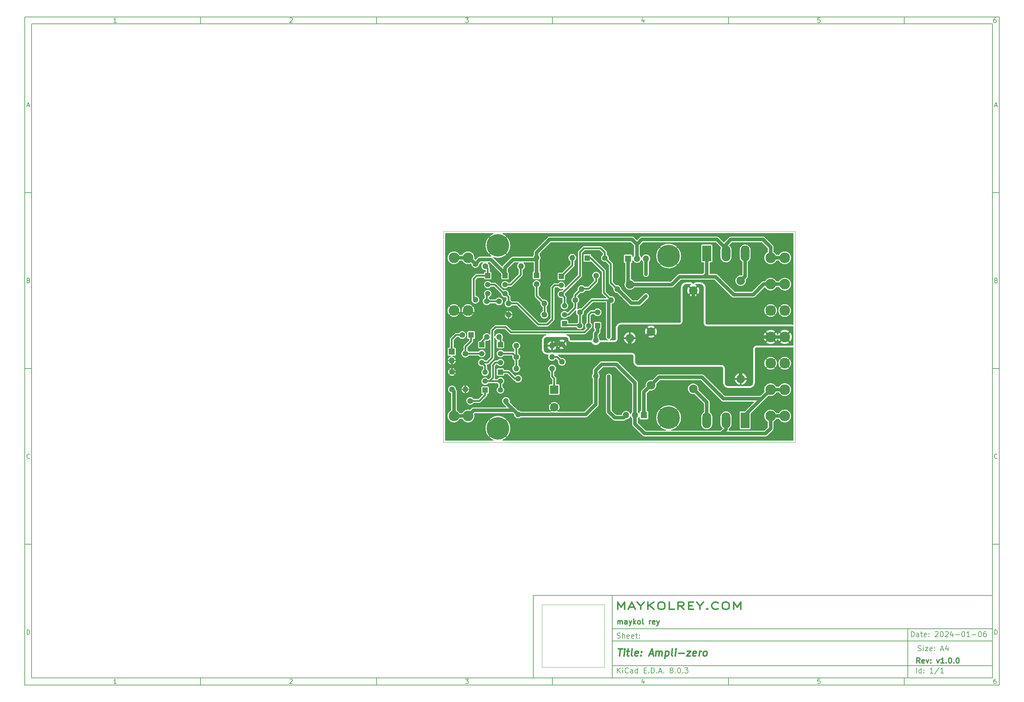
<source format=gbr>
%TF.GenerationSoftware,KiCad,Pcbnew,8.0.3-8.0.3-0~ubuntu22.04.1*%
%TF.CreationDate,2024-07-16T05:34:00-05:00*%
%TF.ProjectId,ampli-zero,616d706c-692d-47a6-9572-6f2e6b696361,v1.0.0*%
%TF.SameCoordinates,Original*%
%TF.FileFunction,Copper,L2,Bot*%
%TF.FilePolarity,Positive*%
%FSLAX46Y46*%
G04 Gerber Fmt 4.6, Leading zero omitted, Abs format (unit mm)*
G04 Created by KiCad (PCBNEW 8.0.3-8.0.3-0~ubuntu22.04.1) date 2024-07-16 05:34:00*
%MOMM*%
%LPD*%
G01*
G04 APERTURE LIST*
%ADD10C,0.100000*%
%ADD11C,0.150000*%
%ADD12C,0.300000*%
%ADD13C,0.400000*%
%TA.AperFunction,ComponentPad*%
%ADD14R,1.560000X1.560000*%
%TD*%
%TA.AperFunction,ComponentPad*%
%ADD15C,1.560000*%
%TD*%
%TA.AperFunction,ComponentPad*%
%ADD16C,0.800000*%
%TD*%
%TA.AperFunction,ComponentPad*%
%ADD17C,6.400000*%
%TD*%
%TA.AperFunction,ComponentPad*%
%ADD18C,3.000000*%
%TD*%
%TA.AperFunction,ComponentPad*%
%ADD19C,1.600000*%
%TD*%
%TA.AperFunction,ComponentPad*%
%ADD20R,1.600000X1.600000*%
%TD*%
%TA.AperFunction,ComponentPad*%
%ADD21R,1.500000X1.500000*%
%TD*%
%TA.AperFunction,ComponentPad*%
%ADD22C,1.500000*%
%TD*%
%TA.AperFunction,ComponentPad*%
%ADD23O,1.600000X1.600000*%
%TD*%
%TA.AperFunction,ComponentPad*%
%ADD24C,2.400000*%
%TD*%
%TA.AperFunction,ComponentPad*%
%ADD25O,2.400000X2.400000*%
%TD*%
%TA.AperFunction,ComponentPad*%
%ADD26R,2.400000X2.400000*%
%TD*%
%TA.AperFunction,ComponentPad*%
%ADD27R,1.700000X1.700000*%
%TD*%
%TA.AperFunction,ComponentPad*%
%ADD28O,1.700000X1.700000*%
%TD*%
%TA.AperFunction,ComponentPad*%
%ADD29R,2.500000X4.500000*%
%TD*%
%TA.AperFunction,ComponentPad*%
%ADD30O,2.500000X4.500000*%
%TD*%
%TA.AperFunction,ComponentPad*%
%ADD31R,1.800000X1.800000*%
%TD*%
%TA.AperFunction,ComponentPad*%
%ADD32O,1.800000X1.800000*%
%TD*%
%TA.AperFunction,ViaPad*%
%ADD33C,0.800000*%
%TD*%
%TA.AperFunction,Conductor*%
%ADD34C,0.500000*%
%TD*%
%TA.AperFunction,Conductor*%
%ADD35C,1.000000*%
%TD*%
%TA.AperFunction,Profile*%
%ADD36C,0.100000*%
%TD*%
G04 APERTURE END LIST*
D10*
X157012200Y-177117000D02*
X157012200Y-194897000D01*
X174792200Y-194897000D01*
X174792200Y-177117000D01*
X157012200Y-177117000D01*
D11*
X177013200Y-174505000D02*
X285002200Y-174505000D01*
X285002200Y-198007000D01*
X177013200Y-198007000D01*
X177013200Y-174505000D01*
D10*
D11*
X10000000Y-10000000D02*
X287002200Y-10000000D01*
X287002200Y-200007200D01*
X10000000Y-200007200D01*
X10000000Y-10000000D01*
D10*
D11*
X12000000Y-12000000D02*
X285002200Y-12000000D01*
X285002200Y-198007200D01*
X12000000Y-198007200D01*
X12000000Y-12000000D01*
D10*
D11*
X60000000Y-12000000D02*
X60000000Y-10000000D01*
D10*
D11*
X110000000Y-12000000D02*
X110000000Y-10000000D01*
D10*
D11*
X160000000Y-12000000D02*
X160000000Y-10000000D01*
D10*
D11*
X210000000Y-12000000D02*
X210000000Y-10000000D01*
D10*
D11*
X260000000Y-12000000D02*
X260000000Y-10000000D01*
D10*
D11*
X36089160Y-11593604D02*
X35346303Y-11593604D01*
X35717731Y-11593604D02*
X35717731Y-10293604D01*
X35717731Y-10293604D02*
X35593922Y-10479319D01*
X35593922Y-10479319D02*
X35470112Y-10603128D01*
X35470112Y-10603128D02*
X35346303Y-10665033D01*
D10*
D11*
X85346303Y-10417414D02*
X85408207Y-10355509D01*
X85408207Y-10355509D02*
X85532017Y-10293604D01*
X85532017Y-10293604D02*
X85841541Y-10293604D01*
X85841541Y-10293604D02*
X85965350Y-10355509D01*
X85965350Y-10355509D02*
X86027255Y-10417414D01*
X86027255Y-10417414D02*
X86089160Y-10541223D01*
X86089160Y-10541223D02*
X86089160Y-10665033D01*
X86089160Y-10665033D02*
X86027255Y-10850747D01*
X86027255Y-10850747D02*
X85284398Y-11593604D01*
X85284398Y-11593604D02*
X86089160Y-11593604D01*
D10*
D11*
X135284398Y-10293604D02*
X136089160Y-10293604D01*
X136089160Y-10293604D02*
X135655826Y-10788842D01*
X135655826Y-10788842D02*
X135841541Y-10788842D01*
X135841541Y-10788842D02*
X135965350Y-10850747D01*
X135965350Y-10850747D02*
X136027255Y-10912652D01*
X136027255Y-10912652D02*
X136089160Y-11036461D01*
X136089160Y-11036461D02*
X136089160Y-11345985D01*
X136089160Y-11345985D02*
X136027255Y-11469795D01*
X136027255Y-11469795D02*
X135965350Y-11531700D01*
X135965350Y-11531700D02*
X135841541Y-11593604D01*
X135841541Y-11593604D02*
X135470112Y-11593604D01*
X135470112Y-11593604D02*
X135346303Y-11531700D01*
X135346303Y-11531700D02*
X135284398Y-11469795D01*
D10*
D11*
X185965350Y-10726938D02*
X185965350Y-11593604D01*
X185655826Y-10231700D02*
X185346303Y-11160271D01*
X185346303Y-11160271D02*
X186151064Y-11160271D01*
D10*
D11*
X236027255Y-10293604D02*
X235408207Y-10293604D01*
X235408207Y-10293604D02*
X235346303Y-10912652D01*
X235346303Y-10912652D02*
X235408207Y-10850747D01*
X235408207Y-10850747D02*
X235532017Y-10788842D01*
X235532017Y-10788842D02*
X235841541Y-10788842D01*
X235841541Y-10788842D02*
X235965350Y-10850747D01*
X235965350Y-10850747D02*
X236027255Y-10912652D01*
X236027255Y-10912652D02*
X236089160Y-11036461D01*
X236089160Y-11036461D02*
X236089160Y-11345985D01*
X236089160Y-11345985D02*
X236027255Y-11469795D01*
X236027255Y-11469795D02*
X235965350Y-11531700D01*
X235965350Y-11531700D02*
X235841541Y-11593604D01*
X235841541Y-11593604D02*
X235532017Y-11593604D01*
X235532017Y-11593604D02*
X235408207Y-11531700D01*
X235408207Y-11531700D02*
X235346303Y-11469795D01*
D10*
D11*
X285965350Y-10293604D02*
X285717731Y-10293604D01*
X285717731Y-10293604D02*
X285593922Y-10355509D01*
X285593922Y-10355509D02*
X285532017Y-10417414D01*
X285532017Y-10417414D02*
X285408207Y-10603128D01*
X285408207Y-10603128D02*
X285346303Y-10850747D01*
X285346303Y-10850747D02*
X285346303Y-11345985D01*
X285346303Y-11345985D02*
X285408207Y-11469795D01*
X285408207Y-11469795D02*
X285470112Y-11531700D01*
X285470112Y-11531700D02*
X285593922Y-11593604D01*
X285593922Y-11593604D02*
X285841541Y-11593604D01*
X285841541Y-11593604D02*
X285965350Y-11531700D01*
X285965350Y-11531700D02*
X286027255Y-11469795D01*
X286027255Y-11469795D02*
X286089160Y-11345985D01*
X286089160Y-11345985D02*
X286089160Y-11036461D01*
X286089160Y-11036461D02*
X286027255Y-10912652D01*
X286027255Y-10912652D02*
X285965350Y-10850747D01*
X285965350Y-10850747D02*
X285841541Y-10788842D01*
X285841541Y-10788842D02*
X285593922Y-10788842D01*
X285593922Y-10788842D02*
X285470112Y-10850747D01*
X285470112Y-10850747D02*
X285408207Y-10912652D01*
X285408207Y-10912652D02*
X285346303Y-11036461D01*
D10*
D11*
X60000000Y-198007200D02*
X60000000Y-200007200D01*
D10*
D11*
X110000000Y-198007200D02*
X110000000Y-200007200D01*
D10*
D11*
X160000000Y-198007200D02*
X160000000Y-200007200D01*
D10*
D11*
X210000000Y-198007200D02*
X210000000Y-200007200D01*
D10*
D11*
X260000000Y-198007200D02*
X260000000Y-200007200D01*
D10*
D11*
X36089160Y-199600804D02*
X35346303Y-199600804D01*
X35717731Y-199600804D02*
X35717731Y-198300804D01*
X35717731Y-198300804D02*
X35593922Y-198486519D01*
X35593922Y-198486519D02*
X35470112Y-198610328D01*
X35470112Y-198610328D02*
X35346303Y-198672233D01*
D10*
D11*
X85346303Y-198424614D02*
X85408207Y-198362709D01*
X85408207Y-198362709D02*
X85532017Y-198300804D01*
X85532017Y-198300804D02*
X85841541Y-198300804D01*
X85841541Y-198300804D02*
X85965350Y-198362709D01*
X85965350Y-198362709D02*
X86027255Y-198424614D01*
X86027255Y-198424614D02*
X86089160Y-198548423D01*
X86089160Y-198548423D02*
X86089160Y-198672233D01*
X86089160Y-198672233D02*
X86027255Y-198857947D01*
X86027255Y-198857947D02*
X85284398Y-199600804D01*
X85284398Y-199600804D02*
X86089160Y-199600804D01*
D10*
D11*
X135284398Y-198300804D02*
X136089160Y-198300804D01*
X136089160Y-198300804D02*
X135655826Y-198796042D01*
X135655826Y-198796042D02*
X135841541Y-198796042D01*
X135841541Y-198796042D02*
X135965350Y-198857947D01*
X135965350Y-198857947D02*
X136027255Y-198919852D01*
X136027255Y-198919852D02*
X136089160Y-199043661D01*
X136089160Y-199043661D02*
X136089160Y-199353185D01*
X136089160Y-199353185D02*
X136027255Y-199476995D01*
X136027255Y-199476995D02*
X135965350Y-199538900D01*
X135965350Y-199538900D02*
X135841541Y-199600804D01*
X135841541Y-199600804D02*
X135470112Y-199600804D01*
X135470112Y-199600804D02*
X135346303Y-199538900D01*
X135346303Y-199538900D02*
X135284398Y-199476995D01*
D10*
D11*
X185965350Y-198734138D02*
X185965350Y-199600804D01*
X185655826Y-198238900D02*
X185346303Y-199167471D01*
X185346303Y-199167471D02*
X186151064Y-199167471D01*
D10*
D11*
X236027255Y-198300804D02*
X235408207Y-198300804D01*
X235408207Y-198300804D02*
X235346303Y-198919852D01*
X235346303Y-198919852D02*
X235408207Y-198857947D01*
X235408207Y-198857947D02*
X235532017Y-198796042D01*
X235532017Y-198796042D02*
X235841541Y-198796042D01*
X235841541Y-198796042D02*
X235965350Y-198857947D01*
X235965350Y-198857947D02*
X236027255Y-198919852D01*
X236027255Y-198919852D02*
X236089160Y-199043661D01*
X236089160Y-199043661D02*
X236089160Y-199353185D01*
X236089160Y-199353185D02*
X236027255Y-199476995D01*
X236027255Y-199476995D02*
X235965350Y-199538900D01*
X235965350Y-199538900D02*
X235841541Y-199600804D01*
X235841541Y-199600804D02*
X235532017Y-199600804D01*
X235532017Y-199600804D02*
X235408207Y-199538900D01*
X235408207Y-199538900D02*
X235346303Y-199476995D01*
D10*
D11*
X285965350Y-198300804D02*
X285717731Y-198300804D01*
X285717731Y-198300804D02*
X285593922Y-198362709D01*
X285593922Y-198362709D02*
X285532017Y-198424614D01*
X285532017Y-198424614D02*
X285408207Y-198610328D01*
X285408207Y-198610328D02*
X285346303Y-198857947D01*
X285346303Y-198857947D02*
X285346303Y-199353185D01*
X285346303Y-199353185D02*
X285408207Y-199476995D01*
X285408207Y-199476995D02*
X285470112Y-199538900D01*
X285470112Y-199538900D02*
X285593922Y-199600804D01*
X285593922Y-199600804D02*
X285841541Y-199600804D01*
X285841541Y-199600804D02*
X285965350Y-199538900D01*
X285965350Y-199538900D02*
X286027255Y-199476995D01*
X286027255Y-199476995D02*
X286089160Y-199353185D01*
X286089160Y-199353185D02*
X286089160Y-199043661D01*
X286089160Y-199043661D02*
X286027255Y-198919852D01*
X286027255Y-198919852D02*
X285965350Y-198857947D01*
X285965350Y-198857947D02*
X285841541Y-198796042D01*
X285841541Y-198796042D02*
X285593922Y-198796042D01*
X285593922Y-198796042D02*
X285470112Y-198857947D01*
X285470112Y-198857947D02*
X285408207Y-198919852D01*
X285408207Y-198919852D02*
X285346303Y-199043661D01*
D10*
D11*
X10000000Y-60000000D02*
X12000000Y-60000000D01*
D10*
D11*
X10000000Y-110000000D02*
X12000000Y-110000000D01*
D10*
D11*
X10000000Y-160000000D02*
X12000000Y-160000000D01*
D10*
D11*
X10690476Y-35222176D02*
X11309523Y-35222176D01*
X10566666Y-35593604D02*
X10999999Y-34293604D01*
X10999999Y-34293604D02*
X11433333Y-35593604D01*
D10*
D11*
X11092857Y-84912652D02*
X11278571Y-84974557D01*
X11278571Y-84974557D02*
X11340476Y-85036461D01*
X11340476Y-85036461D02*
X11402380Y-85160271D01*
X11402380Y-85160271D02*
X11402380Y-85345985D01*
X11402380Y-85345985D02*
X11340476Y-85469795D01*
X11340476Y-85469795D02*
X11278571Y-85531700D01*
X11278571Y-85531700D02*
X11154761Y-85593604D01*
X11154761Y-85593604D02*
X10659523Y-85593604D01*
X10659523Y-85593604D02*
X10659523Y-84293604D01*
X10659523Y-84293604D02*
X11092857Y-84293604D01*
X11092857Y-84293604D02*
X11216666Y-84355509D01*
X11216666Y-84355509D02*
X11278571Y-84417414D01*
X11278571Y-84417414D02*
X11340476Y-84541223D01*
X11340476Y-84541223D02*
X11340476Y-84665033D01*
X11340476Y-84665033D02*
X11278571Y-84788842D01*
X11278571Y-84788842D02*
X11216666Y-84850747D01*
X11216666Y-84850747D02*
X11092857Y-84912652D01*
X11092857Y-84912652D02*
X10659523Y-84912652D01*
D10*
D11*
X11402380Y-135469795D02*
X11340476Y-135531700D01*
X11340476Y-135531700D02*
X11154761Y-135593604D01*
X11154761Y-135593604D02*
X11030952Y-135593604D01*
X11030952Y-135593604D02*
X10845238Y-135531700D01*
X10845238Y-135531700D02*
X10721428Y-135407890D01*
X10721428Y-135407890D02*
X10659523Y-135284080D01*
X10659523Y-135284080D02*
X10597619Y-135036461D01*
X10597619Y-135036461D02*
X10597619Y-134850747D01*
X10597619Y-134850747D02*
X10659523Y-134603128D01*
X10659523Y-134603128D02*
X10721428Y-134479319D01*
X10721428Y-134479319D02*
X10845238Y-134355509D01*
X10845238Y-134355509D02*
X11030952Y-134293604D01*
X11030952Y-134293604D02*
X11154761Y-134293604D01*
X11154761Y-134293604D02*
X11340476Y-134355509D01*
X11340476Y-134355509D02*
X11402380Y-134417414D01*
D10*
D11*
X10659523Y-185593604D02*
X10659523Y-184293604D01*
X10659523Y-184293604D02*
X10969047Y-184293604D01*
X10969047Y-184293604D02*
X11154761Y-184355509D01*
X11154761Y-184355509D02*
X11278571Y-184479319D01*
X11278571Y-184479319D02*
X11340476Y-184603128D01*
X11340476Y-184603128D02*
X11402380Y-184850747D01*
X11402380Y-184850747D02*
X11402380Y-185036461D01*
X11402380Y-185036461D02*
X11340476Y-185284080D01*
X11340476Y-185284080D02*
X11278571Y-185407890D01*
X11278571Y-185407890D02*
X11154761Y-185531700D01*
X11154761Y-185531700D02*
X10969047Y-185593604D01*
X10969047Y-185593604D02*
X10659523Y-185593604D01*
D10*
D11*
X287002200Y-60000000D02*
X285002200Y-60000000D01*
D10*
D11*
X287002200Y-110000000D02*
X285002200Y-110000000D01*
D10*
D11*
X287002200Y-160000000D02*
X285002200Y-160000000D01*
D10*
D11*
X285692676Y-35222176D02*
X286311723Y-35222176D01*
X285568866Y-35593604D02*
X286002199Y-34293604D01*
X286002199Y-34293604D02*
X286435533Y-35593604D01*
D10*
D11*
X286095057Y-84912652D02*
X286280771Y-84974557D01*
X286280771Y-84974557D02*
X286342676Y-85036461D01*
X286342676Y-85036461D02*
X286404580Y-85160271D01*
X286404580Y-85160271D02*
X286404580Y-85345985D01*
X286404580Y-85345985D02*
X286342676Y-85469795D01*
X286342676Y-85469795D02*
X286280771Y-85531700D01*
X286280771Y-85531700D02*
X286156961Y-85593604D01*
X286156961Y-85593604D02*
X285661723Y-85593604D01*
X285661723Y-85593604D02*
X285661723Y-84293604D01*
X285661723Y-84293604D02*
X286095057Y-84293604D01*
X286095057Y-84293604D02*
X286218866Y-84355509D01*
X286218866Y-84355509D02*
X286280771Y-84417414D01*
X286280771Y-84417414D02*
X286342676Y-84541223D01*
X286342676Y-84541223D02*
X286342676Y-84665033D01*
X286342676Y-84665033D02*
X286280771Y-84788842D01*
X286280771Y-84788842D02*
X286218866Y-84850747D01*
X286218866Y-84850747D02*
X286095057Y-84912652D01*
X286095057Y-84912652D02*
X285661723Y-84912652D01*
D10*
D11*
X286404580Y-135469795D02*
X286342676Y-135531700D01*
X286342676Y-135531700D02*
X286156961Y-135593604D01*
X286156961Y-135593604D02*
X286033152Y-135593604D01*
X286033152Y-135593604D02*
X285847438Y-135531700D01*
X285847438Y-135531700D02*
X285723628Y-135407890D01*
X285723628Y-135407890D02*
X285661723Y-135284080D01*
X285661723Y-135284080D02*
X285599819Y-135036461D01*
X285599819Y-135036461D02*
X285599819Y-134850747D01*
X285599819Y-134850747D02*
X285661723Y-134603128D01*
X285661723Y-134603128D02*
X285723628Y-134479319D01*
X285723628Y-134479319D02*
X285847438Y-134355509D01*
X285847438Y-134355509D02*
X286033152Y-134293604D01*
X286033152Y-134293604D02*
X286156961Y-134293604D01*
X286156961Y-134293604D02*
X286342676Y-134355509D01*
X286342676Y-134355509D02*
X286404580Y-134417414D01*
D10*
D11*
X285661723Y-185593604D02*
X285661723Y-184293604D01*
X285661723Y-184293604D02*
X285971247Y-184293604D01*
X285971247Y-184293604D02*
X286156961Y-184355509D01*
X286156961Y-184355509D02*
X286280771Y-184479319D01*
X286280771Y-184479319D02*
X286342676Y-184603128D01*
X286342676Y-184603128D02*
X286404580Y-184850747D01*
X286404580Y-184850747D02*
X286404580Y-185036461D01*
X286404580Y-185036461D02*
X286342676Y-185284080D01*
X286342676Y-185284080D02*
X286280771Y-185407890D01*
X286280771Y-185407890D02*
X286156961Y-185531700D01*
X286156961Y-185531700D02*
X285971247Y-185593604D01*
X285971247Y-185593604D02*
X285661723Y-185593604D01*
D10*
D11*
X261958026Y-186293128D02*
X261958026Y-184793128D01*
X261958026Y-184793128D02*
X262315169Y-184793128D01*
X262315169Y-184793128D02*
X262529455Y-184864557D01*
X262529455Y-184864557D02*
X262672312Y-185007414D01*
X262672312Y-185007414D02*
X262743741Y-185150271D01*
X262743741Y-185150271D02*
X262815169Y-185435985D01*
X262815169Y-185435985D02*
X262815169Y-185650271D01*
X262815169Y-185650271D02*
X262743741Y-185935985D01*
X262743741Y-185935985D02*
X262672312Y-186078842D01*
X262672312Y-186078842D02*
X262529455Y-186221700D01*
X262529455Y-186221700D02*
X262315169Y-186293128D01*
X262315169Y-186293128D02*
X261958026Y-186293128D01*
X264100884Y-186293128D02*
X264100884Y-185507414D01*
X264100884Y-185507414D02*
X264029455Y-185364557D01*
X264029455Y-185364557D02*
X263886598Y-185293128D01*
X263886598Y-185293128D02*
X263600884Y-185293128D01*
X263600884Y-185293128D02*
X263458026Y-185364557D01*
X264100884Y-186221700D02*
X263958026Y-186293128D01*
X263958026Y-186293128D02*
X263600884Y-186293128D01*
X263600884Y-186293128D02*
X263458026Y-186221700D01*
X263458026Y-186221700D02*
X263386598Y-186078842D01*
X263386598Y-186078842D02*
X263386598Y-185935985D01*
X263386598Y-185935985D02*
X263458026Y-185793128D01*
X263458026Y-185793128D02*
X263600884Y-185721700D01*
X263600884Y-185721700D02*
X263958026Y-185721700D01*
X263958026Y-185721700D02*
X264100884Y-185650271D01*
X264600884Y-185293128D02*
X265172312Y-185293128D01*
X264815169Y-184793128D02*
X264815169Y-186078842D01*
X264815169Y-186078842D02*
X264886598Y-186221700D01*
X264886598Y-186221700D02*
X265029455Y-186293128D01*
X265029455Y-186293128D02*
X265172312Y-186293128D01*
X266243741Y-186221700D02*
X266100884Y-186293128D01*
X266100884Y-186293128D02*
X265815170Y-186293128D01*
X265815170Y-186293128D02*
X265672312Y-186221700D01*
X265672312Y-186221700D02*
X265600884Y-186078842D01*
X265600884Y-186078842D02*
X265600884Y-185507414D01*
X265600884Y-185507414D02*
X265672312Y-185364557D01*
X265672312Y-185364557D02*
X265815170Y-185293128D01*
X265815170Y-185293128D02*
X266100884Y-185293128D01*
X266100884Y-185293128D02*
X266243741Y-185364557D01*
X266243741Y-185364557D02*
X266315170Y-185507414D01*
X266315170Y-185507414D02*
X266315170Y-185650271D01*
X266315170Y-185650271D02*
X265600884Y-185793128D01*
X266958026Y-186150271D02*
X267029455Y-186221700D01*
X267029455Y-186221700D02*
X266958026Y-186293128D01*
X266958026Y-186293128D02*
X266886598Y-186221700D01*
X266886598Y-186221700D02*
X266958026Y-186150271D01*
X266958026Y-186150271D02*
X266958026Y-186293128D01*
X266958026Y-185364557D02*
X267029455Y-185435985D01*
X267029455Y-185435985D02*
X266958026Y-185507414D01*
X266958026Y-185507414D02*
X266886598Y-185435985D01*
X266886598Y-185435985D02*
X266958026Y-185364557D01*
X266958026Y-185364557D02*
X266958026Y-185507414D01*
X268743741Y-184935985D02*
X268815169Y-184864557D01*
X268815169Y-184864557D02*
X268958027Y-184793128D01*
X268958027Y-184793128D02*
X269315169Y-184793128D01*
X269315169Y-184793128D02*
X269458027Y-184864557D01*
X269458027Y-184864557D02*
X269529455Y-184935985D01*
X269529455Y-184935985D02*
X269600884Y-185078842D01*
X269600884Y-185078842D02*
X269600884Y-185221700D01*
X269600884Y-185221700D02*
X269529455Y-185435985D01*
X269529455Y-185435985D02*
X268672312Y-186293128D01*
X268672312Y-186293128D02*
X269600884Y-186293128D01*
X270529455Y-184793128D02*
X270672312Y-184793128D01*
X270672312Y-184793128D02*
X270815169Y-184864557D01*
X270815169Y-184864557D02*
X270886598Y-184935985D01*
X270886598Y-184935985D02*
X270958026Y-185078842D01*
X270958026Y-185078842D02*
X271029455Y-185364557D01*
X271029455Y-185364557D02*
X271029455Y-185721700D01*
X271029455Y-185721700D02*
X270958026Y-186007414D01*
X270958026Y-186007414D02*
X270886598Y-186150271D01*
X270886598Y-186150271D02*
X270815169Y-186221700D01*
X270815169Y-186221700D02*
X270672312Y-186293128D01*
X270672312Y-186293128D02*
X270529455Y-186293128D01*
X270529455Y-186293128D02*
X270386598Y-186221700D01*
X270386598Y-186221700D02*
X270315169Y-186150271D01*
X270315169Y-186150271D02*
X270243740Y-186007414D01*
X270243740Y-186007414D02*
X270172312Y-185721700D01*
X270172312Y-185721700D02*
X270172312Y-185364557D01*
X270172312Y-185364557D02*
X270243740Y-185078842D01*
X270243740Y-185078842D02*
X270315169Y-184935985D01*
X270315169Y-184935985D02*
X270386598Y-184864557D01*
X270386598Y-184864557D02*
X270529455Y-184793128D01*
X271600883Y-184935985D02*
X271672311Y-184864557D01*
X271672311Y-184864557D02*
X271815169Y-184793128D01*
X271815169Y-184793128D02*
X272172311Y-184793128D01*
X272172311Y-184793128D02*
X272315169Y-184864557D01*
X272315169Y-184864557D02*
X272386597Y-184935985D01*
X272386597Y-184935985D02*
X272458026Y-185078842D01*
X272458026Y-185078842D02*
X272458026Y-185221700D01*
X272458026Y-185221700D02*
X272386597Y-185435985D01*
X272386597Y-185435985D02*
X271529454Y-186293128D01*
X271529454Y-186293128D02*
X272458026Y-186293128D01*
X273743740Y-185293128D02*
X273743740Y-186293128D01*
X273386597Y-184721700D02*
X273029454Y-185793128D01*
X273029454Y-185793128D02*
X273958025Y-185793128D01*
X274529453Y-185721700D02*
X275672311Y-185721700D01*
X276672311Y-184793128D02*
X276815168Y-184793128D01*
X276815168Y-184793128D02*
X276958025Y-184864557D01*
X276958025Y-184864557D02*
X277029454Y-184935985D01*
X277029454Y-184935985D02*
X277100882Y-185078842D01*
X277100882Y-185078842D02*
X277172311Y-185364557D01*
X277172311Y-185364557D02*
X277172311Y-185721700D01*
X277172311Y-185721700D02*
X277100882Y-186007414D01*
X277100882Y-186007414D02*
X277029454Y-186150271D01*
X277029454Y-186150271D02*
X276958025Y-186221700D01*
X276958025Y-186221700D02*
X276815168Y-186293128D01*
X276815168Y-186293128D02*
X276672311Y-186293128D01*
X276672311Y-186293128D02*
X276529454Y-186221700D01*
X276529454Y-186221700D02*
X276458025Y-186150271D01*
X276458025Y-186150271D02*
X276386596Y-186007414D01*
X276386596Y-186007414D02*
X276315168Y-185721700D01*
X276315168Y-185721700D02*
X276315168Y-185364557D01*
X276315168Y-185364557D02*
X276386596Y-185078842D01*
X276386596Y-185078842D02*
X276458025Y-184935985D01*
X276458025Y-184935985D02*
X276529454Y-184864557D01*
X276529454Y-184864557D02*
X276672311Y-184793128D01*
X278600882Y-186293128D02*
X277743739Y-186293128D01*
X278172310Y-186293128D02*
X278172310Y-184793128D01*
X278172310Y-184793128D02*
X278029453Y-185007414D01*
X278029453Y-185007414D02*
X277886596Y-185150271D01*
X277886596Y-185150271D02*
X277743739Y-185221700D01*
X279243738Y-185721700D02*
X280386596Y-185721700D01*
X281386596Y-184793128D02*
X281529453Y-184793128D01*
X281529453Y-184793128D02*
X281672310Y-184864557D01*
X281672310Y-184864557D02*
X281743739Y-184935985D01*
X281743739Y-184935985D02*
X281815167Y-185078842D01*
X281815167Y-185078842D02*
X281886596Y-185364557D01*
X281886596Y-185364557D02*
X281886596Y-185721700D01*
X281886596Y-185721700D02*
X281815167Y-186007414D01*
X281815167Y-186007414D02*
X281743739Y-186150271D01*
X281743739Y-186150271D02*
X281672310Y-186221700D01*
X281672310Y-186221700D02*
X281529453Y-186293128D01*
X281529453Y-186293128D02*
X281386596Y-186293128D01*
X281386596Y-186293128D02*
X281243739Y-186221700D01*
X281243739Y-186221700D02*
X281172310Y-186150271D01*
X281172310Y-186150271D02*
X281100881Y-186007414D01*
X281100881Y-186007414D02*
X281029453Y-185721700D01*
X281029453Y-185721700D02*
X281029453Y-185364557D01*
X281029453Y-185364557D02*
X281100881Y-185078842D01*
X281100881Y-185078842D02*
X281172310Y-184935985D01*
X281172310Y-184935985D02*
X281243739Y-184864557D01*
X281243739Y-184864557D02*
X281386596Y-184793128D01*
X283172310Y-184793128D02*
X282886595Y-184793128D01*
X282886595Y-184793128D02*
X282743738Y-184864557D01*
X282743738Y-184864557D02*
X282672310Y-184935985D01*
X282672310Y-184935985D02*
X282529452Y-185150271D01*
X282529452Y-185150271D02*
X282458024Y-185435985D01*
X282458024Y-185435985D02*
X282458024Y-186007414D01*
X282458024Y-186007414D02*
X282529452Y-186150271D01*
X282529452Y-186150271D02*
X282600881Y-186221700D01*
X282600881Y-186221700D02*
X282743738Y-186293128D01*
X282743738Y-186293128D02*
X283029452Y-186293128D01*
X283029452Y-186293128D02*
X283172310Y-186221700D01*
X283172310Y-186221700D02*
X283243738Y-186150271D01*
X283243738Y-186150271D02*
X283315167Y-186007414D01*
X283315167Y-186007414D02*
X283315167Y-185650271D01*
X283315167Y-185650271D02*
X283243738Y-185507414D01*
X283243738Y-185507414D02*
X283172310Y-185435985D01*
X283172310Y-185435985D02*
X283029452Y-185364557D01*
X283029452Y-185364557D02*
X282743738Y-185364557D01*
X282743738Y-185364557D02*
X282600881Y-185435985D01*
X282600881Y-185435985D02*
X282529452Y-185507414D01*
X282529452Y-185507414D02*
X282458024Y-185650271D01*
D10*
D11*
X177002200Y-194507200D02*
X285002200Y-194507200D01*
D10*
D11*
X178458026Y-196593328D02*
X178458026Y-195093328D01*
X179315169Y-196593328D02*
X178672312Y-195736185D01*
X179315169Y-195093328D02*
X178458026Y-195950471D01*
X179958026Y-196593328D02*
X179958026Y-195593328D01*
X179958026Y-195093328D02*
X179886598Y-195164757D01*
X179886598Y-195164757D02*
X179958026Y-195236185D01*
X179958026Y-195236185D02*
X180029455Y-195164757D01*
X180029455Y-195164757D02*
X179958026Y-195093328D01*
X179958026Y-195093328D02*
X179958026Y-195236185D01*
X181529455Y-196450471D02*
X181458027Y-196521900D01*
X181458027Y-196521900D02*
X181243741Y-196593328D01*
X181243741Y-196593328D02*
X181100884Y-196593328D01*
X181100884Y-196593328D02*
X180886598Y-196521900D01*
X180886598Y-196521900D02*
X180743741Y-196379042D01*
X180743741Y-196379042D02*
X180672312Y-196236185D01*
X180672312Y-196236185D02*
X180600884Y-195950471D01*
X180600884Y-195950471D02*
X180600884Y-195736185D01*
X180600884Y-195736185D02*
X180672312Y-195450471D01*
X180672312Y-195450471D02*
X180743741Y-195307614D01*
X180743741Y-195307614D02*
X180886598Y-195164757D01*
X180886598Y-195164757D02*
X181100884Y-195093328D01*
X181100884Y-195093328D02*
X181243741Y-195093328D01*
X181243741Y-195093328D02*
X181458027Y-195164757D01*
X181458027Y-195164757D02*
X181529455Y-195236185D01*
X182815170Y-196593328D02*
X182815170Y-195807614D01*
X182815170Y-195807614D02*
X182743741Y-195664757D01*
X182743741Y-195664757D02*
X182600884Y-195593328D01*
X182600884Y-195593328D02*
X182315170Y-195593328D01*
X182315170Y-195593328D02*
X182172312Y-195664757D01*
X182815170Y-196521900D02*
X182672312Y-196593328D01*
X182672312Y-196593328D02*
X182315170Y-196593328D01*
X182315170Y-196593328D02*
X182172312Y-196521900D01*
X182172312Y-196521900D02*
X182100884Y-196379042D01*
X182100884Y-196379042D02*
X182100884Y-196236185D01*
X182100884Y-196236185D02*
X182172312Y-196093328D01*
X182172312Y-196093328D02*
X182315170Y-196021900D01*
X182315170Y-196021900D02*
X182672312Y-196021900D01*
X182672312Y-196021900D02*
X182815170Y-195950471D01*
X184172313Y-196593328D02*
X184172313Y-195093328D01*
X184172313Y-196521900D02*
X184029455Y-196593328D01*
X184029455Y-196593328D02*
X183743741Y-196593328D01*
X183743741Y-196593328D02*
X183600884Y-196521900D01*
X183600884Y-196521900D02*
X183529455Y-196450471D01*
X183529455Y-196450471D02*
X183458027Y-196307614D01*
X183458027Y-196307614D02*
X183458027Y-195879042D01*
X183458027Y-195879042D02*
X183529455Y-195736185D01*
X183529455Y-195736185D02*
X183600884Y-195664757D01*
X183600884Y-195664757D02*
X183743741Y-195593328D01*
X183743741Y-195593328D02*
X184029455Y-195593328D01*
X184029455Y-195593328D02*
X184172313Y-195664757D01*
X186029455Y-195807614D02*
X186529455Y-195807614D01*
X186743741Y-196593328D02*
X186029455Y-196593328D01*
X186029455Y-196593328D02*
X186029455Y-195093328D01*
X186029455Y-195093328D02*
X186743741Y-195093328D01*
X187386598Y-196450471D02*
X187458027Y-196521900D01*
X187458027Y-196521900D02*
X187386598Y-196593328D01*
X187386598Y-196593328D02*
X187315170Y-196521900D01*
X187315170Y-196521900D02*
X187386598Y-196450471D01*
X187386598Y-196450471D02*
X187386598Y-196593328D01*
X188100884Y-196593328D02*
X188100884Y-195093328D01*
X188100884Y-195093328D02*
X188458027Y-195093328D01*
X188458027Y-195093328D02*
X188672313Y-195164757D01*
X188672313Y-195164757D02*
X188815170Y-195307614D01*
X188815170Y-195307614D02*
X188886599Y-195450471D01*
X188886599Y-195450471D02*
X188958027Y-195736185D01*
X188958027Y-195736185D02*
X188958027Y-195950471D01*
X188958027Y-195950471D02*
X188886599Y-196236185D01*
X188886599Y-196236185D02*
X188815170Y-196379042D01*
X188815170Y-196379042D02*
X188672313Y-196521900D01*
X188672313Y-196521900D02*
X188458027Y-196593328D01*
X188458027Y-196593328D02*
X188100884Y-196593328D01*
X189600884Y-196450471D02*
X189672313Y-196521900D01*
X189672313Y-196521900D02*
X189600884Y-196593328D01*
X189600884Y-196593328D02*
X189529456Y-196521900D01*
X189529456Y-196521900D02*
X189600884Y-196450471D01*
X189600884Y-196450471D02*
X189600884Y-196593328D01*
X190243742Y-196164757D02*
X190958028Y-196164757D01*
X190100885Y-196593328D02*
X190600885Y-195093328D01*
X190600885Y-195093328D02*
X191100885Y-196593328D01*
X191600884Y-196450471D02*
X191672313Y-196521900D01*
X191672313Y-196521900D02*
X191600884Y-196593328D01*
X191600884Y-196593328D02*
X191529456Y-196521900D01*
X191529456Y-196521900D02*
X191600884Y-196450471D01*
X191600884Y-196450471D02*
X191600884Y-196593328D01*
X193672313Y-195736185D02*
X193529456Y-195664757D01*
X193529456Y-195664757D02*
X193458027Y-195593328D01*
X193458027Y-195593328D02*
X193386599Y-195450471D01*
X193386599Y-195450471D02*
X193386599Y-195379042D01*
X193386599Y-195379042D02*
X193458027Y-195236185D01*
X193458027Y-195236185D02*
X193529456Y-195164757D01*
X193529456Y-195164757D02*
X193672313Y-195093328D01*
X193672313Y-195093328D02*
X193958027Y-195093328D01*
X193958027Y-195093328D02*
X194100885Y-195164757D01*
X194100885Y-195164757D02*
X194172313Y-195236185D01*
X194172313Y-195236185D02*
X194243742Y-195379042D01*
X194243742Y-195379042D02*
X194243742Y-195450471D01*
X194243742Y-195450471D02*
X194172313Y-195593328D01*
X194172313Y-195593328D02*
X194100885Y-195664757D01*
X194100885Y-195664757D02*
X193958027Y-195736185D01*
X193958027Y-195736185D02*
X193672313Y-195736185D01*
X193672313Y-195736185D02*
X193529456Y-195807614D01*
X193529456Y-195807614D02*
X193458027Y-195879042D01*
X193458027Y-195879042D02*
X193386599Y-196021900D01*
X193386599Y-196021900D02*
X193386599Y-196307614D01*
X193386599Y-196307614D02*
X193458027Y-196450471D01*
X193458027Y-196450471D02*
X193529456Y-196521900D01*
X193529456Y-196521900D02*
X193672313Y-196593328D01*
X193672313Y-196593328D02*
X193958027Y-196593328D01*
X193958027Y-196593328D02*
X194100885Y-196521900D01*
X194100885Y-196521900D02*
X194172313Y-196450471D01*
X194172313Y-196450471D02*
X194243742Y-196307614D01*
X194243742Y-196307614D02*
X194243742Y-196021900D01*
X194243742Y-196021900D02*
X194172313Y-195879042D01*
X194172313Y-195879042D02*
X194100885Y-195807614D01*
X194100885Y-195807614D02*
X193958027Y-195736185D01*
X194886598Y-196450471D02*
X194958027Y-196521900D01*
X194958027Y-196521900D02*
X194886598Y-196593328D01*
X194886598Y-196593328D02*
X194815170Y-196521900D01*
X194815170Y-196521900D02*
X194886598Y-196450471D01*
X194886598Y-196450471D02*
X194886598Y-196593328D01*
X195886599Y-195093328D02*
X196029456Y-195093328D01*
X196029456Y-195093328D02*
X196172313Y-195164757D01*
X196172313Y-195164757D02*
X196243742Y-195236185D01*
X196243742Y-195236185D02*
X196315170Y-195379042D01*
X196315170Y-195379042D02*
X196386599Y-195664757D01*
X196386599Y-195664757D02*
X196386599Y-196021900D01*
X196386599Y-196021900D02*
X196315170Y-196307614D01*
X196315170Y-196307614D02*
X196243742Y-196450471D01*
X196243742Y-196450471D02*
X196172313Y-196521900D01*
X196172313Y-196521900D02*
X196029456Y-196593328D01*
X196029456Y-196593328D02*
X195886599Y-196593328D01*
X195886599Y-196593328D02*
X195743742Y-196521900D01*
X195743742Y-196521900D02*
X195672313Y-196450471D01*
X195672313Y-196450471D02*
X195600884Y-196307614D01*
X195600884Y-196307614D02*
X195529456Y-196021900D01*
X195529456Y-196021900D02*
X195529456Y-195664757D01*
X195529456Y-195664757D02*
X195600884Y-195379042D01*
X195600884Y-195379042D02*
X195672313Y-195236185D01*
X195672313Y-195236185D02*
X195743742Y-195164757D01*
X195743742Y-195164757D02*
X195886599Y-195093328D01*
X197029455Y-196450471D02*
X197100884Y-196521900D01*
X197100884Y-196521900D02*
X197029455Y-196593328D01*
X197029455Y-196593328D02*
X196958027Y-196521900D01*
X196958027Y-196521900D02*
X197029455Y-196450471D01*
X197029455Y-196450471D02*
X197029455Y-196593328D01*
X197600884Y-195093328D02*
X198529456Y-195093328D01*
X198529456Y-195093328D02*
X198029456Y-195664757D01*
X198029456Y-195664757D02*
X198243741Y-195664757D01*
X198243741Y-195664757D02*
X198386599Y-195736185D01*
X198386599Y-195736185D02*
X198458027Y-195807614D01*
X198458027Y-195807614D02*
X198529456Y-195950471D01*
X198529456Y-195950471D02*
X198529456Y-196307614D01*
X198529456Y-196307614D02*
X198458027Y-196450471D01*
X198458027Y-196450471D02*
X198386599Y-196521900D01*
X198386599Y-196521900D02*
X198243741Y-196593328D01*
X198243741Y-196593328D02*
X197815170Y-196593328D01*
X197815170Y-196593328D02*
X197672313Y-196521900D01*
X197672313Y-196521900D02*
X197600884Y-196450471D01*
D10*
D12*
X264413853Y-193785528D02*
X263913853Y-193071242D01*
X263556710Y-193785528D02*
X263556710Y-192285528D01*
X263556710Y-192285528D02*
X264128139Y-192285528D01*
X264128139Y-192285528D02*
X264270996Y-192356957D01*
X264270996Y-192356957D02*
X264342425Y-192428385D01*
X264342425Y-192428385D02*
X264413853Y-192571242D01*
X264413853Y-192571242D02*
X264413853Y-192785528D01*
X264413853Y-192785528D02*
X264342425Y-192928385D01*
X264342425Y-192928385D02*
X264270996Y-192999814D01*
X264270996Y-192999814D02*
X264128139Y-193071242D01*
X264128139Y-193071242D02*
X263556710Y-193071242D01*
X265628139Y-193714100D02*
X265485282Y-193785528D01*
X265485282Y-193785528D02*
X265199568Y-193785528D01*
X265199568Y-193785528D02*
X265056710Y-193714100D01*
X265056710Y-193714100D02*
X264985282Y-193571242D01*
X264985282Y-193571242D02*
X264985282Y-192999814D01*
X264985282Y-192999814D02*
X265056710Y-192856957D01*
X265056710Y-192856957D02*
X265199568Y-192785528D01*
X265199568Y-192785528D02*
X265485282Y-192785528D01*
X265485282Y-192785528D02*
X265628139Y-192856957D01*
X265628139Y-192856957D02*
X265699568Y-192999814D01*
X265699568Y-192999814D02*
X265699568Y-193142671D01*
X265699568Y-193142671D02*
X264985282Y-193285528D01*
X266199567Y-192785528D02*
X266556710Y-193785528D01*
X266556710Y-193785528D02*
X266913853Y-192785528D01*
X267485281Y-193642671D02*
X267556710Y-193714100D01*
X267556710Y-193714100D02*
X267485281Y-193785528D01*
X267485281Y-193785528D02*
X267413853Y-193714100D01*
X267413853Y-193714100D02*
X267485281Y-193642671D01*
X267485281Y-193642671D02*
X267485281Y-193785528D01*
X267485281Y-192856957D02*
X267556710Y-192928385D01*
X267556710Y-192928385D02*
X267485281Y-192999814D01*
X267485281Y-192999814D02*
X267413853Y-192928385D01*
X267413853Y-192928385D02*
X267485281Y-192856957D01*
X267485281Y-192856957D02*
X267485281Y-192999814D01*
X269199567Y-192785528D02*
X269556710Y-193785528D01*
X269556710Y-193785528D02*
X269913853Y-192785528D01*
X271270996Y-193785528D02*
X270413853Y-193785528D01*
X270842424Y-193785528D02*
X270842424Y-192285528D01*
X270842424Y-192285528D02*
X270699567Y-192499814D01*
X270699567Y-192499814D02*
X270556710Y-192642671D01*
X270556710Y-192642671D02*
X270413853Y-192714100D01*
X271913852Y-193642671D02*
X271985281Y-193714100D01*
X271985281Y-193714100D02*
X271913852Y-193785528D01*
X271913852Y-193785528D02*
X271842424Y-193714100D01*
X271842424Y-193714100D02*
X271913852Y-193642671D01*
X271913852Y-193642671D02*
X271913852Y-193785528D01*
X272913853Y-192285528D02*
X273056710Y-192285528D01*
X273056710Y-192285528D02*
X273199567Y-192356957D01*
X273199567Y-192356957D02*
X273270996Y-192428385D01*
X273270996Y-192428385D02*
X273342424Y-192571242D01*
X273342424Y-192571242D02*
X273413853Y-192856957D01*
X273413853Y-192856957D02*
X273413853Y-193214100D01*
X273413853Y-193214100D02*
X273342424Y-193499814D01*
X273342424Y-193499814D02*
X273270996Y-193642671D01*
X273270996Y-193642671D02*
X273199567Y-193714100D01*
X273199567Y-193714100D02*
X273056710Y-193785528D01*
X273056710Y-193785528D02*
X272913853Y-193785528D01*
X272913853Y-193785528D02*
X272770996Y-193714100D01*
X272770996Y-193714100D02*
X272699567Y-193642671D01*
X272699567Y-193642671D02*
X272628138Y-193499814D01*
X272628138Y-193499814D02*
X272556710Y-193214100D01*
X272556710Y-193214100D02*
X272556710Y-192856957D01*
X272556710Y-192856957D02*
X272628138Y-192571242D01*
X272628138Y-192571242D02*
X272699567Y-192428385D01*
X272699567Y-192428385D02*
X272770996Y-192356957D01*
X272770996Y-192356957D02*
X272913853Y-192285528D01*
X274056709Y-193642671D02*
X274128138Y-193714100D01*
X274128138Y-193714100D02*
X274056709Y-193785528D01*
X274056709Y-193785528D02*
X273985281Y-193714100D01*
X273985281Y-193714100D02*
X274056709Y-193642671D01*
X274056709Y-193642671D02*
X274056709Y-193785528D01*
X275056710Y-192285528D02*
X275199567Y-192285528D01*
X275199567Y-192285528D02*
X275342424Y-192356957D01*
X275342424Y-192356957D02*
X275413853Y-192428385D01*
X275413853Y-192428385D02*
X275485281Y-192571242D01*
X275485281Y-192571242D02*
X275556710Y-192856957D01*
X275556710Y-192856957D02*
X275556710Y-193214100D01*
X275556710Y-193214100D02*
X275485281Y-193499814D01*
X275485281Y-193499814D02*
X275413853Y-193642671D01*
X275413853Y-193642671D02*
X275342424Y-193714100D01*
X275342424Y-193714100D02*
X275199567Y-193785528D01*
X275199567Y-193785528D02*
X275056710Y-193785528D01*
X275056710Y-193785528D02*
X274913853Y-193714100D01*
X274913853Y-193714100D02*
X274842424Y-193642671D01*
X274842424Y-193642671D02*
X274770995Y-193499814D01*
X274770995Y-193499814D02*
X274699567Y-193214100D01*
X274699567Y-193214100D02*
X274699567Y-192856957D01*
X274699567Y-192856957D02*
X274770995Y-192571242D01*
X274770995Y-192571242D02*
X274842424Y-192428385D01*
X274842424Y-192428385D02*
X274913853Y-192356957D01*
X274913853Y-192356957D02*
X275056710Y-192285528D01*
D10*
D11*
X263886598Y-190221700D02*
X264100884Y-190293128D01*
X264100884Y-190293128D02*
X264458026Y-190293128D01*
X264458026Y-190293128D02*
X264600884Y-190221700D01*
X264600884Y-190221700D02*
X264672312Y-190150271D01*
X264672312Y-190150271D02*
X264743741Y-190007414D01*
X264743741Y-190007414D02*
X264743741Y-189864557D01*
X264743741Y-189864557D02*
X264672312Y-189721700D01*
X264672312Y-189721700D02*
X264600884Y-189650271D01*
X264600884Y-189650271D02*
X264458026Y-189578842D01*
X264458026Y-189578842D02*
X264172312Y-189507414D01*
X264172312Y-189507414D02*
X264029455Y-189435985D01*
X264029455Y-189435985D02*
X263958026Y-189364557D01*
X263958026Y-189364557D02*
X263886598Y-189221700D01*
X263886598Y-189221700D02*
X263886598Y-189078842D01*
X263886598Y-189078842D02*
X263958026Y-188935985D01*
X263958026Y-188935985D02*
X264029455Y-188864557D01*
X264029455Y-188864557D02*
X264172312Y-188793128D01*
X264172312Y-188793128D02*
X264529455Y-188793128D01*
X264529455Y-188793128D02*
X264743741Y-188864557D01*
X265386597Y-190293128D02*
X265386597Y-189293128D01*
X265386597Y-188793128D02*
X265315169Y-188864557D01*
X265315169Y-188864557D02*
X265386597Y-188935985D01*
X265386597Y-188935985D02*
X265458026Y-188864557D01*
X265458026Y-188864557D02*
X265386597Y-188793128D01*
X265386597Y-188793128D02*
X265386597Y-188935985D01*
X265958026Y-189293128D02*
X266743741Y-189293128D01*
X266743741Y-189293128D02*
X265958026Y-190293128D01*
X265958026Y-190293128D02*
X266743741Y-190293128D01*
X267886598Y-190221700D02*
X267743741Y-190293128D01*
X267743741Y-190293128D02*
X267458027Y-190293128D01*
X267458027Y-190293128D02*
X267315169Y-190221700D01*
X267315169Y-190221700D02*
X267243741Y-190078842D01*
X267243741Y-190078842D02*
X267243741Y-189507414D01*
X267243741Y-189507414D02*
X267315169Y-189364557D01*
X267315169Y-189364557D02*
X267458027Y-189293128D01*
X267458027Y-189293128D02*
X267743741Y-189293128D01*
X267743741Y-189293128D02*
X267886598Y-189364557D01*
X267886598Y-189364557D02*
X267958027Y-189507414D01*
X267958027Y-189507414D02*
X267958027Y-189650271D01*
X267958027Y-189650271D02*
X267243741Y-189793128D01*
X268600883Y-190150271D02*
X268672312Y-190221700D01*
X268672312Y-190221700D02*
X268600883Y-190293128D01*
X268600883Y-190293128D02*
X268529455Y-190221700D01*
X268529455Y-190221700D02*
X268600883Y-190150271D01*
X268600883Y-190150271D02*
X268600883Y-190293128D01*
X268600883Y-189364557D02*
X268672312Y-189435985D01*
X268672312Y-189435985D02*
X268600883Y-189507414D01*
X268600883Y-189507414D02*
X268529455Y-189435985D01*
X268529455Y-189435985D02*
X268600883Y-189364557D01*
X268600883Y-189364557D02*
X268600883Y-189507414D01*
X270386598Y-189864557D02*
X271100884Y-189864557D01*
X270243741Y-190293128D02*
X270743741Y-188793128D01*
X270743741Y-188793128D02*
X271243741Y-190293128D01*
X272386598Y-189293128D02*
X272386598Y-190293128D01*
X272029455Y-188721700D02*
X271672312Y-189793128D01*
X271672312Y-189793128D02*
X272600883Y-189793128D01*
D10*
D11*
X263458026Y-196593328D02*
X263458026Y-195093328D01*
X264815170Y-196593328D02*
X264815170Y-195093328D01*
X264815170Y-196521900D02*
X264672312Y-196593328D01*
X264672312Y-196593328D02*
X264386598Y-196593328D01*
X264386598Y-196593328D02*
X264243741Y-196521900D01*
X264243741Y-196521900D02*
X264172312Y-196450471D01*
X264172312Y-196450471D02*
X264100884Y-196307614D01*
X264100884Y-196307614D02*
X264100884Y-195879042D01*
X264100884Y-195879042D02*
X264172312Y-195736185D01*
X264172312Y-195736185D02*
X264243741Y-195664757D01*
X264243741Y-195664757D02*
X264386598Y-195593328D01*
X264386598Y-195593328D02*
X264672312Y-195593328D01*
X264672312Y-195593328D02*
X264815170Y-195664757D01*
X265529455Y-196450471D02*
X265600884Y-196521900D01*
X265600884Y-196521900D02*
X265529455Y-196593328D01*
X265529455Y-196593328D02*
X265458027Y-196521900D01*
X265458027Y-196521900D02*
X265529455Y-196450471D01*
X265529455Y-196450471D02*
X265529455Y-196593328D01*
X265529455Y-195664757D02*
X265600884Y-195736185D01*
X265600884Y-195736185D02*
X265529455Y-195807614D01*
X265529455Y-195807614D02*
X265458027Y-195736185D01*
X265458027Y-195736185D02*
X265529455Y-195664757D01*
X265529455Y-195664757D02*
X265529455Y-195807614D01*
X268172313Y-196593328D02*
X267315170Y-196593328D01*
X267743741Y-196593328D02*
X267743741Y-195093328D01*
X267743741Y-195093328D02*
X267600884Y-195307614D01*
X267600884Y-195307614D02*
X267458027Y-195450471D01*
X267458027Y-195450471D02*
X267315170Y-195521900D01*
X269886598Y-195021900D02*
X268600884Y-196950471D01*
X271172313Y-196593328D02*
X270315170Y-196593328D01*
X270743741Y-196593328D02*
X270743741Y-195093328D01*
X270743741Y-195093328D02*
X270600884Y-195307614D01*
X270600884Y-195307614D02*
X270458027Y-195450471D01*
X270458027Y-195450471D02*
X270315170Y-195521900D01*
D10*
D11*
X177002200Y-187507200D02*
X285002200Y-187507200D01*
D10*
D13*
X178693928Y-189711438D02*
X179836785Y-189711438D01*
X179015357Y-191711438D02*
X179265357Y-189711438D01*
X180253452Y-191711438D02*
X180420119Y-190378104D01*
X180503452Y-189711438D02*
X180396309Y-189806676D01*
X180396309Y-189806676D02*
X180479643Y-189901914D01*
X180479643Y-189901914D02*
X180586786Y-189806676D01*
X180586786Y-189806676D02*
X180503452Y-189711438D01*
X180503452Y-189711438D02*
X180479643Y-189901914D01*
X181086786Y-190378104D02*
X181848690Y-190378104D01*
X181455833Y-189711438D02*
X181241548Y-191425723D01*
X181241548Y-191425723D02*
X181312976Y-191616200D01*
X181312976Y-191616200D02*
X181491548Y-191711438D01*
X181491548Y-191711438D02*
X181682024Y-191711438D01*
X182634405Y-191711438D02*
X182455833Y-191616200D01*
X182455833Y-191616200D02*
X182384405Y-191425723D01*
X182384405Y-191425723D02*
X182598690Y-189711438D01*
X184170119Y-191616200D02*
X183967738Y-191711438D01*
X183967738Y-191711438D02*
X183586785Y-191711438D01*
X183586785Y-191711438D02*
X183408214Y-191616200D01*
X183408214Y-191616200D02*
X183336785Y-191425723D01*
X183336785Y-191425723D02*
X183432024Y-190663819D01*
X183432024Y-190663819D02*
X183551071Y-190473342D01*
X183551071Y-190473342D02*
X183753452Y-190378104D01*
X183753452Y-190378104D02*
X184134404Y-190378104D01*
X184134404Y-190378104D02*
X184312976Y-190473342D01*
X184312976Y-190473342D02*
X184384404Y-190663819D01*
X184384404Y-190663819D02*
X184360595Y-190854295D01*
X184360595Y-190854295D02*
X183384404Y-191044771D01*
X185134405Y-191520961D02*
X185217738Y-191616200D01*
X185217738Y-191616200D02*
X185110595Y-191711438D01*
X185110595Y-191711438D02*
X185027262Y-191616200D01*
X185027262Y-191616200D02*
X185134405Y-191520961D01*
X185134405Y-191520961D02*
X185110595Y-191711438D01*
X185265357Y-190473342D02*
X185348690Y-190568580D01*
X185348690Y-190568580D02*
X185241548Y-190663819D01*
X185241548Y-190663819D02*
X185158214Y-190568580D01*
X185158214Y-190568580D02*
X185265357Y-190473342D01*
X185265357Y-190473342D02*
X185241548Y-190663819D01*
X187562977Y-191140009D02*
X188515358Y-191140009D01*
X187301072Y-191711438D02*
X188217739Y-189711438D01*
X188217739Y-189711438D02*
X188634405Y-191711438D01*
X189301072Y-191711438D02*
X189467739Y-190378104D01*
X189443929Y-190568580D02*
X189551072Y-190473342D01*
X189551072Y-190473342D02*
X189753453Y-190378104D01*
X189753453Y-190378104D02*
X190039167Y-190378104D01*
X190039167Y-190378104D02*
X190217739Y-190473342D01*
X190217739Y-190473342D02*
X190289167Y-190663819D01*
X190289167Y-190663819D02*
X190158215Y-191711438D01*
X190289167Y-190663819D02*
X190408215Y-190473342D01*
X190408215Y-190473342D02*
X190610596Y-190378104D01*
X190610596Y-190378104D02*
X190896310Y-190378104D01*
X190896310Y-190378104D02*
X191074882Y-190473342D01*
X191074882Y-190473342D02*
X191146310Y-190663819D01*
X191146310Y-190663819D02*
X191015358Y-191711438D01*
X192134406Y-190378104D02*
X191884406Y-192378104D01*
X192122501Y-190473342D02*
X192324882Y-190378104D01*
X192324882Y-190378104D02*
X192705834Y-190378104D01*
X192705834Y-190378104D02*
X192884406Y-190473342D01*
X192884406Y-190473342D02*
X192967739Y-190568580D01*
X192967739Y-190568580D02*
X193039168Y-190759057D01*
X193039168Y-190759057D02*
X192967739Y-191330485D01*
X192967739Y-191330485D02*
X192848692Y-191520961D01*
X192848692Y-191520961D02*
X192741549Y-191616200D01*
X192741549Y-191616200D02*
X192539168Y-191711438D01*
X192539168Y-191711438D02*
X192158215Y-191711438D01*
X192158215Y-191711438D02*
X191979644Y-191616200D01*
X194062978Y-191711438D02*
X193884406Y-191616200D01*
X193884406Y-191616200D02*
X193812978Y-191425723D01*
X193812978Y-191425723D02*
X194027263Y-189711438D01*
X194824882Y-191711438D02*
X194991549Y-190378104D01*
X195074882Y-189711438D02*
X194967739Y-189806676D01*
X194967739Y-189806676D02*
X195051073Y-189901914D01*
X195051073Y-189901914D02*
X195158216Y-189806676D01*
X195158216Y-189806676D02*
X195074882Y-189711438D01*
X195074882Y-189711438D02*
X195051073Y-189901914D01*
X195872501Y-190949533D02*
X197396311Y-190949533D01*
X198229644Y-190378104D02*
X199277263Y-190378104D01*
X199277263Y-190378104D02*
X198062977Y-191711438D01*
X198062977Y-191711438D02*
X199110596Y-191711438D01*
X200646311Y-191616200D02*
X200443930Y-191711438D01*
X200443930Y-191711438D02*
X200062977Y-191711438D01*
X200062977Y-191711438D02*
X199884406Y-191616200D01*
X199884406Y-191616200D02*
X199812977Y-191425723D01*
X199812977Y-191425723D02*
X199908216Y-190663819D01*
X199908216Y-190663819D02*
X200027263Y-190473342D01*
X200027263Y-190473342D02*
X200229644Y-190378104D01*
X200229644Y-190378104D02*
X200610596Y-190378104D01*
X200610596Y-190378104D02*
X200789168Y-190473342D01*
X200789168Y-190473342D02*
X200860596Y-190663819D01*
X200860596Y-190663819D02*
X200836787Y-190854295D01*
X200836787Y-190854295D02*
X199860596Y-191044771D01*
X201586787Y-191711438D02*
X201753454Y-190378104D01*
X201705835Y-190759057D02*
X201824882Y-190568580D01*
X201824882Y-190568580D02*
X201932025Y-190473342D01*
X201932025Y-190473342D02*
X202134406Y-190378104D01*
X202134406Y-190378104D02*
X202324882Y-190378104D01*
X203110597Y-191711438D02*
X202932025Y-191616200D01*
X202932025Y-191616200D02*
X202848692Y-191520961D01*
X202848692Y-191520961D02*
X202777263Y-191330485D01*
X202777263Y-191330485D02*
X202848692Y-190759057D01*
X202848692Y-190759057D02*
X202967739Y-190568580D01*
X202967739Y-190568580D02*
X203074882Y-190473342D01*
X203074882Y-190473342D02*
X203277263Y-190378104D01*
X203277263Y-190378104D02*
X203562977Y-190378104D01*
X203562977Y-190378104D02*
X203741549Y-190473342D01*
X203741549Y-190473342D02*
X203824882Y-190568580D01*
X203824882Y-190568580D02*
X203896311Y-190759057D01*
X203896311Y-190759057D02*
X203824882Y-191330485D01*
X203824882Y-191330485D02*
X203705835Y-191520961D01*
X203705835Y-191520961D02*
X203598692Y-191616200D01*
X203598692Y-191616200D02*
X203396311Y-191711438D01*
X203396311Y-191711438D02*
X203110597Y-191711438D01*
D10*
D11*
X177002200Y-184007000D02*
X285002200Y-184007000D01*
D10*
D11*
X178386598Y-186621700D02*
X178600884Y-186693128D01*
X178600884Y-186693128D02*
X178958026Y-186693128D01*
X178958026Y-186693128D02*
X179100884Y-186621700D01*
X179100884Y-186621700D02*
X179172312Y-186550271D01*
X179172312Y-186550271D02*
X179243741Y-186407414D01*
X179243741Y-186407414D02*
X179243741Y-186264557D01*
X179243741Y-186264557D02*
X179172312Y-186121700D01*
X179172312Y-186121700D02*
X179100884Y-186050271D01*
X179100884Y-186050271D02*
X178958026Y-185978842D01*
X178958026Y-185978842D02*
X178672312Y-185907414D01*
X178672312Y-185907414D02*
X178529455Y-185835985D01*
X178529455Y-185835985D02*
X178458026Y-185764557D01*
X178458026Y-185764557D02*
X178386598Y-185621700D01*
X178386598Y-185621700D02*
X178386598Y-185478842D01*
X178386598Y-185478842D02*
X178458026Y-185335985D01*
X178458026Y-185335985D02*
X178529455Y-185264557D01*
X178529455Y-185264557D02*
X178672312Y-185193128D01*
X178672312Y-185193128D02*
X179029455Y-185193128D01*
X179029455Y-185193128D02*
X179243741Y-185264557D01*
X179886597Y-186693128D02*
X179886597Y-185193128D01*
X180529455Y-186693128D02*
X180529455Y-185907414D01*
X180529455Y-185907414D02*
X180458026Y-185764557D01*
X180458026Y-185764557D02*
X180315169Y-185693128D01*
X180315169Y-185693128D02*
X180100883Y-185693128D01*
X180100883Y-185693128D02*
X179958026Y-185764557D01*
X179958026Y-185764557D02*
X179886597Y-185835985D01*
X181815169Y-186621700D02*
X181672312Y-186693128D01*
X181672312Y-186693128D02*
X181386598Y-186693128D01*
X181386598Y-186693128D02*
X181243740Y-186621700D01*
X181243740Y-186621700D02*
X181172312Y-186478842D01*
X181172312Y-186478842D02*
X181172312Y-185907414D01*
X181172312Y-185907414D02*
X181243740Y-185764557D01*
X181243740Y-185764557D02*
X181386598Y-185693128D01*
X181386598Y-185693128D02*
X181672312Y-185693128D01*
X181672312Y-185693128D02*
X181815169Y-185764557D01*
X181815169Y-185764557D02*
X181886598Y-185907414D01*
X181886598Y-185907414D02*
X181886598Y-186050271D01*
X181886598Y-186050271D02*
X181172312Y-186193128D01*
X183100883Y-186621700D02*
X182958026Y-186693128D01*
X182958026Y-186693128D02*
X182672312Y-186693128D01*
X182672312Y-186693128D02*
X182529454Y-186621700D01*
X182529454Y-186621700D02*
X182458026Y-186478842D01*
X182458026Y-186478842D02*
X182458026Y-185907414D01*
X182458026Y-185907414D02*
X182529454Y-185764557D01*
X182529454Y-185764557D02*
X182672312Y-185693128D01*
X182672312Y-185693128D02*
X182958026Y-185693128D01*
X182958026Y-185693128D02*
X183100883Y-185764557D01*
X183100883Y-185764557D02*
X183172312Y-185907414D01*
X183172312Y-185907414D02*
X183172312Y-186050271D01*
X183172312Y-186050271D02*
X182458026Y-186193128D01*
X183600883Y-185693128D02*
X184172311Y-185693128D01*
X183815168Y-185193128D02*
X183815168Y-186478842D01*
X183815168Y-186478842D02*
X183886597Y-186621700D01*
X183886597Y-186621700D02*
X184029454Y-186693128D01*
X184029454Y-186693128D02*
X184172311Y-186693128D01*
X184672311Y-186550271D02*
X184743740Y-186621700D01*
X184743740Y-186621700D02*
X184672311Y-186693128D01*
X184672311Y-186693128D02*
X184600883Y-186621700D01*
X184600883Y-186621700D02*
X184672311Y-186550271D01*
X184672311Y-186550271D02*
X184672311Y-186693128D01*
X184672311Y-185764557D02*
X184743740Y-185835985D01*
X184743740Y-185835985D02*
X184672311Y-185907414D01*
X184672311Y-185907414D02*
X184600883Y-185835985D01*
X184600883Y-185835985D02*
X184672311Y-185764557D01*
X184672311Y-185764557D02*
X184672311Y-185907414D01*
D10*
D12*
X178556710Y-182685328D02*
X178556710Y-181685328D01*
X178556710Y-181828185D02*
X178628139Y-181756757D01*
X178628139Y-181756757D02*
X178770996Y-181685328D01*
X178770996Y-181685328D02*
X178985282Y-181685328D01*
X178985282Y-181685328D02*
X179128139Y-181756757D01*
X179128139Y-181756757D02*
X179199568Y-181899614D01*
X179199568Y-181899614D02*
X179199568Y-182685328D01*
X179199568Y-181899614D02*
X179270996Y-181756757D01*
X179270996Y-181756757D02*
X179413853Y-181685328D01*
X179413853Y-181685328D02*
X179628139Y-181685328D01*
X179628139Y-181685328D02*
X179770996Y-181756757D01*
X179770996Y-181756757D02*
X179842425Y-181899614D01*
X179842425Y-181899614D02*
X179842425Y-182685328D01*
X181199568Y-182685328D02*
X181199568Y-181899614D01*
X181199568Y-181899614D02*
X181128139Y-181756757D01*
X181128139Y-181756757D02*
X180985282Y-181685328D01*
X180985282Y-181685328D02*
X180699568Y-181685328D01*
X180699568Y-181685328D02*
X180556710Y-181756757D01*
X181199568Y-182613900D02*
X181056710Y-182685328D01*
X181056710Y-182685328D02*
X180699568Y-182685328D01*
X180699568Y-182685328D02*
X180556710Y-182613900D01*
X180556710Y-182613900D02*
X180485282Y-182471042D01*
X180485282Y-182471042D02*
X180485282Y-182328185D01*
X180485282Y-182328185D02*
X180556710Y-182185328D01*
X180556710Y-182185328D02*
X180699568Y-182113900D01*
X180699568Y-182113900D02*
X181056710Y-182113900D01*
X181056710Y-182113900D02*
X181199568Y-182042471D01*
X181770996Y-181685328D02*
X182128139Y-182685328D01*
X182485282Y-181685328D02*
X182128139Y-182685328D01*
X182128139Y-182685328D02*
X181985282Y-183042471D01*
X181985282Y-183042471D02*
X181913853Y-183113900D01*
X181913853Y-183113900D02*
X181770996Y-183185328D01*
X183056710Y-182685328D02*
X183056710Y-181185328D01*
X183199568Y-182113900D02*
X183628139Y-182685328D01*
X183628139Y-181685328D02*
X183056710Y-182256757D01*
X184485282Y-182685328D02*
X184342425Y-182613900D01*
X184342425Y-182613900D02*
X184270996Y-182542471D01*
X184270996Y-182542471D02*
X184199568Y-182399614D01*
X184199568Y-182399614D02*
X184199568Y-181971042D01*
X184199568Y-181971042D02*
X184270996Y-181828185D01*
X184270996Y-181828185D02*
X184342425Y-181756757D01*
X184342425Y-181756757D02*
X184485282Y-181685328D01*
X184485282Y-181685328D02*
X184699568Y-181685328D01*
X184699568Y-181685328D02*
X184842425Y-181756757D01*
X184842425Y-181756757D02*
X184913854Y-181828185D01*
X184913854Y-181828185D02*
X184985282Y-181971042D01*
X184985282Y-181971042D02*
X184985282Y-182399614D01*
X184985282Y-182399614D02*
X184913854Y-182542471D01*
X184913854Y-182542471D02*
X184842425Y-182613900D01*
X184842425Y-182613900D02*
X184699568Y-182685328D01*
X184699568Y-182685328D02*
X184485282Y-182685328D01*
X185842425Y-182685328D02*
X185699568Y-182613900D01*
X185699568Y-182613900D02*
X185628139Y-182471042D01*
X185628139Y-182471042D02*
X185628139Y-181185328D01*
X187556710Y-182685328D02*
X187556710Y-181685328D01*
X187556710Y-181971042D02*
X187628139Y-181828185D01*
X187628139Y-181828185D02*
X187699568Y-181756757D01*
X187699568Y-181756757D02*
X187842425Y-181685328D01*
X187842425Y-181685328D02*
X187985282Y-181685328D01*
X189056710Y-182613900D02*
X188913853Y-182685328D01*
X188913853Y-182685328D02*
X188628139Y-182685328D01*
X188628139Y-182685328D02*
X188485281Y-182613900D01*
X188485281Y-182613900D02*
X188413853Y-182471042D01*
X188413853Y-182471042D02*
X188413853Y-181899614D01*
X188413853Y-181899614D02*
X188485281Y-181756757D01*
X188485281Y-181756757D02*
X188628139Y-181685328D01*
X188628139Y-181685328D02*
X188913853Y-181685328D01*
X188913853Y-181685328D02*
X189056710Y-181756757D01*
X189056710Y-181756757D02*
X189128139Y-181899614D01*
X189128139Y-181899614D02*
X189128139Y-182042471D01*
X189128139Y-182042471D02*
X188413853Y-182185328D01*
X189628138Y-181685328D02*
X189985281Y-182685328D01*
X190342424Y-181685328D02*
X189985281Y-182685328D01*
X189985281Y-182685328D02*
X189842424Y-183042471D01*
X189842424Y-183042471D02*
X189770995Y-183113900D01*
X189770995Y-183113900D02*
X189628138Y-183185328D01*
D10*
D13*
X178479642Y-178411438D02*
X178479642Y-176411438D01*
X178479642Y-176411438D02*
X179479642Y-177840009D01*
X179479642Y-177840009D02*
X180479642Y-176411438D01*
X180479642Y-176411438D02*
X180479642Y-178411438D01*
X181765356Y-177840009D02*
X183193928Y-177840009D01*
X181479642Y-178411438D02*
X182479642Y-176411438D01*
X182479642Y-176411438D02*
X183479642Y-178411438D01*
X185051071Y-177459057D02*
X185051071Y-178411438D01*
X184051071Y-176411438D02*
X185051071Y-177459057D01*
X185051071Y-177459057D02*
X186051071Y-176411438D01*
X187051071Y-178411438D02*
X187051071Y-176411438D01*
X188765357Y-178411438D02*
X187479643Y-177268580D01*
X188765357Y-176411438D02*
X187051071Y-177554295D01*
X190622500Y-176411438D02*
X191193928Y-176411438D01*
X191193928Y-176411438D02*
X191479643Y-176506676D01*
X191479643Y-176506676D02*
X191765357Y-176697152D01*
X191765357Y-176697152D02*
X191908214Y-177078104D01*
X191908214Y-177078104D02*
X191908214Y-177744771D01*
X191908214Y-177744771D02*
X191765357Y-178125723D01*
X191765357Y-178125723D02*
X191479643Y-178316200D01*
X191479643Y-178316200D02*
X191193928Y-178411438D01*
X191193928Y-178411438D02*
X190622500Y-178411438D01*
X190622500Y-178411438D02*
X190336786Y-178316200D01*
X190336786Y-178316200D02*
X190051071Y-178125723D01*
X190051071Y-178125723D02*
X189908214Y-177744771D01*
X189908214Y-177744771D02*
X189908214Y-177078104D01*
X189908214Y-177078104D02*
X190051071Y-176697152D01*
X190051071Y-176697152D02*
X190336786Y-176506676D01*
X190336786Y-176506676D02*
X190622500Y-176411438D01*
X194622500Y-178411438D02*
X193193928Y-178411438D01*
X193193928Y-178411438D02*
X193193928Y-176411438D01*
X197336785Y-178411438D02*
X196336785Y-177459057D01*
X195622499Y-178411438D02*
X195622499Y-176411438D01*
X195622499Y-176411438D02*
X196765356Y-176411438D01*
X196765356Y-176411438D02*
X197051071Y-176506676D01*
X197051071Y-176506676D02*
X197193928Y-176601914D01*
X197193928Y-176601914D02*
X197336785Y-176792390D01*
X197336785Y-176792390D02*
X197336785Y-177078104D01*
X197336785Y-177078104D02*
X197193928Y-177268580D01*
X197193928Y-177268580D02*
X197051071Y-177363819D01*
X197051071Y-177363819D02*
X196765356Y-177459057D01*
X196765356Y-177459057D02*
X195622499Y-177459057D01*
X198622499Y-177363819D02*
X199622499Y-177363819D01*
X200051071Y-178411438D02*
X198622499Y-178411438D01*
X198622499Y-178411438D02*
X198622499Y-176411438D01*
X198622499Y-176411438D02*
X200051071Y-176411438D01*
X201908214Y-177459057D02*
X201908214Y-178411438D01*
X200908214Y-176411438D02*
X201908214Y-177459057D01*
X201908214Y-177459057D02*
X202908214Y-176411438D01*
X203908214Y-178220961D02*
X204051071Y-178316200D01*
X204051071Y-178316200D02*
X203908214Y-178411438D01*
X203908214Y-178411438D02*
X203765357Y-178316200D01*
X203765357Y-178316200D02*
X203908214Y-178220961D01*
X203908214Y-178220961D02*
X203908214Y-178411438D01*
X207051071Y-178220961D02*
X206908214Y-178316200D01*
X206908214Y-178316200D02*
X206479642Y-178411438D01*
X206479642Y-178411438D02*
X206193928Y-178411438D01*
X206193928Y-178411438D02*
X205765357Y-178316200D01*
X205765357Y-178316200D02*
X205479642Y-178125723D01*
X205479642Y-178125723D02*
X205336785Y-177935247D01*
X205336785Y-177935247D02*
X205193928Y-177554295D01*
X205193928Y-177554295D02*
X205193928Y-177268580D01*
X205193928Y-177268580D02*
X205336785Y-176887628D01*
X205336785Y-176887628D02*
X205479642Y-176697152D01*
X205479642Y-176697152D02*
X205765357Y-176506676D01*
X205765357Y-176506676D02*
X206193928Y-176411438D01*
X206193928Y-176411438D02*
X206479642Y-176411438D01*
X206479642Y-176411438D02*
X206908214Y-176506676D01*
X206908214Y-176506676D02*
X207051071Y-176601914D01*
X208908214Y-176411438D02*
X209479642Y-176411438D01*
X209479642Y-176411438D02*
X209765357Y-176506676D01*
X209765357Y-176506676D02*
X210051071Y-176697152D01*
X210051071Y-176697152D02*
X210193928Y-177078104D01*
X210193928Y-177078104D02*
X210193928Y-177744771D01*
X210193928Y-177744771D02*
X210051071Y-178125723D01*
X210051071Y-178125723D02*
X209765357Y-178316200D01*
X209765357Y-178316200D02*
X209479642Y-178411438D01*
X209479642Y-178411438D02*
X208908214Y-178411438D01*
X208908214Y-178411438D02*
X208622500Y-178316200D01*
X208622500Y-178316200D02*
X208336785Y-178125723D01*
X208336785Y-178125723D02*
X208193928Y-177744771D01*
X208193928Y-177744771D02*
X208193928Y-177078104D01*
X208193928Y-177078104D02*
X208336785Y-176697152D01*
X208336785Y-176697152D02*
X208622500Y-176506676D01*
X208622500Y-176506676D02*
X208908214Y-176411438D01*
X211479642Y-178411438D02*
X211479642Y-176411438D01*
X211479642Y-176411438D02*
X212479642Y-177840009D01*
X212479642Y-177840009D02*
X213479642Y-176411438D01*
X213479642Y-176411438D02*
X213479642Y-178411438D01*
D10*
D11*
X154513200Y-198007000D02*
X177002200Y-198007000D01*
X177002200Y-174505000D01*
X154513200Y-174505000D01*
X154513200Y-198007000D01*
D10*
D11*
X261002200Y-184007200D02*
X261002200Y-198007200D01*
D14*
%TO.P,RV1,1,1*%
%TO.N,/vdb*%
X169900000Y-78560000D03*
D15*
%TO.P,RV1,2,2*%
%TO.N,Net-(Q112-B)*%
X172400000Y-83560000D03*
%TO.P,RV1,3,3*%
%TO.N,/vdt*%
X174900000Y-78560000D03*
%TD*%
D16*
%TO.P,H4,1,1*%
%TO.N,GND*%
X142100000Y-127000000D03*
X142802944Y-125302944D03*
X142802944Y-128697056D03*
X144500000Y-124600000D03*
D17*
X144500000Y-127000000D03*
D16*
X144500000Y-129400000D03*
X146197056Y-125302944D03*
X146197056Y-128697056D03*
X146900000Y-127000000D03*
%TD*%
D18*
%TO.P,J9,1,Pin_1*%
%TO.N,GND*%
X222000000Y-93500000D03*
X226000000Y-93500000D03*
%TD*%
D19*
%TO.P,C8,1*%
%TO.N,-107*%
X131450000Y-115950000D03*
%TO.P,C8,2*%
%TO.N,GND*%
X131450000Y-110950000D03*
%TD*%
D20*
%TO.P,C3,1*%
%TO.N,+107*%
X155500000Y-83500000D03*
D19*
%TO.P,C3,2*%
%TO.N,/gndv*%
X155500000Y-86000000D03*
%TD*%
D18*
%TO.P,J6,1,Pin_1*%
%TO.N,-107*%
X222000000Y-123500000D03*
X226000000Y-123500000D03*
%TD*%
D21*
%TO.P,Q3,1,E*%
%TO.N,+107*%
X146500000Y-83600000D03*
D22*
%TO.P,Q3,2,B*%
%TO.N,Net-(Q3-B)*%
X146500000Y-86140000D03*
%TO.P,Q3,3,C*%
%TO.N,/VB2*%
X146500000Y-88680000D03*
%TD*%
D19*
%TO.P,R21,1*%
%TO.N,Net-(Q9-E)*%
X172300000Y-102000000D03*
D23*
%TO.P,R21,2*%
%TO.N,-107*%
X172300000Y-112160000D03*
%TD*%
D18*
%TO.P,J8,1,Pin_1*%
%TO.N,+107*%
X136000000Y-78500000D03*
X132000000Y-78500000D03*
%TD*%
D21*
%TO.P,Q7,1,E*%
%TO.N,Net-(Q7-E)*%
X139900000Y-103200000D03*
D22*
%TO.P,Q7,2,B*%
%TO.N,Net-(Q7-B)*%
X139900000Y-105740000D03*
%TO.P,Q7,3,C*%
%TO.N,Net-(Q4-C)*%
X139900000Y-108280000D03*
%TD*%
D19*
%TO.P,R101,1*%
%TO.N,+107*%
X155500000Y-78500000D03*
D23*
%TO.P,R101,2*%
%TO.N,Net-(Q102-E)*%
X165660000Y-78500000D03*
%TD*%
D20*
%TO.P,C102,1*%
%TO.N,Net-(Q7-B)*%
X136860000Y-100480000D03*
D19*
%TO.P,C102,2*%
%TO.N,/v4i*%
X134360000Y-100480000D03*
%TD*%
D16*
%TO.P,H2,1,1*%
%TO.N,GND*%
X190600000Y-78000000D03*
X191302944Y-76302944D03*
X191302944Y-79697056D03*
X193000000Y-75600000D03*
D17*
X193000000Y-78000000D03*
D16*
X193000000Y-80400000D03*
X194697056Y-76302944D03*
X194697056Y-79697056D03*
X195400000Y-78000000D03*
%TD*%
D19*
%TO.P,R116,1*%
%TO.N,Net-(Q112-B)*%
X166500000Y-90500000D03*
D23*
%TO.P,R116,2*%
%TO.N,/vdb*%
X176660000Y-90500000D03*
%TD*%
D18*
%TO.P,J5,1,Pin_1*%
%TO.N,+107*%
X222000000Y-78500000D03*
X226000000Y-78500000D03*
%TD*%
D19*
%TO.P,R22,1*%
%TO.N,Net-(Q7-B)*%
X135250000Y-105750000D03*
D23*
%TO.P,R22,2*%
%TO.N,GND*%
X135250000Y-115910000D03*
%TD*%
D19*
%TO.P,R14,1*%
%TO.N,/VE2*%
X140900000Y-80900000D03*
D23*
%TO.P,R14,2*%
%TO.N,Net-(Q3-B)*%
X151060000Y-80900000D03*
%TD*%
D19*
%TO.P,R19,1*%
%TO.N,Net-(Q8-B)*%
X149700000Y-106700000D03*
D23*
%TO.P,R19,2*%
%TO.N,Net-(C7-Pad1)*%
X159860000Y-106700000D03*
%TD*%
D16*
%TO.P,H3,1,1*%
%TO.N,GND*%
X190600000Y-124000000D03*
X191302944Y-122302944D03*
X191302944Y-125697056D03*
X193000000Y-121600000D03*
D17*
X193000000Y-124000000D03*
D16*
X193000000Y-126400000D03*
X194697056Y-122302944D03*
X194697056Y-125697056D03*
X195400000Y-124000000D03*
%TD*%
D19*
%TO.P,R115,1*%
%TO.N,/vdt*%
X178400000Y-87400000D03*
D23*
%TO.P,R115,2*%
%TO.N,Net-(Q112-B)*%
X168240000Y-87400000D03*
%TD*%
D18*
%TO.P,J1,1,Pin_1*%
%TO.N,GND*%
X136000000Y-93500000D03*
X132000000Y-93500000D03*
%TD*%
D19*
%TO.P,C7,1*%
%TO.N,Net-(C7-Pad1)*%
X162700000Y-108100000D03*
%TO.P,C7,2*%
%TO.N,/FB*%
X162700000Y-103100000D03*
%TD*%
D21*
%TO.P,Q4,1,E*%
%TO.N,Net-(Q4-E)*%
X140850000Y-116140000D03*
D22*
%TO.P,Q4,2,B*%
%TO.N,Net-(Q4-B)*%
X140850000Y-113600000D03*
%TO.P,Q4,3,C*%
%TO.N,Net-(Q4-C)*%
X140850000Y-111060000D03*
%TD*%
D21*
%TO.P,Q102,1,E*%
%TO.N,Net-(Q102-E)*%
X162500000Y-83800000D03*
D22*
%TO.P,Q102,2,B*%
%TO.N,/VB2*%
X162500000Y-86340000D03*
%TO.P,Q102,3,C*%
%TO.N,/vdt*%
X162500000Y-88880000D03*
%TD*%
D24*
%TO.P,R106,1*%
%TO.N,/FB*%
X200000000Y-87810000D03*
D25*
%TO.P,R106,2*%
%TO.N,Net-(Q101-E)*%
X200000000Y-115750000D03*
%TD*%
D16*
%TO.P,H1,1,1*%
%TO.N,GND*%
X142100000Y-75000000D03*
X142802944Y-73302944D03*
X142802944Y-76697056D03*
X144500000Y-72600000D03*
D17*
X144500000Y-75000000D03*
D16*
X144500000Y-77400000D03*
X146197056Y-73302944D03*
X146197056Y-76697056D03*
X146900000Y-75000000D03*
%TD*%
D18*
%TO.P,J10,1,Pin_1*%
%TO.N,GND*%
X222000000Y-108500000D03*
X226000000Y-108500000D03*
%TD*%
D19*
%TO.P,R10,1*%
%TO.N,Net-(Q4-E)*%
X136620000Y-119200000D03*
D23*
%TO.P,R10,2*%
%TO.N,-107*%
X146780000Y-119200000D03*
%TD*%
D19*
%TO.P,R13,1*%
%TO.N,/VB2*%
X147500000Y-91500000D03*
D23*
%TO.P,R13,2*%
%TO.N,/gndv*%
X157660000Y-91500000D03*
%TD*%
D19*
%TO.P,R11,1*%
%TO.N,/VC2*%
X144800000Y-90900000D03*
D23*
%TO.P,R11,2*%
%TO.N,Net-(Q8-E)*%
X144800000Y-101060000D03*
%TD*%
D21*
%TO.P,Q2,1,E*%
%TO.N,/VE2*%
X141600000Y-83600000D03*
D22*
%TO.P,Q2,2,B*%
%TO.N,/VB2*%
X141600000Y-86140000D03*
%TO.P,Q2,3,C*%
%TO.N,/VC2*%
X141600000Y-88680000D03*
%TD*%
D24*
%TO.P,R103,1*%
%TO.N,/FB*%
X188000000Y-99500000D03*
D25*
%TO.P,R103,2*%
%TO.N,Net-(J3-Pin_1)*%
X188000000Y-114740000D03*
%TD*%
D19*
%TO.P,R15,1*%
%TO.N,Net-(Q5-E)*%
X150200000Y-112900000D03*
D23*
%TO.P,R15,2*%
%TO.N,-107*%
X150200000Y-123060000D03*
%TD*%
D26*
%TO.P,C6,1*%
%TO.N,Net-(C6-Pad1)*%
X160500000Y-116000000D03*
D24*
%TO.P,C6,2*%
%TO.N,GND*%
X160500000Y-121000000D03*
%TD*%
D21*
%TO.P,Q5,1,E*%
%TO.N,Net-(Q5-E)*%
X145200000Y-111000000D03*
D22*
%TO.P,Q5,2,B*%
%TO.N,Net-(Q4-B)*%
X145200000Y-113540000D03*
%TO.P,Q5,3,C*%
X145200000Y-116080000D03*
%TD*%
D19*
%TO.P,R20,1*%
%TO.N,Net-(C6-Pad1)*%
X159900000Y-110000000D03*
D23*
%TO.P,R20,2*%
%TO.N,Net-(Q8-B)*%
X149740000Y-110000000D03*
%TD*%
D24*
%TO.P,R104,1*%
%TO.N,Net-(J2-Pin_1)*%
X182000000Y-86100000D03*
D25*
%TO.P,R104,2*%
%TO.N,/FB*%
X182000000Y-101340000D03*
%TD*%
D19*
%TO.P,C5,1*%
%TO.N,Net-(Q4-C)*%
X172800000Y-94000000D03*
%TO.P,C5,2*%
%TO.N,/vdb*%
X167800000Y-94000000D03*
%TD*%
D27*
%TO.P,V4,1*%
%TO.N,/v4i*%
X131380000Y-105200000D03*
D28*
%TO.P,V4,2*%
%TO.N,GND*%
X131380000Y-107740000D03*
%TD*%
D19*
%TO.P,R23,1*%
%TO.N,Net-(Q8-B)*%
X149700000Y-103500000D03*
D23*
%TO.P,R23,2*%
%TO.N,/FB*%
X159860000Y-103500000D03*
%TD*%
D21*
%TO.P,Q8,1,E*%
%TO.N,Net-(Q8-E)*%
X145200000Y-103200000D03*
D22*
%TO.P,Q8,2,B*%
%TO.N,Net-(Q8-B)*%
X145200000Y-105740000D03*
%TO.P,Q8,3,C*%
%TO.N,Net-(Q4-B)*%
X145200000Y-108280000D03*
%TD*%
D18*
%TO.P,J3,1,Pin_1*%
%TO.N,Net-(J3-Pin_1)*%
X222000000Y-116000000D03*
X226000000Y-116000000D03*
%TD*%
D19*
%TO.P,R9,1*%
%TO.N,+107*%
X138090000Y-80260000D03*
D23*
%TO.P,R9,2*%
%TO.N,/VE2*%
X138090000Y-90420000D03*
%TD*%
D18*
%TO.P,J4,1,Pin_1*%
%TO.N,/FB*%
X222000000Y-101000000D03*
X226000000Y-101000000D03*
%TD*%
%TO.P,J7,1,Pin_1*%
%TO.N,-107*%
X136000000Y-123500000D03*
X132000000Y-123500000D03*
%TD*%
D21*
%TO.P,Q112,1,E*%
%TO.N,/vdb*%
X163400000Y-97200000D03*
D22*
%TO.P,Q112,2,B*%
%TO.N,Net-(Q112-B)*%
X163400000Y-94660000D03*
%TO.P,Q112,3,C*%
%TO.N,/vdt*%
X163400000Y-92120000D03*
%TD*%
D24*
%TO.P,R105,1*%
%TO.N,Net-(Q10-E)*%
X213500000Y-85000000D03*
D25*
%TO.P,R105,2*%
%TO.N,/FB*%
X213500000Y-112940000D03*
%TD*%
D18*
%TO.P,J2,1,Pin_1*%
%TO.N,Net-(J2-Pin_1)*%
X222000000Y-86000000D03*
X226000000Y-86000000D03*
%TD*%
D19*
%TO.P,R12,1*%
%TO.N,/gndv*%
X157700000Y-94700000D03*
D23*
%TO.P,R12,2*%
%TO.N,GND*%
X147540000Y-94700000D03*
%TD*%
D21*
%TO.P,Q9,1,E*%
%TO.N,Net-(Q9-E)*%
X172800000Y-97800000D03*
D22*
%TO.P,Q9,2,B*%
%TO.N,Net-(Q4-C)*%
X170260000Y-97800000D03*
%TO.P,Q9,3,C*%
%TO.N,/vdb*%
X167720000Y-97800000D03*
%TD*%
D19*
%TO.P,R18,1*%
%TO.N,/VC2*%
X141300000Y-90900000D03*
D23*
%TO.P,R18,2*%
%TO.N,Net-(Q7-E)*%
X141300000Y-101060000D03*
%TD*%
D29*
%TO.P,Q101,1,B*%
%TO.N,Net-(J3-Pin_1)*%
X214750000Y-124725000D03*
D30*
%TO.P,Q101,2,C*%
%TO.N,-107*%
X209300000Y-124725000D03*
%TO.P,Q101,3,E*%
%TO.N,Net-(Q101-E)*%
X203850000Y-124725000D03*
%TD*%
D31*
%TO.P,Q103,1,E*%
%TO.N,Net-(J2-Pin_1)*%
X181500000Y-78750000D03*
D32*
%TO.P,Q103,2,C*%
%TO.N,+107*%
X184040000Y-78750000D03*
%TO.P,Q103,3,B*%
%TO.N,/vdt*%
X186580000Y-78750000D03*
%TD*%
D31*
%TO.P,Q104,1,E*%
%TO.N,Net-(J3-Pin_1)*%
X186000000Y-123250000D03*
D32*
%TO.P,Q104,2,C*%
%TO.N,-107*%
X183460000Y-123250000D03*
%TO.P,Q104,3,B*%
%TO.N,/vdb*%
X180920000Y-123250000D03*
%TD*%
D29*
%TO.P,Q10,1,B*%
%TO.N,Net-(J2-Pin_1)*%
X203850000Y-77275000D03*
D30*
%TO.P,Q10,2,C*%
%TO.N,+107*%
X209300000Y-77275000D03*
%TO.P,Q10,3,E*%
%TO.N,Net-(Q10-E)*%
X214750000Y-77275000D03*
%TD*%
D33*
%TO.N,/vdb*%
X176000000Y-101000000D03*
X176000000Y-112250000D03*
%TO.N,/vdt*%
X186580000Y-89400000D03*
X186580000Y-83170000D03*
%TD*%
D34*
%TO.N,/VE2*%
X137600000Y-84500000D02*
X138500000Y-83600000D01*
X138090000Y-90420000D02*
X137600000Y-89930000D01*
X137600000Y-89930000D02*
X137600000Y-84500000D01*
X141600000Y-81600000D02*
X140900000Y-80900000D01*
X141600000Y-83600000D02*
X141600000Y-81600000D01*
X138500000Y-83600000D02*
X141600000Y-83600000D01*
%TO.N,/VB2*%
X160660000Y-86340000D02*
X162500000Y-86340000D01*
X146500000Y-88680000D02*
X147500000Y-89680000D01*
X160000000Y-87000000D02*
X160660000Y-86340000D01*
X141600000Y-86140000D02*
X143640000Y-86140000D01*
X160000000Y-96000000D02*
X160000000Y-87000000D01*
X143640000Y-86140000D02*
X146180000Y-88680000D01*
X146180000Y-88680000D02*
X146500000Y-88680000D01*
X147500000Y-91500000D02*
X150000000Y-91500000D01*
X158500000Y-97500000D02*
X160000000Y-96000000D01*
X150000000Y-91500000D02*
X156000000Y-97500000D01*
X156000000Y-97500000D02*
X158500000Y-97500000D01*
X147500000Y-89680000D02*
X147500000Y-91500000D01*
%TO.N,/VC2*%
X141300000Y-90900000D02*
X144800000Y-90900000D01*
X141300000Y-90900000D02*
X141300000Y-88980000D01*
X141300000Y-88980000D02*
X141600000Y-88680000D01*
D35*
%TO.N,+107*%
X184000000Y-78710000D02*
X184000000Y-74700000D01*
X206700000Y-73300000D02*
X209300000Y-75900000D01*
X209300000Y-74700000D02*
X210700000Y-73300000D01*
X132000000Y-78500000D02*
X136000000Y-78500000D01*
X209300000Y-78500000D02*
X209300000Y-74700000D01*
X155500000Y-78500000D02*
X155500000Y-77000000D01*
X219800000Y-73300000D02*
X222000000Y-75500000D01*
X182600000Y-73300000D02*
X184000000Y-74700000D01*
X142500000Y-79000000D02*
X146500000Y-83000000D01*
X146500000Y-83000000D02*
X146500000Y-83600000D01*
X146500000Y-83600000D02*
X146500000Y-81300000D01*
X222000000Y-78500000D02*
X226000000Y-78500000D01*
X148800000Y-79000000D02*
X155000000Y-79000000D01*
X209300000Y-75900000D02*
X209300000Y-78500000D01*
X138090000Y-80260000D02*
X139350000Y-79000000D01*
X155500000Y-78500000D02*
X155500000Y-83500000D01*
X136000000Y-78500000D02*
X136330000Y-78500000D01*
X185400000Y-73300000D02*
X206700000Y-73300000D01*
X184040000Y-78750000D02*
X184000000Y-78710000D01*
X139350000Y-79000000D02*
X142500000Y-79000000D01*
X210700000Y-73300000D02*
X219800000Y-73300000D01*
X155000000Y-79000000D02*
X155500000Y-78500000D01*
X146500000Y-81300000D02*
X148800000Y-79000000D01*
X136330000Y-78500000D02*
X138090000Y-80260000D01*
X155500000Y-77000000D02*
X159200000Y-73300000D01*
X159200000Y-73300000D02*
X182600000Y-73300000D01*
X222000000Y-75500000D02*
X222000000Y-78500000D01*
X184000000Y-74700000D02*
X185400000Y-73300000D01*
D34*
%TO.N,Net-(Q3-B)*%
X148160000Y-86140000D02*
X150980000Y-83320000D01*
X150980000Y-80980000D02*
X151060000Y-80900000D01*
X150980000Y-83320000D02*
X150980000Y-80980000D01*
X146500000Y-86140000D02*
X148160000Y-86140000D01*
%TO.N,Net-(Q4-E)*%
X139200000Y-119200000D02*
X136620000Y-119200000D01*
X140850000Y-117550000D02*
X139200000Y-119200000D01*
X140850000Y-116140000D02*
X140850000Y-117550000D01*
%TO.N,Net-(Q4-B)*%
X145200000Y-113540000D02*
X145140000Y-113600000D01*
X143100000Y-109000000D02*
X143100000Y-112600000D01*
X145140000Y-113600000D02*
X140850000Y-113600000D01*
X143100000Y-112600000D02*
X142100000Y-113600000D01*
X142100000Y-113600000D02*
X140850000Y-113600000D01*
X140850000Y-113600000D02*
X140850000Y-113750000D01*
X145200000Y-116080000D02*
X145200000Y-113540000D01*
X145200000Y-108280000D02*
X143820000Y-108280000D01*
X143820000Y-108280000D02*
X143100000Y-109000000D01*
%TO.N,Net-(Q4-C)*%
X146700000Y-98200000D02*
X143900000Y-98200000D01*
X142900000Y-99200000D02*
X142900000Y-106900000D01*
X143900000Y-98200000D02*
X142900000Y-99200000D01*
X170260000Y-98540000D02*
X169100000Y-99700000D01*
X170260000Y-97800000D02*
X170260000Y-98540000D01*
X169100000Y-99700000D02*
X148200000Y-99700000D01*
X142900000Y-106900000D02*
X141520000Y-108280000D01*
X140850000Y-109230000D02*
X139900000Y-108280000D01*
X170260000Y-97800000D02*
X170260000Y-94740000D01*
X148200000Y-99700000D02*
X146700000Y-98200000D01*
X171000000Y-94000000D02*
X172800000Y-94000000D01*
X141520000Y-108280000D02*
X139900000Y-108280000D01*
X170260000Y-94740000D02*
X171000000Y-94000000D01*
X140850000Y-111210000D02*
X140850000Y-109230000D01*
%TO.N,Net-(Q5-E)*%
X147400000Y-111000000D02*
X149300000Y-112900000D01*
X145200000Y-111000000D02*
X147400000Y-111000000D01*
X149300000Y-112900000D02*
X150200000Y-112900000D01*
%TO.N,Net-(Q7-E)*%
X139900000Y-103200000D02*
X139900000Y-102460000D01*
X139900000Y-102460000D02*
X141300000Y-101060000D01*
%TO.N,Net-(Q7-B)*%
X139900000Y-105740000D02*
X135260000Y-105740000D01*
X135260000Y-105740000D02*
X135250000Y-105750000D01*
X136860000Y-100480000D02*
X136860000Y-102240000D01*
X136860000Y-102240000D02*
X135250000Y-103850000D01*
X135250000Y-103850000D02*
X135250000Y-105750000D01*
%TO.N,Net-(Q8-E)*%
X145200000Y-101460000D02*
X144800000Y-101060000D01*
X145200000Y-103200000D02*
X145200000Y-101460000D01*
%TO.N,Net-(Q8-B)*%
X149740000Y-110000000D02*
X149740000Y-106740000D01*
X148740000Y-105740000D02*
X149700000Y-106700000D01*
X145200000Y-105740000D02*
X148740000Y-105740000D01*
X149700000Y-103500000D02*
X149700000Y-106700000D01*
X149740000Y-106740000D02*
X149700000Y-106700000D01*
D35*
%TO.N,Net-(Q9-E)*%
X172300000Y-102000000D02*
X172300000Y-100000000D01*
X172800000Y-99500000D02*
X172800000Y-97800000D01*
X172300000Y-100000000D02*
X172800000Y-99500000D01*
D34*
%TO.N,/vdb*%
X167800000Y-97720000D02*
X167800000Y-94000000D01*
D35*
X176000000Y-101000000D02*
X176000000Y-91160000D01*
D34*
X170860000Y-78560000D02*
X174600000Y-82300000D01*
X169900000Y-78560000D02*
X170860000Y-78560000D01*
D35*
X177750000Y-124000000D02*
X180170000Y-124000000D01*
D34*
X176560000Y-90600000D02*
X176660000Y-90500000D01*
D35*
X180170000Y-124000000D02*
X180920000Y-123250000D01*
D34*
X167800000Y-94000000D02*
X171200000Y-90600000D01*
X173800000Y-90600000D02*
X176560000Y-90600000D01*
X174600000Y-82300000D02*
X174600000Y-88440000D01*
X167720000Y-97800000D02*
X167800000Y-97720000D01*
D35*
X176000000Y-112250000D02*
X176000000Y-122250000D01*
D34*
X167570000Y-97650000D02*
X167720000Y-97800000D01*
X174600000Y-88440000D02*
X176660000Y-90500000D01*
X163400000Y-97200000D02*
X163850000Y-97650000D01*
D35*
X176000000Y-91160000D02*
X176660000Y-90500000D01*
X176000000Y-122250000D02*
X177750000Y-124000000D01*
D34*
X163850000Y-97650000D02*
X167570000Y-97650000D01*
X171200000Y-90600000D02*
X173800000Y-90600000D01*
%TO.N,Net-(Q102-E)*%
X165660000Y-80640000D02*
X165660000Y-78500000D01*
X162500000Y-83800000D02*
X165660000Y-80640000D01*
%TO.N,/vdt*%
X167800000Y-76900000D02*
X168900000Y-75800000D01*
X163400000Y-92120000D02*
X163400000Y-89780000D01*
X176600000Y-85600000D02*
X178400000Y-87400000D01*
D35*
X182400000Y-91400000D02*
X178400000Y-87400000D01*
X186580000Y-83170000D02*
X186580000Y-78750000D01*
D34*
X176600000Y-80260000D02*
X176600000Y-85600000D01*
X167800000Y-83580000D02*
X167800000Y-76900000D01*
X163400000Y-89780000D02*
X162500000Y-88880000D01*
X174900000Y-78560000D02*
X176600000Y-80260000D01*
X168900000Y-75800000D02*
X173700000Y-75800000D01*
D35*
X186580000Y-89400000D02*
X184580000Y-91400000D01*
D34*
X162500000Y-88880000D02*
X167800000Y-83580000D01*
D35*
X184580000Y-91400000D02*
X182400000Y-91400000D01*
D34*
X174900000Y-77000000D02*
X174900000Y-78560000D01*
X173700000Y-75800000D02*
X174900000Y-77000000D01*
%TO.N,Net-(Q112-B)*%
X168340000Y-87300000D02*
X170300000Y-87300000D01*
X168240000Y-87400000D02*
X166500000Y-89140000D01*
X164540000Y-94660000D02*
X166500000Y-92700000D01*
X168240000Y-87400000D02*
X168340000Y-87300000D01*
X163400000Y-94660000D02*
X164540000Y-94660000D01*
X172400000Y-85200000D02*
X172400000Y-83560000D01*
X166500000Y-89140000D02*
X166500000Y-90500000D01*
X166500000Y-92700000D02*
X166500000Y-90500000D01*
X170300000Y-87300000D02*
X172400000Y-85200000D01*
%TO.N,GND*%
X132210000Y-94190000D02*
X132500000Y-93900000D01*
X131450000Y-110950000D02*
X133850000Y-110950000D01*
X131450000Y-107810000D02*
X131450000Y-110950000D01*
X133850000Y-110950000D02*
X135250000Y-112350000D01*
X135250000Y-112350000D02*
X135250000Y-115910000D01*
X147540000Y-94700000D02*
X147030000Y-94190000D01*
X131380000Y-107740000D02*
X131450000Y-107810000D01*
X147030000Y-94190000D02*
X132210000Y-94190000D01*
D35*
%TO.N,-107*%
X132000000Y-123500000D02*
X132000000Y-116500000D01*
X186200000Y-128500000D02*
X208100000Y-128500000D01*
X146780000Y-119200000D02*
X146780000Y-119640000D01*
X136000000Y-123500000D02*
X137600000Y-121900000D01*
X222000000Y-127000000D02*
X222000000Y-123500000D01*
X172300000Y-112160000D02*
X172300000Y-110500000D01*
X132000000Y-123500000D02*
X136000000Y-123500000D01*
X178200000Y-108800000D02*
X183460000Y-114060000D01*
X172300000Y-112160000D02*
X172300000Y-120200000D01*
X149040000Y-121900000D02*
X150200000Y-123060000D01*
X146780000Y-119640000D02*
X150200000Y-123060000D01*
X172300000Y-120200000D02*
X169440000Y-123060000D01*
X172300000Y-110500000D02*
X174000000Y-108800000D01*
X174000000Y-108800000D02*
X178200000Y-108800000D01*
X220500000Y-128500000D02*
X222000000Y-127000000D01*
X150200000Y-123060000D02*
X166060000Y-123060000D01*
X169440000Y-123060000D02*
X166060000Y-123060000D01*
X183460000Y-123250000D02*
X183460000Y-125760000D01*
X137600000Y-121900000D02*
X149040000Y-121900000D01*
X132000000Y-116500000D02*
X131450000Y-115950000D01*
X208100000Y-128500000D02*
X220500000Y-128500000D01*
X209300000Y-127300000D02*
X208100000Y-128500000D01*
X209300000Y-124725000D02*
X209300000Y-127300000D01*
X222000000Y-123500000D02*
X226000000Y-123500000D01*
X183460000Y-125760000D02*
X186200000Y-128500000D01*
X183460000Y-114060000D02*
X183460000Y-123250000D01*
D34*
%TO.N,/gndv*%
X157780000Y-94620000D02*
X157780000Y-91620000D01*
X157700000Y-94700000D02*
X157780000Y-94620000D01*
X157660000Y-91500000D02*
X155500000Y-89340000D01*
X155500000Y-89340000D02*
X155500000Y-86000000D01*
X157780000Y-91620000D02*
X157660000Y-91500000D01*
%TO.N,Net-(C7-Pad1)*%
X159860000Y-106700000D02*
X161300000Y-106700000D01*
X161300000Y-106700000D02*
X162700000Y-108100000D01*
%TO.N,Net-(C6-Pad1)*%
X159900000Y-110000000D02*
X159900000Y-112200000D01*
X160500000Y-112800000D02*
X160500000Y-116000000D01*
X159900000Y-112200000D02*
X160500000Y-112800000D01*
D35*
%TO.N,/FB*%
X164100000Y-104500000D02*
X182100000Y-104500000D01*
X222000000Y-101000000D02*
X226000000Y-101000000D01*
X182000000Y-104400000D02*
X182100000Y-104500000D01*
X182000000Y-101340000D02*
X182000000Y-104400000D01*
X162700000Y-103100000D02*
X164100000Y-104500000D01*
X159860000Y-103500000D02*
X160260000Y-103100000D01*
X182100000Y-104500000D02*
X192200000Y-104500000D01*
X213500000Y-102000000D02*
X214500000Y-101000000D01*
X210500000Y-104500000D02*
X213500000Y-107500000D01*
X213500000Y-112940000D02*
X213500000Y-102000000D01*
X188000000Y-99500000D02*
X183000000Y-104500000D01*
X192200000Y-104500000D02*
X210500000Y-104500000D01*
X160260000Y-103100000D02*
X162700000Y-103100000D01*
X200000000Y-102750000D02*
X198250000Y-104500000D01*
X198250000Y-104500000D02*
X192200000Y-104500000D01*
X213500000Y-107500000D02*
X213500000Y-112940000D01*
X214500000Y-101000000D02*
X222000000Y-101000000D01*
X200000000Y-87750000D02*
X200000000Y-102750000D01*
X183000000Y-104500000D02*
X182100000Y-104500000D01*
%TO.N,Net-(Q10-E)*%
X214750000Y-83750000D02*
X214750000Y-78500000D01*
X213500000Y-85000000D02*
X214750000Y-83750000D01*
%TO.N,Net-(Q101-E)*%
X200000000Y-115690000D02*
X200000000Y-115750000D01*
X200000000Y-115750000D02*
X203850000Y-119600000D01*
X203850000Y-119600000D02*
X203850000Y-124725000D01*
D34*
%TO.N,/v4i*%
X134360000Y-100480000D02*
X132620000Y-100480000D01*
X132620000Y-100480000D02*
X131380000Y-101720000D01*
X131380000Y-101720000D02*
X131380000Y-105200000D01*
D35*
%TO.N,Net-(J2-Pin_1)*%
X193900000Y-86100000D02*
X196100000Y-83900000D01*
X203850000Y-83150000D02*
X203850000Y-78500000D01*
X222000000Y-86000000D02*
X220000000Y-86000000D01*
X181500000Y-85600000D02*
X181500000Y-78750000D01*
X182000000Y-86100000D02*
X193900000Y-86100000D01*
X206400000Y-83900000D02*
X203100000Y-83900000D01*
X220000000Y-86000000D02*
X217000000Y-89000000D01*
X217000000Y-89000000D02*
X211500000Y-89000000D01*
X222000000Y-86000000D02*
X226000000Y-86000000D01*
X196100000Y-83900000D02*
X203100000Y-83900000D01*
X211500000Y-89000000D02*
X206400000Y-83900000D01*
X203100000Y-83900000D02*
X203850000Y-83150000D01*
X182000000Y-86100000D02*
X181500000Y-85600000D01*
%TO.N,Net-(J3-Pin_1)*%
X222000000Y-116000000D02*
X226000000Y-116000000D01*
X186000000Y-123250000D02*
X186000000Y-116740000D01*
X214750000Y-123250000D02*
X219400000Y-118600000D01*
X186000000Y-116740000D02*
X188000000Y-114740000D01*
X222000000Y-116000000D02*
X219400000Y-118600000D01*
X219400000Y-118600000D02*
X208600000Y-118600000D01*
X190240000Y-112500000D02*
X188000000Y-114740000D01*
X214750000Y-124725000D02*
X214750000Y-123250000D01*
X202500000Y-112500000D02*
X190240000Y-112500000D01*
X208600000Y-118600000D02*
X202500000Y-112500000D01*
%TD*%
%TA.AperFunction,Conductor*%
%TO.N,GND*%
G36*
X194659189Y-125447056D02*
G01*
X194647328Y-125447056D01*
X194555442Y-125485116D01*
X194485116Y-125555442D01*
X194447056Y-125647328D01*
X194447056Y-125659188D01*
X194022608Y-125234740D01*
X194042330Y-125220412D01*
X194220412Y-125042330D01*
X194234740Y-125022607D01*
X194659189Y-125447056D01*
G37*
%TD.AperFunction*%
%TA.AperFunction,Conductor*%
G36*
X191779588Y-125042330D02*
G01*
X191957670Y-125220412D01*
X191977391Y-125234740D01*
X191552944Y-125659187D01*
X191552944Y-125647328D01*
X191514884Y-125555442D01*
X191444558Y-125485116D01*
X191352672Y-125447056D01*
X191340811Y-125447056D01*
X191765258Y-125022607D01*
X191779588Y-125042330D01*
G37*
%TD.AperFunction*%
%TA.AperFunction,Conductor*%
G36*
X191977391Y-122765259D02*
G01*
X191957670Y-122779588D01*
X191779588Y-122957670D01*
X191765259Y-122977391D01*
X191340812Y-122552944D01*
X191352672Y-122552944D01*
X191444558Y-122514884D01*
X191514884Y-122444558D01*
X191552944Y-122352672D01*
X191552944Y-122340812D01*
X191977391Y-122765259D01*
G37*
%TD.AperFunction*%
%TA.AperFunction,Conductor*%
G36*
X194447056Y-122352672D02*
G01*
X194485116Y-122444558D01*
X194555442Y-122514884D01*
X194647328Y-122552944D01*
X194659187Y-122552944D01*
X194234740Y-122977390D01*
X194220412Y-122957670D01*
X194042330Y-122779588D01*
X194022607Y-122765258D01*
X194447056Y-122340810D01*
X194447056Y-122352672D01*
G37*
%TD.AperFunction*%
%TA.AperFunction,Conductor*%
G36*
X194659189Y-79447056D02*
G01*
X194647328Y-79447056D01*
X194555442Y-79485116D01*
X194485116Y-79555442D01*
X194447056Y-79647328D01*
X194447056Y-79659188D01*
X194022608Y-79234740D01*
X194042330Y-79220412D01*
X194220412Y-79042330D01*
X194234740Y-79022607D01*
X194659189Y-79447056D01*
G37*
%TD.AperFunction*%
%TA.AperFunction,Conductor*%
G36*
X191779588Y-79042330D02*
G01*
X191957670Y-79220412D01*
X191977391Y-79234740D01*
X191552944Y-79659187D01*
X191552944Y-79647328D01*
X191514884Y-79555442D01*
X191444558Y-79485116D01*
X191352672Y-79447056D01*
X191340811Y-79447056D01*
X191765258Y-79022607D01*
X191779588Y-79042330D01*
G37*
%TD.AperFunction*%
%TA.AperFunction,Conductor*%
G36*
X191977391Y-76765259D02*
G01*
X191957670Y-76779588D01*
X191779588Y-76957670D01*
X191765259Y-76977391D01*
X191340812Y-76552944D01*
X191352672Y-76552944D01*
X191444558Y-76514884D01*
X191514884Y-76444558D01*
X191552944Y-76352672D01*
X191552944Y-76340812D01*
X191977391Y-76765259D01*
G37*
%TD.AperFunction*%
%TA.AperFunction,Conductor*%
G36*
X194447056Y-76352672D02*
G01*
X194485116Y-76444558D01*
X194555442Y-76514884D01*
X194647328Y-76552944D01*
X194659187Y-76552944D01*
X194234740Y-76977390D01*
X194220412Y-76957670D01*
X194042330Y-76779588D01*
X194022607Y-76765258D01*
X194447056Y-76340810D01*
X194447056Y-76352672D01*
G37*
%TD.AperFunction*%
%TA.AperFunction,Conductor*%
G36*
X143120579Y-71520462D02*
G01*
X143175117Y-71575000D01*
X143195079Y-71649500D01*
X143175117Y-71724000D01*
X143120579Y-71778538D01*
X143099475Y-71788604D01*
X143074471Y-71798201D01*
X142747605Y-71964748D01*
X142747592Y-71964755D01*
X142439928Y-72164554D01*
X142154830Y-72395423D01*
X142131192Y-72419060D01*
X142765076Y-73052944D01*
X142753216Y-73052944D01*
X142661330Y-73091004D01*
X142591004Y-73161330D01*
X142552944Y-73253216D01*
X142552944Y-73265076D01*
X141919060Y-72631192D01*
X141895423Y-72654830D01*
X141664554Y-72939928D01*
X141464755Y-73247592D01*
X141464748Y-73247605D01*
X141298199Y-73574476D01*
X141166739Y-73916940D01*
X141166732Y-73916960D01*
X141071787Y-74271300D01*
X141071786Y-74271303D01*
X141014396Y-74633653D01*
X140995197Y-75000000D01*
X141014396Y-75366346D01*
X141071786Y-75728696D01*
X141071787Y-75728699D01*
X141166732Y-76083039D01*
X141166739Y-76083059D01*
X141298197Y-76425518D01*
X141298208Y-76425542D01*
X141464744Y-76752388D01*
X141464755Y-76752408D01*
X141664554Y-77060071D01*
X141895427Y-77345174D01*
X141919060Y-77368807D01*
X142552944Y-76734922D01*
X142552944Y-76746784D01*
X142591004Y-76838670D01*
X142661330Y-76908996D01*
X142753216Y-76947056D01*
X142765075Y-76947056D01*
X142131192Y-77580939D01*
X142154825Y-77604572D01*
X142439928Y-77835445D01*
X142578659Y-77925538D01*
X142630268Y-77982856D01*
X142646304Y-78058298D01*
X142622470Y-78131651D01*
X142565152Y-78183260D01*
X142497508Y-78199500D01*
X139271158Y-78199500D01*
X139116505Y-78230262D01*
X139116501Y-78230263D01*
X138970823Y-78290604D01*
X138922169Y-78323114D01*
X138845014Y-78374668D01*
X138839707Y-78378214D01*
X138195359Y-79022563D01*
X138128564Y-79061127D01*
X138051436Y-79061127D01*
X137984641Y-79022563D01*
X137829936Y-78867858D01*
X137791372Y-78801063D01*
X137786712Y-78751364D01*
X137786815Y-78750000D01*
X137796992Y-78614187D01*
X137805549Y-78500004D01*
X137805549Y-78499994D01*
X137785384Y-78230909D01*
X137785383Y-78230907D01*
X137785383Y-78230897D01*
X137785381Y-78230891D01*
X137785381Y-78230886D01*
X137725336Y-77967812D01*
X137725334Y-77967805D01*
X137684254Y-77863136D01*
X137626743Y-77716602D01*
X137491815Y-77482898D01*
X137323561Y-77271915D01*
X137125741Y-77088365D01*
X136902775Y-76936349D01*
X136902772Y-76936348D01*
X136902770Y-76936346D01*
X136659650Y-76819266D01*
X136659646Y-76819264D01*
X136659641Y-76819262D01*
X136659633Y-76819259D01*
X136659629Y-76819258D01*
X136401777Y-76739721D01*
X136401773Y-76739720D01*
X136134932Y-76699500D01*
X136134929Y-76699500D01*
X135865071Y-76699500D01*
X135865067Y-76699500D01*
X135598226Y-76739720D01*
X135598222Y-76739721D01*
X135340370Y-76819258D01*
X135340349Y-76819266D01*
X135097227Y-76936348D01*
X134874259Y-77088364D01*
X134676438Y-77271915D01*
X134508189Y-77482892D01*
X134508180Y-77482905D01*
X134446130Y-77590382D01*
X134430475Y-77617498D01*
X134426144Y-77624999D01*
X134371607Y-77679537D01*
X134297107Y-77699500D01*
X133702894Y-77699500D01*
X133628394Y-77679538D01*
X133573857Y-77625001D01*
X133491815Y-77482898D01*
X133323561Y-77271915D01*
X133125741Y-77088365D01*
X132902775Y-76936349D01*
X132902772Y-76936348D01*
X132902770Y-76936346D01*
X132659650Y-76819266D01*
X132659646Y-76819264D01*
X132659641Y-76819262D01*
X132659633Y-76819259D01*
X132659629Y-76819258D01*
X132401777Y-76739721D01*
X132401773Y-76739720D01*
X132134932Y-76699500D01*
X132134929Y-76699500D01*
X131865071Y-76699500D01*
X131865067Y-76699500D01*
X131598226Y-76739720D01*
X131598222Y-76739721D01*
X131340370Y-76819258D01*
X131340349Y-76819266D01*
X131097227Y-76936348D01*
X130874259Y-77088364D01*
X130676438Y-77271915D01*
X130508189Y-77482892D01*
X130508186Y-77482896D01*
X130508185Y-77482898D01*
X130479671Y-77532284D01*
X130373257Y-77716601D01*
X130373255Y-77716606D01*
X130274665Y-77967805D01*
X130274663Y-77967812D01*
X130214618Y-78230886D01*
X130214615Y-78230909D01*
X130194451Y-78499994D01*
X130194451Y-78500005D01*
X130214615Y-78769090D01*
X130214618Y-78769113D01*
X130274663Y-79032187D01*
X130274665Y-79032194D01*
X130355327Y-79237714D01*
X130373257Y-79283398D01*
X130508185Y-79517102D01*
X130508189Y-79517107D01*
X130669986Y-79719994D01*
X130676439Y-79728085D01*
X130874259Y-79911635D01*
X131097226Y-80063651D01*
X131340359Y-80180738D01*
X131598228Y-80260280D01*
X131865071Y-80300500D01*
X131865074Y-80300500D01*
X132134926Y-80300500D01*
X132134929Y-80300500D01*
X132401772Y-80260280D01*
X132659641Y-80180738D01*
X132902775Y-80063651D01*
X133125741Y-79911635D01*
X133323561Y-79728085D01*
X133491815Y-79517102D01*
X133573856Y-79375000D01*
X133628393Y-79320463D01*
X133702893Y-79300500D01*
X134297106Y-79300500D01*
X134371606Y-79320462D01*
X134426142Y-79374998D01*
X134430174Y-79381981D01*
X134473863Y-79457655D01*
X134508185Y-79517102D01*
X134508189Y-79517107D01*
X134669986Y-79719994D01*
X134676439Y-79728085D01*
X134874259Y-79911635D01*
X135097226Y-80063651D01*
X135340359Y-80180738D01*
X135598228Y-80260280D01*
X135865071Y-80300500D01*
X135865074Y-80300500D01*
X136134926Y-80300500D01*
X136134929Y-80300500D01*
X136401772Y-80260280D01*
X136659641Y-80180738D01*
X136712219Y-80155417D01*
X136787999Y-80141079D01*
X136860799Y-80166551D01*
X136882225Y-80184303D01*
X136949486Y-80251564D01*
X136988050Y-80318359D01*
X136992491Y-80343175D01*
X137003601Y-80463078D01*
X137059416Y-80659245D01*
X137059417Y-80659247D01*
X137059418Y-80659250D01*
X137124381Y-80789714D01*
X137150328Y-80841823D01*
X137203593Y-80912357D01*
X137273236Y-81004579D01*
X137423958Y-81141980D01*
X137423963Y-81141984D01*
X137597356Y-81249344D01*
X137597367Y-81249350D01*
X137713332Y-81294274D01*
X137787544Y-81323024D01*
X137988024Y-81360500D01*
X137988027Y-81360500D01*
X138191973Y-81360500D01*
X138191976Y-81360500D01*
X138392456Y-81323024D01*
X138582637Y-81249348D01*
X138756041Y-81141981D01*
X138906764Y-81004579D01*
X139029673Y-80841821D01*
X139120582Y-80659250D01*
X139176397Y-80463083D01*
X139187507Y-80343172D01*
X139214257Y-80270836D01*
X139230506Y-80251570D01*
X139637937Y-79844141D01*
X139704732Y-79805577D01*
X139743296Y-79800500D01*
X140087953Y-79800500D01*
X140162453Y-79820462D01*
X140216991Y-79875000D01*
X140236953Y-79949500D01*
X140216991Y-80024000D01*
X140188335Y-80059610D01*
X140089183Y-80150000D01*
X140083234Y-80155423D01*
X139960328Y-80318176D01*
X139869416Y-80500754D01*
X139813602Y-80696921D01*
X139794785Y-80899995D01*
X139794785Y-80900004D01*
X139813602Y-81103078D01*
X139813602Y-81103080D01*
X139813603Y-81103083D01*
X139835425Y-81179779D01*
X139869416Y-81299245D01*
X139869417Y-81299247D01*
X139869418Y-81299250D01*
X139933633Y-81428212D01*
X139960328Y-81481823D01*
X139994841Y-81527525D01*
X140083236Y-81644579D01*
X140220880Y-81770058D01*
X140233958Y-81781980D01*
X140233963Y-81781984D01*
X140407356Y-81889344D01*
X140407367Y-81889350D01*
X140523332Y-81934274D01*
X140597544Y-81963024D01*
X140798024Y-82000500D01*
X140798027Y-82000500D01*
X140900500Y-82000500D01*
X140975000Y-82020462D01*
X141029538Y-82075000D01*
X141049500Y-82149500D01*
X141049500Y-82400500D01*
X141029538Y-82475000D01*
X140975000Y-82529538D01*
X140900501Y-82549500D01*
X140805132Y-82549500D01*
X140780010Y-82552414D01*
X140780007Y-82552415D01*
X140677235Y-82597793D01*
X140597793Y-82677235D01*
X140552416Y-82780005D01*
X140552415Y-82780008D01*
X140552415Y-82780009D01*
X140549500Y-82805135D01*
X140549500Y-82805136D01*
X140549500Y-82805140D01*
X140549500Y-82900500D01*
X140529538Y-82975000D01*
X140475000Y-83029538D01*
X140400500Y-83049500D01*
X138427525Y-83049500D01*
X138287515Y-83087016D01*
X138287513Y-83087016D01*
X138287513Y-83087017D01*
X138161984Y-83159490D01*
X137159489Y-84161985D01*
X137114610Y-84239720D01*
X137114154Y-84240510D01*
X137105108Y-84256178D01*
X137087016Y-84287513D01*
X137049500Y-84427524D01*
X137049500Y-90002474D01*
X137050258Y-90008233D01*
X137045844Y-90068453D01*
X137003602Y-90216918D01*
X137003602Y-90216921D01*
X136984785Y-90419995D01*
X136984785Y-90420004D01*
X137003602Y-90623078D01*
X137059416Y-90819245D01*
X137059417Y-90819247D01*
X137059418Y-90819250D01*
X137142955Y-90987016D01*
X137150328Y-91001823D01*
X137210740Y-91081821D01*
X137273236Y-91164579D01*
X137423958Y-91301980D01*
X137423963Y-91301984D01*
X137597356Y-91409344D01*
X137597367Y-91409350D01*
X137703589Y-91450500D01*
X137787544Y-91483024D01*
X137988024Y-91520500D01*
X137988027Y-91520500D01*
X138191973Y-91520500D01*
X138191976Y-91520500D01*
X138392456Y-91483024D01*
X138582637Y-91409348D01*
X138756041Y-91301981D01*
X138906764Y-91164579D01*
X139029673Y-91001821D01*
X139080376Y-90899995D01*
X140194785Y-90899995D01*
X140194785Y-90900004D01*
X140213602Y-91103078D01*
X140213602Y-91103080D01*
X140213603Y-91103083D01*
X140231100Y-91164579D01*
X140269416Y-91299245D01*
X140269417Y-91299247D01*
X140269418Y-91299250D01*
X140324238Y-91409344D01*
X140360328Y-91481823D01*
X140427342Y-91570563D01*
X140483236Y-91644579D01*
X140633958Y-91781980D01*
X140633963Y-91781984D01*
X140807356Y-91889344D01*
X140807367Y-91889350D01*
X140923332Y-91934274D01*
X140997544Y-91963024D01*
X141198024Y-92000500D01*
X141198027Y-92000500D01*
X141401973Y-92000500D01*
X141401976Y-92000500D01*
X141602456Y-91963024D01*
X141792637Y-91889348D01*
X141966041Y-91781981D01*
X142116764Y-91644579D01*
X142200609Y-91533550D01*
X142218615Y-91509707D01*
X142279441Y-91462285D01*
X142337519Y-91450500D01*
X143762481Y-91450500D01*
X143836981Y-91470462D01*
X143881385Y-91509707D01*
X143944510Y-91593298D01*
X143983236Y-91644579D01*
X144133958Y-91781980D01*
X144133963Y-91781984D01*
X144307356Y-91889344D01*
X144307367Y-91889350D01*
X144423332Y-91934274D01*
X144497544Y-91963024D01*
X144698024Y-92000500D01*
X144698027Y-92000500D01*
X144901973Y-92000500D01*
X144901976Y-92000500D01*
X145102456Y-91963024D01*
X145292637Y-91889348D01*
X145466041Y-91781981D01*
X145616764Y-91644579D01*
X145739673Y-91481821D01*
X145830582Y-91299250D01*
X145886397Y-91103083D01*
X145905215Y-90900000D01*
X145905145Y-90899245D01*
X145886397Y-90696921D01*
X145886397Y-90696917D01*
X145830582Y-90500750D01*
X145739673Y-90318179D01*
X145718614Y-90290293D01*
X145697611Y-90262480D01*
X145616764Y-90155421D01*
X145466041Y-90018019D01*
X145466036Y-90018015D01*
X145292643Y-89910655D01*
X145292632Y-89910649D01*
X145102462Y-89836978D01*
X145102458Y-89836977D01*
X145102456Y-89836976D01*
X145062360Y-89829480D01*
X144901980Y-89799500D01*
X144901976Y-89799500D01*
X144698024Y-89799500D01*
X144698019Y-89799500D01*
X144497544Y-89836976D01*
X144497537Y-89836978D01*
X144307367Y-89910649D01*
X144307356Y-89910655D01*
X144133963Y-90018015D01*
X144133958Y-90018019D01*
X143983233Y-90155424D01*
X143881385Y-90290293D01*
X143820559Y-90337715D01*
X143762481Y-90349500D01*
X142337519Y-90349500D01*
X142263019Y-90329538D01*
X142218615Y-90290293D01*
X142116766Y-90155424D01*
X142116764Y-90155421D01*
X141966041Y-90018019D01*
X141921059Y-89990167D01*
X141868229Y-89933976D01*
X141850500Y-89863486D01*
X141850500Y-89812287D01*
X141870462Y-89737787D01*
X141925000Y-89683249D01*
X141956249Y-89669703D01*
X141966530Y-89666584D01*
X142003954Y-89655232D01*
X142186450Y-89557685D01*
X142346410Y-89426410D01*
X142477685Y-89266450D01*
X142575232Y-89083954D01*
X142635300Y-88885934D01*
X142655583Y-88680000D01*
X142635300Y-88474066D01*
X142631950Y-88463024D01*
X142580544Y-88293557D01*
X142575232Y-88276046D01*
X142499087Y-88133590D01*
X142477689Y-88093557D01*
X142477687Y-88093555D01*
X142477685Y-88093550D01*
X142346410Y-87933590D01*
X142186450Y-87802315D01*
X142186446Y-87802313D01*
X142186442Y-87802310D01*
X142003955Y-87704768D01*
X141805936Y-87644700D01*
X141805937Y-87644700D01*
X141600000Y-87624417D01*
X141394062Y-87644700D01*
X141196044Y-87704768D01*
X141013557Y-87802310D01*
X141013547Y-87802317D01*
X140853590Y-87933589D01*
X140853589Y-87933590D01*
X140722317Y-88093547D01*
X140722310Y-88093557D01*
X140624768Y-88276044D01*
X140564700Y-88474062D01*
X140544417Y-88680000D01*
X140564700Y-88885937D01*
X140619784Y-89067524D01*
X140624768Y-89083954D01*
X140722315Y-89266450D01*
X140722317Y-89266452D01*
X140724388Y-89269552D01*
X140725108Y-89271675D01*
X140725766Y-89272905D01*
X140725563Y-89273013D01*
X140749181Y-89342587D01*
X140749500Y-89352333D01*
X140749500Y-89863486D01*
X140729538Y-89937986D01*
X140678940Y-89990168D01*
X140633957Y-90018020D01*
X140483234Y-90155423D01*
X140360328Y-90318176D01*
X140269416Y-90500754D01*
X140213602Y-90696921D01*
X140194785Y-90899995D01*
X139080376Y-90899995D01*
X139120582Y-90819250D01*
X139176397Y-90623083D01*
X139195215Y-90420000D01*
X139193315Y-90399500D01*
X139176397Y-90216921D01*
X139176397Y-90216917D01*
X139120582Y-90020750D01*
X139029673Y-89838179D01*
X138906764Y-89675421D01*
X138756041Y-89538019D01*
X138756036Y-89538015D01*
X138582643Y-89430655D01*
X138582632Y-89430649D01*
X138392462Y-89356978D01*
X138392457Y-89356976D01*
X138272120Y-89334481D01*
X138202557Y-89301169D01*
X138158970Y-89237538D01*
X138150500Y-89188018D01*
X138150500Y-86140000D01*
X140544417Y-86140000D01*
X140564700Y-86345937D01*
X140624768Y-86543955D01*
X140722310Y-86726442D01*
X140722313Y-86726446D01*
X140722315Y-86726450D01*
X140797592Y-86818176D01*
X140849953Y-86881979D01*
X140853590Y-86886410D01*
X141013550Y-87017685D01*
X141013555Y-87017687D01*
X141013557Y-87017689D01*
X141142122Y-87086409D01*
X141196046Y-87115232D01*
X141394063Y-87175299D01*
X141394066Y-87175300D01*
X141600000Y-87195583D01*
X141805934Y-87175300D01*
X142003954Y-87115232D01*
X142186450Y-87017685D01*
X142346410Y-86886410D01*
X142462481Y-86744975D01*
X142525174Y-86700050D01*
X142577660Y-86690500D01*
X143350257Y-86690500D01*
X143424757Y-86710462D01*
X143455616Y-86734141D01*
X145411410Y-88689935D01*
X145449974Y-88756730D01*
X145454333Y-88780688D01*
X145464699Y-88885929D01*
X145464700Y-88885937D01*
X145524768Y-89083955D01*
X145622310Y-89266442D01*
X145622313Y-89266446D01*
X145622315Y-89266450D01*
X145696607Y-89356976D01*
X145748095Y-89419715D01*
X145753590Y-89426410D01*
X145913550Y-89557685D01*
X145913555Y-89557687D01*
X145913557Y-89557689D01*
X146033479Y-89621789D01*
X146096046Y-89655232D01*
X146294063Y-89715299D01*
X146294066Y-89715300D01*
X146500000Y-89735583D01*
X146682083Y-89717649D01*
X146758181Y-89730212D01*
X146802046Y-89760572D01*
X146905858Y-89864383D01*
X146944423Y-89931177D01*
X146949500Y-89969742D01*
X146949500Y-90463486D01*
X146929538Y-90537986D01*
X146878940Y-90590168D01*
X146833957Y-90618020D01*
X146683234Y-90755423D01*
X146560328Y-90918176D01*
X146469416Y-91100754D01*
X146424813Y-91257519D01*
X146415529Y-91290150D01*
X146413602Y-91296921D01*
X146394785Y-91499995D01*
X146394785Y-91500004D01*
X146413602Y-91703078D01*
X146413602Y-91703080D01*
X146413603Y-91703083D01*
X146424167Y-91740210D01*
X146469416Y-91899245D01*
X146469417Y-91899247D01*
X146469418Y-91899250D01*
X146519834Y-92000499D01*
X146560328Y-92081823D01*
X146592344Y-92124219D01*
X146683236Y-92244579D01*
X146829500Y-92377916D01*
X146833958Y-92381980D01*
X146833963Y-92381984D01*
X147007356Y-92489344D01*
X147007367Y-92489350D01*
X147123332Y-92534274D01*
X147197544Y-92563024D01*
X147398024Y-92600500D01*
X147398027Y-92600500D01*
X147601973Y-92600500D01*
X147601976Y-92600500D01*
X147802456Y-92563024D01*
X147992637Y-92489348D01*
X148166041Y-92381981D01*
X148316764Y-92244579D01*
X148407656Y-92124219D01*
X148418615Y-92109707D01*
X148479441Y-92062285D01*
X148537519Y-92050500D01*
X149710257Y-92050500D01*
X149784757Y-92070462D01*
X149815616Y-92094141D01*
X155661985Y-97940510D01*
X155756130Y-97994864D01*
X155756131Y-97994865D01*
X155787511Y-98012982D01*
X155787515Y-98012984D01*
X155927525Y-98050500D01*
X158572475Y-98050500D01*
X158712485Y-98012984D01*
X158743870Y-97994864D01*
X158838015Y-97940510D01*
X160440510Y-96338015D01*
X160512984Y-96212485D01*
X160516920Y-96197794D01*
X160516921Y-96197793D01*
X160529079Y-96152416D01*
X160550500Y-96072475D01*
X160550500Y-87289743D01*
X160570462Y-87215243D01*
X160594141Y-87184384D01*
X160844384Y-86934141D01*
X160911179Y-86895577D01*
X160949743Y-86890500D01*
X161522340Y-86890500D01*
X161596840Y-86910462D01*
X161637518Y-86944975D01*
X161753590Y-87086410D01*
X161913550Y-87217685D01*
X161913555Y-87217687D01*
X161913557Y-87217689D01*
X162048360Y-87289743D01*
X162096046Y-87315232D01*
X162294063Y-87375299D01*
X162294066Y-87375300D01*
X162500000Y-87395583D01*
X162705934Y-87375300D01*
X162883479Y-87321442D01*
X162960562Y-87318919D01*
X163028583Y-87355277D01*
X163069312Y-87420774D01*
X163071836Y-87497861D01*
X163035478Y-87565882D01*
X163032087Y-87569386D01*
X162802046Y-87799427D01*
X162735251Y-87837991D01*
X162682083Y-87842350D01*
X162500000Y-87824417D01*
X162294062Y-87844700D01*
X162096044Y-87904768D01*
X161913557Y-88002310D01*
X161913547Y-88002317D01*
X161753590Y-88133589D01*
X161753589Y-88133590D01*
X161622317Y-88293547D01*
X161622310Y-88293557D01*
X161524768Y-88476044D01*
X161464700Y-88674062D01*
X161444417Y-88880000D01*
X161464700Y-89085937D01*
X161524768Y-89283955D01*
X161622310Y-89466442D01*
X161622313Y-89466446D01*
X161622315Y-89466450D01*
X161705254Y-89567512D01*
X161746704Y-89618020D01*
X161753590Y-89626410D01*
X161913550Y-89757685D01*
X161913555Y-89757687D01*
X161913557Y-89757689D01*
X162015702Y-89812287D01*
X162096046Y-89855232D01*
X162294063Y-89915299D01*
X162294066Y-89915300D01*
X162500000Y-89935583D01*
X162682083Y-89917649D01*
X162758181Y-89930212D01*
X162802047Y-89960572D01*
X162805859Y-89964384D01*
X162844423Y-90031179D01*
X162849500Y-90069743D01*
X162849500Y-91142340D01*
X162829538Y-91216840D01*
X162795024Y-91257519D01*
X162653590Y-91373589D01*
X162653589Y-91373590D01*
X162522317Y-91533547D01*
X162522310Y-91533557D01*
X162424768Y-91716044D01*
X162364700Y-91914062D01*
X162344417Y-92120000D01*
X162364700Y-92325937D01*
X162424768Y-92523955D01*
X162522310Y-92706442D01*
X162522313Y-92706446D01*
X162522315Y-92706450D01*
X162653590Y-92866410D01*
X162813550Y-92997685D01*
X162813555Y-92997687D01*
X162813557Y-92997689D01*
X162912864Y-93050770D01*
X162996046Y-93095232D01*
X163194063Y-93155299D01*
X163194066Y-93155300D01*
X163400000Y-93175583D01*
X163605934Y-93155300D01*
X163803954Y-93095232D01*
X163986450Y-92997685D01*
X164146410Y-92866410D01*
X164277685Y-92706450D01*
X164375232Y-92523954D01*
X164435300Y-92325934D01*
X164455583Y-92120000D01*
X164435300Y-91914066D01*
X164375232Y-91716046D01*
X164337030Y-91644575D01*
X164277689Y-91533557D01*
X164277687Y-91533555D01*
X164277685Y-91533550D01*
X164146410Y-91373590D01*
X164004975Y-91257518D01*
X163960050Y-91194826D01*
X163950500Y-91142340D01*
X163950500Y-89707525D01*
X163912984Y-89567515D01*
X163904939Y-89553580D01*
X163904937Y-89553576D01*
X163904937Y-89553575D01*
X163854630Y-89466442D01*
X163840510Y-89441985D01*
X163580572Y-89182047D01*
X163542008Y-89115252D01*
X163537649Y-89062083D01*
X163555583Y-88880004D01*
X163555583Y-88879995D01*
X163537649Y-88697915D01*
X163550212Y-88621817D01*
X163580569Y-88577954D01*
X168240510Y-83918015D01*
X168312984Y-83792485D01*
X168348406Y-83660289D01*
X168350500Y-83652475D01*
X168350500Y-77189743D01*
X168370462Y-77115243D01*
X168394141Y-77084384D01*
X169084384Y-76394141D01*
X169151179Y-76355577D01*
X169189743Y-76350500D01*
X173410257Y-76350500D01*
X173484757Y-76370462D01*
X173515616Y-76394141D01*
X174305859Y-77184384D01*
X174344423Y-77251179D01*
X174349500Y-77289743D01*
X174349500Y-77547010D01*
X174329538Y-77621510D01*
X174278941Y-77673691D01*
X174246063Y-77694048D01*
X174246061Y-77694050D01*
X174098078Y-77828955D01*
X173977402Y-77988756D01*
X173888146Y-78168005D01*
X173833346Y-78360609D01*
X173833346Y-78360612D01*
X173814871Y-78559995D01*
X173814871Y-78560004D01*
X173833346Y-78759387D01*
X173833346Y-78759390D01*
X173888146Y-78951994D01*
X173977402Y-79131243D01*
X173977404Y-79131246D01*
X173977405Y-79131247D01*
X174098080Y-79291047D01*
X174228556Y-79409991D01*
X174246063Y-79425951D01*
X174246064Y-79425952D01*
X174416312Y-79531366D01*
X174416318Y-79531369D01*
X174495996Y-79562236D01*
X174603040Y-79603705D01*
X174799877Y-79640500D01*
X174799880Y-79640500D01*
X175000120Y-79640500D01*
X175000123Y-79640500D01*
X175092984Y-79623141D01*
X175169881Y-79629074D01*
X175225720Y-79664245D01*
X176005859Y-80444384D01*
X176044423Y-80511179D01*
X176049500Y-80549743D01*
X176049500Y-85672478D01*
X176079788Y-85785514D01*
X176087014Y-85812482D01*
X176159490Y-85938015D01*
X177274898Y-87053423D01*
X177313462Y-87120218D01*
X177313462Y-87189887D01*
X177314868Y-87190150D01*
X177313602Y-87196921D01*
X177294785Y-87399995D01*
X177294785Y-87400004D01*
X177313602Y-87603078D01*
X177313602Y-87603080D01*
X177313603Y-87603083D01*
X177319673Y-87624417D01*
X177369416Y-87799245D01*
X177369417Y-87799247D01*
X177369418Y-87799250D01*
X177436311Y-87933590D01*
X177460328Y-87981823D01*
X177541174Y-88088880D01*
X177583236Y-88144579D01*
X177727449Y-88276046D01*
X177733958Y-88281980D01*
X177733963Y-88281984D01*
X177907356Y-88389344D01*
X177907367Y-88389350D01*
X178023332Y-88434274D01*
X178097544Y-88463024D01*
X178298024Y-88500500D01*
X178306704Y-88500500D01*
X178381204Y-88520462D01*
X178412063Y-88544141D01*
X181778211Y-91910289D01*
X181889711Y-92021789D01*
X182020821Y-92109394D01*
X182020822Y-92109394D01*
X182020823Y-92109395D01*
X182056612Y-92124219D01*
X182166503Y-92169737D01*
X182321157Y-92200500D01*
X182321158Y-92200500D01*
X184658842Y-92200500D01*
X184813497Y-92169737D01*
X184959179Y-92109394D01*
X185090289Y-92021789D01*
X187201789Y-89910289D01*
X187289393Y-89779179D01*
X187349737Y-89633497D01*
X187380500Y-89478842D01*
X187380500Y-89321158D01*
X187349737Y-89166503D01*
X187289393Y-89020821D01*
X187201789Y-88889711D01*
X187090289Y-88778211D01*
X186959179Y-88690607D01*
X186959176Y-88690605D01*
X186959175Y-88690605D01*
X186813497Y-88630263D01*
X186813495Y-88630262D01*
X186658842Y-88599500D01*
X186501158Y-88599500D01*
X186346504Y-88630262D01*
X186346502Y-88630263D01*
X186200824Y-88690605D01*
X186069712Y-88778210D01*
X186069710Y-88778211D01*
X184292063Y-90555859D01*
X184225268Y-90594423D01*
X184186704Y-90599500D01*
X182793296Y-90599500D01*
X182718796Y-90579538D01*
X182687937Y-90555859D01*
X179540512Y-87408434D01*
X179501948Y-87341639D01*
X179497508Y-87316833D01*
X179486397Y-87196917D01*
X179430582Y-87000750D01*
X179339673Y-86818179D01*
X179326322Y-86800500D01*
X179283621Y-86743954D01*
X179216764Y-86655421D01*
X179066041Y-86518019D01*
X179066036Y-86518015D01*
X178892643Y-86410655D01*
X178892632Y-86410649D01*
X178702462Y-86336978D01*
X178702458Y-86336977D01*
X178702456Y-86336976D01*
X178662360Y-86329480D01*
X178501980Y-86299500D01*
X178501976Y-86299500D01*
X178298024Y-86299500D01*
X178298021Y-86299500D01*
X178298015Y-86299501D01*
X178189872Y-86319715D01*
X178112972Y-86313781D01*
X178057136Y-86278611D01*
X177194141Y-85415616D01*
X177155577Y-85348821D01*
X177150500Y-85310257D01*
X177150500Y-80187525D01*
X177112984Y-80047515D01*
X177100853Y-80026503D01*
X177057103Y-79950726D01*
X177040510Y-79921985D01*
X176008213Y-78889688D01*
X175969649Y-78822893D01*
X175967477Y-78766387D01*
X175966018Y-78766252D01*
X175985129Y-78560004D01*
X175985129Y-78559995D01*
X175970642Y-78403655D01*
X175966653Y-78360608D01*
X175931624Y-78237493D01*
X175911853Y-78168005D01*
X175822597Y-77988756D01*
X175806776Y-77967805D01*
X175701920Y-77828953D01*
X175553936Y-77694048D01*
X175521059Y-77673691D01*
X175468228Y-77617498D01*
X175450500Y-77547010D01*
X175450500Y-76927525D01*
X175412984Y-76787515D01*
X175400853Y-76766503D01*
X175340510Y-76661985D01*
X174038015Y-75359490D01*
X173912485Y-75287016D01*
X173772475Y-75249500D01*
X168827525Y-75249500D01*
X168687515Y-75287016D01*
X168687513Y-75287016D01*
X168687513Y-75287017D01*
X168561984Y-75359490D01*
X167359489Y-76561985D01*
X167301757Y-76661983D01*
X167301757Y-76661984D01*
X167287016Y-76687515D01*
X167287016Y-76687516D01*
X167249500Y-76827523D01*
X167249500Y-83290256D01*
X167229538Y-83364756D01*
X167205859Y-83395615D01*
X163729386Y-86872087D01*
X163662591Y-86910651D01*
X163585463Y-86910651D01*
X163518668Y-86872087D01*
X163480104Y-86805292D01*
X163480104Y-86728164D01*
X163481424Y-86723540D01*
X163535300Y-86545934D01*
X163555583Y-86340000D01*
X163535300Y-86134066D01*
X163529300Y-86114288D01*
X163494797Y-86000545D01*
X163475232Y-85936046D01*
X163455692Y-85899490D01*
X163377689Y-85753557D01*
X163377687Y-85753555D01*
X163377685Y-85753550D01*
X163246410Y-85593590D01*
X163240640Y-85588855D01*
X163179921Y-85539024D01*
X163086450Y-85462315D01*
X163086446Y-85462313D01*
X163086442Y-85462310D01*
X162903955Y-85364768D01*
X162705936Y-85304700D01*
X162705937Y-85304700D01*
X162500000Y-85284417D01*
X162294062Y-85304700D01*
X162096044Y-85364768D01*
X161913557Y-85462310D01*
X161913547Y-85462317D01*
X161753590Y-85593589D01*
X161753589Y-85593590D01*
X161675576Y-85688651D01*
X161652344Y-85716960D01*
X161637519Y-85735024D01*
X161574826Y-85779950D01*
X161522340Y-85789500D01*
X160587522Y-85789500D01*
X160517777Y-85808188D01*
X160517778Y-85808189D01*
X160447513Y-85827016D01*
X160321984Y-85899490D01*
X159559490Y-86661984D01*
X159537513Y-86700050D01*
X159498562Y-86767516D01*
X159492789Y-86777515D01*
X159487016Y-86787514D01*
X159449500Y-86927524D01*
X159449500Y-95710257D01*
X159429538Y-95784757D01*
X159405859Y-95815616D01*
X158315616Y-96905859D01*
X158248821Y-96944423D01*
X158210257Y-96949500D01*
X156289743Y-96949500D01*
X156215243Y-96929538D01*
X156184384Y-96905859D01*
X150338015Y-91059490D01*
X150212485Y-90987016D01*
X150072475Y-90949500D01*
X148537519Y-90949500D01*
X148463019Y-90929538D01*
X148418615Y-90890293D01*
X148316766Y-90755424D01*
X148316764Y-90755421D01*
X148166041Y-90618019D01*
X148121059Y-90590167D01*
X148068229Y-90533976D01*
X148050500Y-90463486D01*
X148050500Y-89607525D01*
X148050499Y-89607523D01*
X148039779Y-89567515D01*
X148012984Y-89467515D01*
X148012370Y-89466452D01*
X147974006Y-89400003D01*
X147974005Y-89400002D01*
X147974004Y-89400000D01*
X147940510Y-89341986D01*
X147765026Y-89166502D01*
X147580572Y-88982047D01*
X147542008Y-88915252D01*
X147537649Y-88862083D01*
X147545929Y-88778015D01*
X147555583Y-88680000D01*
X147535300Y-88474066D01*
X147531950Y-88463024D01*
X147480544Y-88293557D01*
X147475232Y-88276046D01*
X147399087Y-88133590D01*
X147377689Y-88093557D01*
X147377687Y-88093555D01*
X147377685Y-88093550D01*
X147246410Y-87933590D01*
X147086450Y-87802315D01*
X147086446Y-87802313D01*
X147086442Y-87802310D01*
X146903955Y-87704768D01*
X146705936Y-87644700D01*
X146705937Y-87644700D01*
X146500000Y-87624417D01*
X146294062Y-87644700D01*
X146094997Y-87705086D01*
X146017910Y-87707610D01*
X145949889Y-87671251D01*
X145946386Y-87667861D01*
X143978015Y-85699490D01*
X143868169Y-85636071D01*
X143852485Y-85627016D01*
X143852484Y-85627015D01*
X143829365Y-85620820D01*
X143829365Y-85620821D01*
X143712475Y-85589500D01*
X142577660Y-85589500D01*
X142503160Y-85569538D01*
X142462481Y-85535024D01*
X142451980Y-85522229D01*
X142346410Y-85393590D01*
X142327674Y-85378214D01*
X142244868Y-85310257D01*
X142186450Y-85262315D01*
X142186446Y-85262313D01*
X142186442Y-85262310D01*
X142003955Y-85164768D01*
X141805936Y-85104700D01*
X141805937Y-85104700D01*
X141600000Y-85084417D01*
X141394062Y-85104700D01*
X141196044Y-85164768D01*
X141013557Y-85262310D01*
X141013547Y-85262317D01*
X140853592Y-85393588D01*
X140853589Y-85393590D01*
X140722317Y-85553547D01*
X140722310Y-85553557D01*
X140624768Y-85736044D01*
X140564700Y-85934062D01*
X140544417Y-86140000D01*
X138150500Y-86140000D01*
X138150500Y-84789743D01*
X138170462Y-84715243D01*
X138194141Y-84684384D01*
X138684384Y-84194141D01*
X138751179Y-84155577D01*
X138789743Y-84150500D01*
X140400501Y-84150500D01*
X140475001Y-84170462D01*
X140529539Y-84225000D01*
X140549501Y-84299500D01*
X140549501Y-84394866D01*
X140552414Y-84419989D01*
X140552415Y-84419992D01*
X140597793Y-84522764D01*
X140597794Y-84522765D01*
X140677235Y-84602206D01*
X140780009Y-84647585D01*
X140805135Y-84650500D01*
X142394864Y-84650499D01*
X142394866Y-84650499D01*
X142407427Y-84649042D01*
X142419991Y-84647585D01*
X142522765Y-84602206D01*
X142602206Y-84522765D01*
X142647585Y-84419991D01*
X142650500Y-84394865D01*
X142650499Y-82805136D01*
X142649647Y-82797793D01*
X142647585Y-82780010D01*
X142647584Y-82780008D01*
X142602206Y-82677235D01*
X142522765Y-82597794D01*
X142522764Y-82597793D01*
X142419994Y-82552416D01*
X142419991Y-82552415D01*
X142419982Y-82552414D01*
X142394865Y-82549500D01*
X142394859Y-82549500D01*
X142299500Y-82549500D01*
X142225000Y-82529538D01*
X142170462Y-82475000D01*
X142150500Y-82400500D01*
X142150500Y-81527525D01*
X142150499Y-81527523D01*
X142138253Y-81481821D01*
X142112984Y-81387515D01*
X142112983Y-81387514D01*
X142112983Y-81387512D01*
X142040511Y-81261988D01*
X142040509Y-81261985D01*
X142025099Y-81246575D01*
X141986536Y-81179779D01*
X141986537Y-81110113D01*
X141985132Y-81109851D01*
X141986394Y-81103090D01*
X141986397Y-81103083D01*
X142005215Y-80900000D01*
X141986397Y-80696917D01*
X141930582Y-80500750D01*
X141839673Y-80318179D01*
X141826322Y-80300500D01*
X141789368Y-80251564D01*
X141716764Y-80155421D01*
X141611665Y-80059611D01*
X141570059Y-79994669D01*
X141566497Y-79917624D01*
X141601935Y-79849119D01*
X141666878Y-79807512D01*
X141712047Y-79800500D01*
X142106704Y-79800500D01*
X142181204Y-79820462D01*
X142212063Y-79844141D01*
X145405859Y-83037937D01*
X145444423Y-83104732D01*
X145449500Y-83143296D01*
X145449500Y-84394866D01*
X145452414Y-84419989D01*
X145452415Y-84419992D01*
X145497793Y-84522764D01*
X145497794Y-84522765D01*
X145577235Y-84602206D01*
X145680009Y-84647585D01*
X145705135Y-84650500D01*
X147294864Y-84650499D01*
X147294866Y-84650499D01*
X147307427Y-84649042D01*
X147319991Y-84647585D01*
X147422765Y-84602206D01*
X147502206Y-84522765D01*
X147547585Y-84419991D01*
X147550500Y-84394865D01*
X147550499Y-82805136D01*
X147549647Y-82797793D01*
X147547585Y-82780010D01*
X147547584Y-82780008D01*
X147502206Y-82677235D01*
X147422765Y-82597794D01*
X147389313Y-82583023D01*
X147329226Y-82534669D01*
X147301365Y-82462749D01*
X147300500Y-82446720D01*
X147300500Y-81693296D01*
X147320462Y-81618796D01*
X147344141Y-81587937D01*
X149087937Y-79844141D01*
X149154732Y-79805577D01*
X149193296Y-79800500D01*
X150247953Y-79800500D01*
X150322453Y-79820462D01*
X150376991Y-79875000D01*
X150396953Y-79949500D01*
X150376991Y-80024000D01*
X150348335Y-80059610D01*
X150249183Y-80150000D01*
X150243234Y-80155423D01*
X150120328Y-80318176D01*
X150029416Y-80500754D01*
X149973602Y-80696921D01*
X149954785Y-80899995D01*
X149954785Y-80900004D01*
X149973602Y-81103078D01*
X149973602Y-81103080D01*
X149973603Y-81103083D01*
X149995425Y-81179779D01*
X150029416Y-81299245D01*
X150029417Y-81299247D01*
X150029418Y-81299250D01*
X150093633Y-81428212D01*
X150120328Y-81481823D01*
X150154841Y-81527525D01*
X150243236Y-81644579D01*
X150380882Y-81770060D01*
X150422488Y-81835000D01*
X150429500Y-81880170D01*
X150429500Y-83030257D01*
X150409538Y-83104757D01*
X150385859Y-83135616D01*
X147975616Y-85545859D01*
X147908821Y-85584423D01*
X147870257Y-85589500D01*
X147477660Y-85589500D01*
X147403160Y-85569538D01*
X147362481Y-85535024D01*
X147351980Y-85522229D01*
X147246410Y-85393590D01*
X147227674Y-85378214D01*
X147144868Y-85310257D01*
X147086450Y-85262315D01*
X147086446Y-85262313D01*
X147086442Y-85262310D01*
X146903955Y-85164768D01*
X146705936Y-85104700D01*
X146705937Y-85104700D01*
X146500000Y-85084417D01*
X146294062Y-85104700D01*
X146096044Y-85164768D01*
X145913557Y-85262310D01*
X145913547Y-85262317D01*
X145753592Y-85393588D01*
X145753589Y-85393590D01*
X145622317Y-85553547D01*
X145622310Y-85553557D01*
X145524768Y-85736044D01*
X145464700Y-85934062D01*
X145444417Y-86140000D01*
X145464700Y-86345937D01*
X145524768Y-86543955D01*
X145622310Y-86726442D01*
X145622313Y-86726446D01*
X145622315Y-86726450D01*
X145697592Y-86818176D01*
X145749953Y-86881979D01*
X145753590Y-86886410D01*
X145913550Y-87017685D01*
X145913555Y-87017687D01*
X145913557Y-87017689D01*
X146042122Y-87086409D01*
X146096046Y-87115232D01*
X146294063Y-87175299D01*
X146294066Y-87175300D01*
X146500000Y-87195583D01*
X146705934Y-87175300D01*
X146903954Y-87115232D01*
X147086450Y-87017685D01*
X147246410Y-86886410D01*
X147362481Y-86744975D01*
X147425174Y-86700050D01*
X147477660Y-86690500D01*
X148232475Y-86690500D01*
X148372485Y-86652984D01*
X148411839Y-86630263D01*
X148498015Y-86580510D01*
X149078530Y-85999995D01*
X154394785Y-85999995D01*
X154394785Y-86000004D01*
X154413602Y-86203078D01*
X154413602Y-86203080D01*
X154413603Y-86203083D01*
X154428080Y-86253964D01*
X154469416Y-86399245D01*
X154469417Y-86399247D01*
X154469418Y-86399250D01*
X154519834Y-86500499D01*
X154560328Y-86581823D01*
X154620863Y-86661984D01*
X154683236Y-86744579D01*
X154833959Y-86881981D01*
X154878939Y-86909831D01*
X154931770Y-86966021D01*
X154949500Y-87036513D01*
X154949500Y-89412475D01*
X154975806Y-89510651D01*
X154975807Y-89510651D01*
X154975807Y-89510652D01*
X154975807Y-89510653D01*
X154987017Y-89552487D01*
X155059490Y-89678015D01*
X156534898Y-91153423D01*
X156573462Y-91220218D01*
X156573462Y-91289887D01*
X156574868Y-91290150D01*
X156573602Y-91296921D01*
X156554785Y-91499995D01*
X156554785Y-91500004D01*
X156573602Y-91703078D01*
X156573602Y-91703080D01*
X156573603Y-91703083D01*
X156584167Y-91740210D01*
X156629416Y-91899245D01*
X156629417Y-91899247D01*
X156629418Y-91899250D01*
X156679834Y-92000499D01*
X156720328Y-92081823D01*
X156752344Y-92124219D01*
X156843236Y-92244579D01*
X156993959Y-92381981D01*
X157158941Y-92484133D01*
X157211770Y-92540321D01*
X157229500Y-92610813D01*
X157229500Y-93613952D01*
X157209538Y-93688452D01*
X157158939Y-93740634D01*
X157033959Y-93818018D01*
X157033958Y-93818019D01*
X156883234Y-93955423D01*
X156760328Y-94118176D01*
X156669416Y-94300754D01*
X156613602Y-94496921D01*
X156594785Y-94699995D01*
X156594785Y-94700004D01*
X156613602Y-94903078D01*
X156613602Y-94903080D01*
X156613603Y-94903083D01*
X156615924Y-94911240D01*
X156669416Y-95099245D01*
X156669417Y-95099247D01*
X156669418Y-95099250D01*
X156749356Y-95259789D01*
X156760328Y-95281823D01*
X156774054Y-95299999D01*
X156883236Y-95444579D01*
X156985369Y-95537685D01*
X157033958Y-95581980D01*
X157033963Y-95581984D01*
X157207356Y-95689344D01*
X157207367Y-95689350D01*
X157323332Y-95734274D01*
X157397544Y-95763024D01*
X157598024Y-95800500D01*
X157598027Y-95800500D01*
X157801973Y-95800500D01*
X157801976Y-95800500D01*
X158002456Y-95763024D01*
X158192637Y-95689348D01*
X158366041Y-95581981D01*
X158516764Y-95444579D01*
X158639673Y-95281821D01*
X158730582Y-95099250D01*
X158786397Y-94903083D01*
X158796851Y-94790259D01*
X158805215Y-94700004D01*
X158805215Y-94699995D01*
X158793212Y-94570462D01*
X158786397Y-94496917D01*
X158730582Y-94300750D01*
X158639673Y-94118179D01*
X158516764Y-93955421D01*
X158379119Y-93829941D01*
X158337511Y-93764998D01*
X158330500Y-93719829D01*
X158330500Y-92443706D01*
X158350462Y-92369206D01*
X158379120Y-92333593D01*
X158387518Y-92325937D01*
X158476764Y-92244579D01*
X158599673Y-92081821D01*
X158690582Y-91899250D01*
X158746397Y-91703083D01*
X158762106Y-91533550D01*
X158765215Y-91500004D01*
X158765215Y-91499995D01*
X158753502Y-91373590D01*
X158746397Y-91296917D01*
X158690582Y-91100750D01*
X158599673Y-90918179D01*
X158585378Y-90899250D01*
X158524965Y-90819250D01*
X158476764Y-90755421D01*
X158326041Y-90618019D01*
X158326036Y-90618015D01*
X158152643Y-90510655D01*
X158152632Y-90510649D01*
X157962462Y-90436978D01*
X157962458Y-90436977D01*
X157962456Y-90436976D01*
X157922360Y-90429480D01*
X157761980Y-90399500D01*
X157761976Y-90399500D01*
X157558024Y-90399500D01*
X157558021Y-90399500D01*
X157558015Y-90399501D01*
X157449872Y-90419715D01*
X157372972Y-90413781D01*
X157317136Y-90378611D01*
X156094141Y-89155616D01*
X156055577Y-89088821D01*
X156050500Y-89050257D01*
X156050500Y-87036513D01*
X156070462Y-86962013D01*
X156121060Y-86909831D01*
X156166041Y-86881981D01*
X156316764Y-86744579D01*
X156439673Y-86581821D01*
X156530582Y-86399250D01*
X156586397Y-86203083D01*
X156598756Y-86069703D01*
X156605215Y-86000004D01*
X156605215Y-85999995D01*
X156589186Y-85827016D01*
X156586397Y-85796917D01*
X156530582Y-85600750D01*
X156439673Y-85418179D01*
X156316764Y-85255421D01*
X156166041Y-85118019D01*
X156166036Y-85118015D01*
X155992643Y-85010655D01*
X155992632Y-85010649D01*
X155802462Y-84936978D01*
X155802458Y-84936977D01*
X155802456Y-84936976D01*
X155762360Y-84929480D01*
X155601980Y-84899500D01*
X155601976Y-84899500D01*
X155398024Y-84899500D01*
X155398019Y-84899500D01*
X155197544Y-84936976D01*
X155197537Y-84936978D01*
X155007367Y-85010649D01*
X155007356Y-85010655D01*
X154833963Y-85118015D01*
X154833958Y-85118019D01*
X154683234Y-85255423D01*
X154560328Y-85418176D01*
X154469416Y-85600754D01*
X154429098Y-85742458D01*
X154416848Y-85785514D01*
X154413602Y-85796921D01*
X154394785Y-85999995D01*
X149078530Y-85999995D01*
X151420510Y-83658015D01*
X151492984Y-83532485D01*
X151510212Y-83468189D01*
X151530500Y-83392475D01*
X151530500Y-81986047D01*
X151550462Y-81911547D01*
X151601062Y-81859365D01*
X151726036Y-81781984D01*
X151726035Y-81781984D01*
X151726041Y-81781981D01*
X151876764Y-81644579D01*
X151999673Y-81481821D01*
X152090582Y-81299250D01*
X152146397Y-81103083D01*
X152165215Y-80900000D01*
X152146397Y-80696917D01*
X152090582Y-80500750D01*
X151999673Y-80318179D01*
X151986322Y-80300500D01*
X151949368Y-80251564D01*
X151876764Y-80155421D01*
X151771665Y-80059611D01*
X151730059Y-79994669D01*
X151726497Y-79917624D01*
X151761935Y-79849119D01*
X151826878Y-79807512D01*
X151872047Y-79800500D01*
X154550500Y-79800500D01*
X154625000Y-79820462D01*
X154679538Y-79875000D01*
X154699500Y-79949500D01*
X154699500Y-82274643D01*
X154679538Y-82349143D01*
X154625000Y-82403681D01*
X154610685Y-82410947D01*
X154527234Y-82447794D01*
X154447793Y-82527235D01*
X154402416Y-82630005D01*
X154402415Y-82630008D01*
X154402415Y-82630009D01*
X154399500Y-82655135D01*
X154399500Y-82655136D01*
X154399500Y-82655140D01*
X154399500Y-84344866D01*
X154402414Y-84369989D01*
X154402415Y-84369992D01*
X154447793Y-84472764D01*
X154447794Y-84472765D01*
X154527235Y-84552206D01*
X154630009Y-84597585D01*
X154655135Y-84600500D01*
X156344864Y-84600499D01*
X156344866Y-84600499D01*
X156357427Y-84599042D01*
X156369991Y-84597585D01*
X156472765Y-84552206D01*
X156552206Y-84472765D01*
X156597585Y-84369991D01*
X156600500Y-84344865D01*
X156600499Y-83005135D01*
X161449500Y-83005135D01*
X161449500Y-83005139D01*
X161449500Y-83005140D01*
X161449500Y-84594866D01*
X161452414Y-84619989D01*
X161452415Y-84619992D01*
X161497793Y-84722764D01*
X161497794Y-84722765D01*
X161577235Y-84802206D01*
X161680009Y-84847585D01*
X161705135Y-84850500D01*
X163294864Y-84850499D01*
X163294866Y-84850499D01*
X163307427Y-84849042D01*
X163319991Y-84847585D01*
X163422765Y-84802206D01*
X163502206Y-84722765D01*
X163547585Y-84619991D01*
X163550500Y-84594865D01*
X163550499Y-83589741D01*
X163570461Y-83515242D01*
X163594136Y-83484387D01*
X166100510Y-80978015D01*
X166172984Y-80852485D01*
X166194286Y-80772984D01*
X166210500Y-80712475D01*
X166210500Y-79536513D01*
X166230462Y-79462013D01*
X166281060Y-79409831D01*
X166326041Y-79381981D01*
X166476764Y-79244579D01*
X166599673Y-79081821D01*
X166690582Y-78899250D01*
X166746397Y-78703083D01*
X166759656Y-78559995D01*
X166765215Y-78500004D01*
X166765215Y-78499995D01*
X166753930Y-78378211D01*
X166746397Y-78296917D01*
X166690582Y-78100750D01*
X166599673Y-77918179D01*
X166593009Y-77909355D01*
X166514306Y-77805135D01*
X166476764Y-77755421D01*
X166326041Y-77618019D01*
X166326036Y-77618015D01*
X166152643Y-77510655D01*
X166152632Y-77510649D01*
X165962462Y-77436978D01*
X165962458Y-77436977D01*
X165962456Y-77436976D01*
X165922360Y-77429480D01*
X165761980Y-77399500D01*
X165761976Y-77399500D01*
X165558024Y-77399500D01*
X165558019Y-77399500D01*
X165357544Y-77436976D01*
X165357537Y-77436978D01*
X165167367Y-77510649D01*
X165167356Y-77510655D01*
X164993963Y-77618015D01*
X164993958Y-77618019D01*
X164885818Y-77716602D01*
X164845866Y-77753024D01*
X164843234Y-77755423D01*
X164720328Y-77918176D01*
X164629416Y-78100754D01*
X164573602Y-78296921D01*
X164554785Y-78499995D01*
X164554785Y-78500004D01*
X164573602Y-78703078D01*
X164573602Y-78703080D01*
X164573603Y-78703083D01*
X164591576Y-78766252D01*
X164629416Y-78899245D01*
X164629417Y-78899247D01*
X164629418Y-78899250D01*
X164665411Y-78971534D01*
X164720328Y-79081823D01*
X164792117Y-79176887D01*
X164843236Y-79244579D01*
X164993959Y-79381981D01*
X165038939Y-79409831D01*
X165091770Y-79466021D01*
X165109500Y-79536513D01*
X165109500Y-80350256D01*
X165089538Y-80424756D01*
X165065859Y-80455615D01*
X162815614Y-82705859D01*
X162748819Y-82744423D01*
X162710255Y-82749500D01*
X161705133Y-82749500D01*
X161680010Y-82752414D01*
X161680007Y-82752415D01*
X161577235Y-82797793D01*
X161497793Y-82877235D01*
X161452416Y-82980005D01*
X161452415Y-82980008D01*
X161452415Y-82980009D01*
X161449500Y-83005135D01*
X156600499Y-83005135D01*
X156600499Y-82655136D01*
X156597585Y-82630009D01*
X156552206Y-82527235D01*
X156472765Y-82447794D01*
X156470333Y-82446720D01*
X156389315Y-82410947D01*
X156329226Y-82362593D01*
X156301365Y-82290673D01*
X156300500Y-82274643D01*
X156300500Y-79316055D01*
X156320462Y-79241555D01*
X156330596Y-79226262D01*
X156361357Y-79185528D01*
X156439673Y-79081821D01*
X156530582Y-78899250D01*
X156586397Y-78703083D01*
X156599656Y-78559995D01*
X156605215Y-78500004D01*
X156605215Y-78499995D01*
X156593930Y-78378211D01*
X156586397Y-78296917D01*
X156530582Y-78100750D01*
X156439673Y-77918179D01*
X156433009Y-77909355D01*
X156330595Y-77773736D01*
X156301629Y-77702254D01*
X156300500Y-77683944D01*
X156300500Y-77393296D01*
X156320462Y-77318796D01*
X156344141Y-77287937D01*
X159487937Y-74144141D01*
X159554732Y-74105577D01*
X159593296Y-74100500D01*
X182206704Y-74100500D01*
X182281204Y-74120462D01*
X182312063Y-74144141D01*
X183155859Y-74987937D01*
X183194423Y-75054732D01*
X183199500Y-75093296D01*
X183199500Y-77825954D01*
X183179538Y-77900454D01*
X183153632Y-77932647D01*
X183153660Y-77932672D01*
X183153258Y-77933112D01*
X183150885Y-77936062D01*
X183149021Y-77937761D01*
X183014940Y-78115312D01*
X182982878Y-78179702D01*
X182931800Y-78237493D01*
X182858670Y-78262003D01*
X182783083Y-78246665D01*
X182725292Y-78195587D01*
X182700782Y-78122457D01*
X182700499Y-78113286D01*
X182700499Y-77805133D01*
X182697585Y-77780010D01*
X182697584Y-77780008D01*
X182652206Y-77677235D01*
X182572765Y-77597794D01*
X182572764Y-77597793D01*
X182469994Y-77552416D01*
X182469991Y-77552415D01*
X182469982Y-77552414D01*
X182444865Y-77549500D01*
X182444859Y-77549500D01*
X180555133Y-77549500D01*
X180530010Y-77552414D01*
X180530007Y-77552415D01*
X180427235Y-77597793D01*
X180347793Y-77677235D01*
X180302416Y-77780005D01*
X180302415Y-77780008D01*
X180302415Y-77780009D01*
X180299500Y-77805135D01*
X180299500Y-77805136D01*
X180299500Y-77805140D01*
X180299500Y-79694866D01*
X180302414Y-79719989D01*
X180302415Y-79719992D01*
X180347793Y-79822764D01*
X180347794Y-79822765D01*
X180427235Y-79902206D01*
X180530009Y-79947585D01*
X180555135Y-79950500D01*
X180555140Y-79950499D01*
X180555141Y-79950500D01*
X180559089Y-79950728D01*
X180632315Y-79974951D01*
X180683618Y-80032542D01*
X180699500Y-80099480D01*
X180699500Y-85302799D01*
X180679538Y-85377299D01*
X180676078Y-85382926D01*
X180675828Y-85383389D01*
X180575937Y-85611117D01*
X180514891Y-85852183D01*
X180494357Y-86099998D01*
X180494357Y-86100001D01*
X180514891Y-86347816D01*
X180514891Y-86347819D01*
X180514892Y-86347821D01*
X180537102Y-86435525D01*
X180575937Y-86588882D01*
X180675827Y-86816607D01*
X180811837Y-87024787D01*
X180970294Y-87196916D01*
X180980256Y-87207738D01*
X181176491Y-87360474D01*
X181176492Y-87360474D01*
X181176494Y-87360476D01*
X181395184Y-87478825D01*
X181395190Y-87478828D01*
X181630386Y-87559571D01*
X181630390Y-87559572D01*
X181689205Y-87569386D01*
X181875665Y-87600500D01*
X181875667Y-87600500D01*
X182124333Y-87600500D01*
X182124335Y-87600500D01*
X182334750Y-87565388D01*
X182369609Y-87559572D01*
X182369610Y-87559571D01*
X182369614Y-87559571D01*
X182604810Y-87478828D01*
X182823509Y-87360474D01*
X183019744Y-87207738D01*
X183188164Y-87024785D01*
X183225261Y-86968002D01*
X183282720Y-86916554D01*
X183349998Y-86900500D01*
X193978842Y-86900500D01*
X194133497Y-86869737D01*
X194279179Y-86809394D01*
X194410289Y-86721789D01*
X196387937Y-84744141D01*
X196454732Y-84705577D01*
X196493296Y-84700500D01*
X203021158Y-84700500D01*
X203178842Y-84700500D01*
X206006704Y-84700500D01*
X206081204Y-84720462D01*
X206112063Y-84744141D01*
X210878211Y-89510289D01*
X210989711Y-89621789D01*
X211120821Y-89709394D01*
X211224829Y-89752475D01*
X211224830Y-89752475D01*
X211224831Y-89752476D01*
X211244377Y-89760572D01*
X211266503Y-89769737D01*
X211421157Y-89800500D01*
X211421158Y-89800500D01*
X217078842Y-89800500D01*
X217233497Y-89769737D01*
X217379179Y-89709394D01*
X217510289Y-89621789D01*
X220226956Y-86905121D01*
X220293749Y-86866559D01*
X220370877Y-86866559D01*
X220437672Y-86905123D01*
X220461350Y-86935980D01*
X220508185Y-87017102D01*
X220508189Y-87017107D01*
X220650518Y-87195582D01*
X220676439Y-87228085D01*
X220874259Y-87411635D01*
X221097226Y-87563651D01*
X221340359Y-87680738D01*
X221598228Y-87760280D01*
X221865071Y-87800500D01*
X221865074Y-87800500D01*
X222134926Y-87800500D01*
X222134929Y-87800500D01*
X222401772Y-87760280D01*
X222659641Y-87680738D01*
X222902775Y-87563651D01*
X223125741Y-87411635D01*
X223323561Y-87228085D01*
X223491815Y-87017102D01*
X223573856Y-86875000D01*
X223628393Y-86820463D01*
X223702893Y-86800500D01*
X224297106Y-86800500D01*
X224371606Y-86820462D01*
X224426142Y-86874998D01*
X224443535Y-86905123D01*
X224498746Y-87000754D01*
X224508185Y-87017102D01*
X224508189Y-87017107D01*
X224650518Y-87195582D01*
X224676439Y-87228085D01*
X224874259Y-87411635D01*
X225097226Y-87563651D01*
X225340359Y-87680738D01*
X225598228Y-87760280D01*
X225865071Y-87800500D01*
X225865074Y-87800500D01*
X226134926Y-87800500D01*
X226134929Y-87800500D01*
X226401772Y-87760280D01*
X226659641Y-87680738D01*
X226902775Y-87563651D01*
X227125741Y-87411635D01*
X227323561Y-87228085D01*
X227491815Y-87017102D01*
X227626743Y-86783398D01*
X227725334Y-86532195D01*
X227728570Y-86518019D01*
X227785381Y-86269113D01*
X227785381Y-86269110D01*
X227785383Y-86269103D01*
X227785384Y-86269090D01*
X227805549Y-86000005D01*
X227805549Y-85999994D01*
X227785384Y-85730909D01*
X227785383Y-85730907D01*
X227785383Y-85730897D01*
X227785381Y-85730891D01*
X227785381Y-85730886D01*
X227725336Y-85467812D01*
X227725334Y-85467805D01*
X227696206Y-85393590D01*
X227626743Y-85216602D01*
X227491815Y-84982898D01*
X227323561Y-84771915D01*
X227125741Y-84588365D01*
X226902775Y-84436349D01*
X226902772Y-84436348D01*
X226902770Y-84436346D01*
X226659650Y-84319266D01*
X226659646Y-84319264D01*
X226659641Y-84319262D01*
X226659633Y-84319259D01*
X226659629Y-84319258D01*
X226401777Y-84239721D01*
X226401773Y-84239720D01*
X226134932Y-84199500D01*
X226134929Y-84199500D01*
X225865071Y-84199500D01*
X225865067Y-84199500D01*
X225598226Y-84239720D01*
X225598222Y-84239721D01*
X225340370Y-84319258D01*
X225340349Y-84319266D01*
X225097227Y-84436348D01*
X224874259Y-84588364D01*
X224676438Y-84771915D01*
X224508189Y-84982892D01*
X224508180Y-84982905D01*
X224426144Y-85124999D01*
X224371607Y-85179537D01*
X224297107Y-85199500D01*
X223702894Y-85199500D01*
X223628394Y-85179538D01*
X223573857Y-85125001D01*
X223491815Y-84982898D01*
X223323561Y-84771915D01*
X223125741Y-84588365D01*
X222902775Y-84436349D01*
X222902772Y-84436348D01*
X222902770Y-84436346D01*
X222659650Y-84319266D01*
X222659646Y-84319264D01*
X222659641Y-84319262D01*
X222659633Y-84319259D01*
X222659629Y-84319258D01*
X222401777Y-84239721D01*
X222401773Y-84239720D01*
X222134932Y-84199500D01*
X222134929Y-84199500D01*
X221865071Y-84199500D01*
X221865067Y-84199500D01*
X221598226Y-84239720D01*
X221598222Y-84239721D01*
X221340370Y-84319258D01*
X221340349Y-84319266D01*
X221097227Y-84436348D01*
X220874259Y-84588364D01*
X220676438Y-84771915D01*
X220508189Y-84982892D01*
X220508180Y-84982905D01*
X220426144Y-85124999D01*
X220371607Y-85179537D01*
X220297107Y-85199500D01*
X219921158Y-85199500D01*
X219766505Y-85230261D01*
X219766503Y-85230262D01*
X219620825Y-85290603D01*
X219620821Y-85290606D01*
X219533697Y-85348821D01*
X219489707Y-85378214D01*
X216712063Y-88155859D01*
X216645268Y-88194423D01*
X216606704Y-88199500D01*
X211893296Y-88199500D01*
X211818796Y-88179538D01*
X211787937Y-88155859D01*
X208632076Y-84999998D01*
X211994357Y-84999998D01*
X211994357Y-85000001D01*
X212014891Y-85247816D01*
X212014891Y-85247819D01*
X212014892Y-85247821D01*
X212029296Y-85304700D01*
X212075937Y-85488882D01*
X212175827Y-85716607D01*
X212311837Y-85924787D01*
X212445242Y-86069703D01*
X212480256Y-86107738D01*
X212676491Y-86260474D01*
X212676492Y-86260474D01*
X212676494Y-86260476D01*
X212875638Y-86368247D01*
X212895190Y-86378828D01*
X213060357Y-86435530D01*
X213130386Y-86459571D01*
X213130390Y-86459572D01*
X213200359Y-86471247D01*
X213375665Y-86500500D01*
X213375667Y-86500500D01*
X213624333Y-86500500D01*
X213624335Y-86500500D01*
X213834750Y-86465388D01*
X213869609Y-86459572D01*
X213869610Y-86459571D01*
X213869614Y-86459571D01*
X214104810Y-86378828D01*
X214323509Y-86260474D01*
X214519744Y-86107738D01*
X214688164Y-85924785D01*
X214824173Y-85716607D01*
X214924063Y-85488881D01*
X214985108Y-85247821D01*
X215005643Y-85000000D01*
X215004226Y-84982905D01*
X214985108Y-84752180D01*
X214984633Y-84750305D01*
X214984645Y-84749405D01*
X214984094Y-84746102D01*
X214984692Y-84746002D01*
X214985692Y-84673185D01*
X215023711Y-84608365D01*
X215371789Y-84260289D01*
X215459394Y-84129179D01*
X215519737Y-83983497D01*
X215550500Y-83828842D01*
X215550500Y-83671158D01*
X215550500Y-79685844D01*
X215570462Y-79611344D01*
X215611919Y-79565301D01*
X215760083Y-79457655D01*
X215932655Y-79285083D01*
X216076106Y-79087639D01*
X216186904Y-78870185D01*
X216262321Y-78638076D01*
X216300500Y-78397027D01*
X216300500Y-76152973D01*
X216262321Y-75911924D01*
X216186904Y-75679815D01*
X216076106Y-75462361D01*
X215932655Y-75264917D01*
X215760083Y-75092345D01*
X215618819Y-74989711D01*
X215562641Y-74948895D01*
X215562635Y-74948892D01*
X215345195Y-74838101D01*
X215345194Y-74838100D01*
X215345185Y-74838096D01*
X215113076Y-74762679D01*
X214872027Y-74724500D01*
X214627973Y-74724500D01*
X214427098Y-74756315D01*
X214386923Y-74762679D01*
X214277577Y-74798208D01*
X214154815Y-74838096D01*
X214154810Y-74838098D01*
X214154804Y-74838101D01*
X213937364Y-74948892D01*
X213937358Y-74948895D01*
X213739918Y-75092344D01*
X213739915Y-75092346D01*
X213567346Y-75264915D01*
X213567344Y-75264918D01*
X213423895Y-75462358D01*
X213423892Y-75462364D01*
X213313101Y-75679804D01*
X213313094Y-75679821D01*
X213237679Y-75911923D01*
X213230043Y-75960133D01*
X213199500Y-76152973D01*
X213199500Y-78397027D01*
X213237679Y-78638076D01*
X213313096Y-78870185D01*
X213313100Y-78870194D01*
X213313101Y-78870195D01*
X213423892Y-79087635D01*
X213423895Y-79087641D01*
X213453161Y-79127922D01*
X213566117Y-79283393D01*
X213567344Y-79285081D01*
X213567346Y-79285084D01*
X213739915Y-79457653D01*
X213739923Y-79457660D01*
X213774497Y-79482779D01*
X213888080Y-79565301D01*
X213936618Y-79625239D01*
X213949500Y-79685844D01*
X213949500Y-83356704D01*
X213929538Y-83431204D01*
X213905856Y-83462066D01*
X213887746Y-83480175D01*
X213820950Y-83518737D01*
X213757867Y-83521781D01*
X213624336Y-83499500D01*
X213624335Y-83499500D01*
X213375665Y-83499500D01*
X213375664Y-83499500D01*
X213130390Y-83540427D01*
X213130386Y-83540428D01*
X212895188Y-83621172D01*
X212895184Y-83621174D01*
X212676494Y-83739523D01*
X212676489Y-83739527D01*
X212480256Y-83892261D01*
X212311837Y-84075212D01*
X212175827Y-84283392D01*
X212075937Y-84511117D01*
X212014891Y-84752183D01*
X211994357Y-84999998D01*
X208632076Y-84999998D01*
X206910292Y-83278214D01*
X206910289Y-83278211D01*
X206779179Y-83190606D01*
X206779178Y-83190605D01*
X206779176Y-83190604D01*
X206633498Y-83130263D01*
X206633494Y-83130262D01*
X206478842Y-83099500D01*
X204799500Y-83099500D01*
X204725000Y-83079538D01*
X204670462Y-83025000D01*
X204650500Y-82950500D01*
X204650500Y-79974499D01*
X204670462Y-79899999D01*
X204725000Y-79845461D01*
X204799500Y-79825499D01*
X205144867Y-79825499D01*
X205159940Y-79823750D01*
X205169991Y-79822585D01*
X205272765Y-79777206D01*
X205352206Y-79697765D01*
X205397585Y-79594991D01*
X205400500Y-79569865D01*
X205400499Y-74980136D01*
X205400318Y-74978579D01*
X205397585Y-74955010D01*
X205397584Y-74955008D01*
X205352206Y-74852235D01*
X205272765Y-74772794D01*
X205272764Y-74772793D01*
X205169994Y-74727416D01*
X205169991Y-74727415D01*
X205169982Y-74727414D01*
X205144865Y-74724500D01*
X205144859Y-74724500D01*
X202555133Y-74724500D01*
X202530010Y-74727414D01*
X202530007Y-74727415D01*
X202427235Y-74772793D01*
X202347793Y-74852235D01*
X202302416Y-74955005D01*
X202302415Y-74955008D01*
X202302415Y-74955009D01*
X202299500Y-74980135D01*
X202299500Y-74980136D01*
X202299500Y-74980140D01*
X202299500Y-79569866D01*
X202302414Y-79594989D01*
X202302415Y-79594992D01*
X202347793Y-79697764D01*
X202347794Y-79697765D01*
X202427235Y-79777206D01*
X202530009Y-79822585D01*
X202555135Y-79825500D01*
X202900501Y-79825499D01*
X202975000Y-79845461D01*
X203029538Y-79899999D01*
X203049500Y-79974499D01*
X203049500Y-82756704D01*
X203029538Y-82831204D01*
X203005859Y-82862063D01*
X202812063Y-83055859D01*
X202745268Y-83094423D01*
X202706704Y-83099500D01*
X196021158Y-83099500D01*
X195866505Y-83130262D01*
X195866501Y-83130263D01*
X195720823Y-83190604D01*
X195589707Y-83278214D01*
X193612063Y-85255859D01*
X193545268Y-85294423D01*
X193506704Y-85299500D01*
X183349998Y-85299500D01*
X183275498Y-85279538D01*
X183225261Y-85231997D01*
X183188164Y-85175215D01*
X183019744Y-84992262D01*
X183007705Y-84982892D01*
X182914384Y-84910257D01*
X182823509Y-84839526D01*
X182823508Y-84839525D01*
X182823505Y-84839523D01*
X182604815Y-84721174D01*
X182604811Y-84721172D01*
X182401120Y-84651245D01*
X182337138Y-84608174D01*
X182303264Y-84538883D01*
X182300500Y-84510318D01*
X182300500Y-80099479D01*
X182320462Y-80024979D01*
X182375000Y-79970441D01*
X182440923Y-79950726D01*
X182444856Y-79950499D01*
X182444864Y-79950499D01*
X182469991Y-79947585D01*
X182572765Y-79902206D01*
X182652206Y-79822765D01*
X182697585Y-79719991D01*
X182700500Y-79694865D01*
X182700499Y-79386710D01*
X182720461Y-79312214D01*
X182774999Y-79257676D01*
X182849499Y-79237714D01*
X182923999Y-79257676D01*
X182978537Y-79312214D01*
X182982878Y-79320298D01*
X183014940Y-79384687D01*
X183111660Y-79512765D01*
X183149019Y-79562236D01*
X183313438Y-79712124D01*
X183502599Y-79829247D01*
X183502601Y-79829247D01*
X183502603Y-79829249D01*
X183502605Y-79829250D01*
X183690927Y-79902206D01*
X183710060Y-79909618D01*
X183928757Y-79950500D01*
X183928759Y-79950500D01*
X184151241Y-79950500D01*
X184151243Y-79950500D01*
X184369940Y-79909618D01*
X184535548Y-79845461D01*
X184577394Y-79829250D01*
X184577396Y-79829249D01*
X184577396Y-79829248D01*
X184577401Y-79829247D01*
X184766562Y-79712124D01*
X184930981Y-79562236D01*
X185065058Y-79384689D01*
X185164229Y-79185528D01*
X185166688Y-79176887D01*
X185206275Y-79110694D01*
X185273656Y-79073163D01*
X185350775Y-79074350D01*
X185416968Y-79113937D01*
X185453312Y-79176887D01*
X185455770Y-79185528D01*
X185554939Y-79384685D01*
X185554941Y-79384687D01*
X185554942Y-79384689D01*
X185689019Y-79562236D01*
X185730444Y-79600000D01*
X185730880Y-79600397D01*
X185772488Y-79665340D01*
X185779500Y-79710510D01*
X185779500Y-83248842D01*
X185810262Y-83403494D01*
X185810263Y-83403498D01*
X185870604Y-83549176D01*
X185870605Y-83549178D01*
X185870606Y-83549179D01*
X185958211Y-83680289D01*
X186069711Y-83791789D01*
X186200821Y-83879394D01*
X186346503Y-83939737D01*
X186501158Y-83970500D01*
X186658842Y-83970500D01*
X186813497Y-83939737D01*
X186959179Y-83879394D01*
X187090289Y-83791789D01*
X187201789Y-83680289D01*
X187289394Y-83549179D01*
X187349737Y-83403497D01*
X187380500Y-83248842D01*
X187380500Y-79710510D01*
X187400462Y-79636010D01*
X187429120Y-79600397D01*
X187470981Y-79562236D01*
X187605058Y-79384689D01*
X187704229Y-79185528D01*
X187765115Y-78971536D01*
X187779784Y-78813232D01*
X187785643Y-78750004D01*
X187785643Y-78749995D01*
X187773058Y-78614187D01*
X187765115Y-78528464D01*
X187721356Y-78374668D01*
X187704229Y-78314471D01*
X187605060Y-78115314D01*
X187598045Y-78106025D01*
X187517979Y-78000000D01*
X189495197Y-78000000D01*
X189514396Y-78366346D01*
X189571786Y-78728696D01*
X189571787Y-78728699D01*
X189666732Y-79083039D01*
X189666739Y-79083059D01*
X189798197Y-79425518D01*
X189798208Y-79425542D01*
X189964744Y-79752388D01*
X189964755Y-79752408D01*
X190164554Y-80060071D01*
X190395427Y-80345174D01*
X190419060Y-80368807D01*
X191052944Y-79734922D01*
X191052944Y-79746784D01*
X191091004Y-79838670D01*
X191161330Y-79908996D01*
X191253216Y-79947056D01*
X191265075Y-79947056D01*
X190631192Y-80580939D01*
X190654825Y-80604572D01*
X190939928Y-80835445D01*
X191247591Y-81035244D01*
X191247611Y-81035255D01*
X191574457Y-81201791D01*
X191574481Y-81201802D01*
X191916940Y-81333260D01*
X191916960Y-81333267D01*
X192271300Y-81428212D01*
X192271303Y-81428213D01*
X192633653Y-81485603D01*
X193000000Y-81504802D01*
X193366346Y-81485603D01*
X193728696Y-81428213D01*
X193728699Y-81428212D01*
X194083039Y-81333267D01*
X194083059Y-81333260D01*
X194425518Y-81201802D01*
X194425542Y-81201791D01*
X194752388Y-81035255D01*
X194752408Y-81035244D01*
X195060071Y-80835445D01*
X195345169Y-80604576D01*
X195368806Y-80580939D01*
X194734923Y-79947056D01*
X194746784Y-79947056D01*
X194838670Y-79908996D01*
X194908996Y-79838670D01*
X194947056Y-79746784D01*
X194947056Y-79734923D01*
X195580939Y-80368806D01*
X195604576Y-80345169D01*
X195835445Y-80060071D01*
X196035244Y-79752408D01*
X196035255Y-79752388D01*
X196201791Y-79425542D01*
X196201802Y-79425518D01*
X196333260Y-79083059D01*
X196333267Y-79083039D01*
X196428212Y-78728699D01*
X196428213Y-78728696D01*
X196485603Y-78366346D01*
X196504802Y-78000000D01*
X196485603Y-77633653D01*
X196428213Y-77271303D01*
X196428212Y-77271300D01*
X196333267Y-76916960D01*
X196333260Y-76916940D01*
X196201800Y-76574476D01*
X196035251Y-76247605D01*
X196035244Y-76247592D01*
X195835445Y-75939928D01*
X195604572Y-75654825D01*
X195580939Y-75631192D01*
X194947056Y-76265075D01*
X194947056Y-76253216D01*
X194908996Y-76161330D01*
X194838670Y-76091004D01*
X194746784Y-76052944D01*
X194734923Y-76052944D01*
X195368807Y-75419060D01*
X195345174Y-75395427D01*
X195060071Y-75164554D01*
X194752408Y-74964755D01*
X194752388Y-74964744D01*
X194425542Y-74798208D01*
X194425518Y-74798197D01*
X194083059Y-74666739D01*
X194083039Y-74666732D01*
X193728699Y-74571787D01*
X193728696Y-74571786D01*
X193366346Y-74514396D01*
X193000000Y-74495197D01*
X192633653Y-74514396D01*
X192271303Y-74571786D01*
X192271300Y-74571787D01*
X191916960Y-74666732D01*
X191916940Y-74666739D01*
X191574476Y-74798199D01*
X191247605Y-74964748D01*
X191247592Y-74964755D01*
X190939928Y-75164554D01*
X190654830Y-75395423D01*
X190631192Y-75419060D01*
X191265076Y-76052944D01*
X191253216Y-76052944D01*
X191161330Y-76091004D01*
X191091004Y-76161330D01*
X191052944Y-76253216D01*
X191052944Y-76265076D01*
X190419060Y-75631192D01*
X190395423Y-75654830D01*
X190164554Y-75939928D01*
X189964755Y-76247592D01*
X189964748Y-76247605D01*
X189798199Y-76574476D01*
X189666739Y-76916940D01*
X189666732Y-76916960D01*
X189571787Y-77271300D01*
X189571786Y-77271303D01*
X189514396Y-77633653D01*
X189495197Y-78000000D01*
X187517979Y-78000000D01*
X187470981Y-77937764D01*
X187306562Y-77787876D01*
X187117401Y-77670753D01*
X187117400Y-77670752D01*
X187117396Y-77670750D01*
X187117394Y-77670749D01*
X186909944Y-77590383D01*
X186909941Y-77590382D01*
X186909940Y-77590382D01*
X186854775Y-77580069D01*
X186691247Y-77549500D01*
X186691243Y-77549500D01*
X186468757Y-77549500D01*
X186468752Y-77549500D01*
X186250055Y-77590383D01*
X186042605Y-77670749D01*
X186042603Y-77670750D01*
X185853436Y-77787877D01*
X185689019Y-77937763D01*
X185554939Y-78115314D01*
X185455771Y-78314469D01*
X185453312Y-78323114D01*
X185413723Y-78389307D01*
X185346342Y-78426837D01*
X185269223Y-78425649D01*
X185203030Y-78386060D01*
X185166688Y-78323114D01*
X185164228Y-78314469D01*
X185065060Y-78115314D01*
X185058045Y-78106025D01*
X184930981Y-77937764D01*
X184925878Y-77933112D01*
X184849119Y-77863136D01*
X184807511Y-77798193D01*
X184800500Y-77753024D01*
X184800500Y-75093296D01*
X184820462Y-75018796D01*
X184844141Y-74987937D01*
X185687937Y-74144141D01*
X185754732Y-74105577D01*
X185793296Y-74100500D01*
X206306704Y-74100500D01*
X206381204Y-74120462D01*
X206412063Y-74144141D01*
X207819288Y-75551366D01*
X207857852Y-75618161D01*
X207857852Y-75695289D01*
X207855637Y-75702767D01*
X207787678Y-75911925D01*
X207767024Y-76042330D01*
X207749500Y-76152973D01*
X207749500Y-78397027D01*
X207787679Y-78638076D01*
X207863096Y-78870185D01*
X207863100Y-78870194D01*
X207863101Y-78870195D01*
X207973892Y-79087635D01*
X207973895Y-79087641D01*
X208003161Y-79127922D01*
X208117345Y-79285083D01*
X208289917Y-79457655D01*
X208391372Y-79531366D01*
X208485838Y-79600000D01*
X208487361Y-79601106D01*
X208704815Y-79711904D01*
X208936924Y-79787321D01*
X209177973Y-79825500D01*
X209177978Y-79825500D01*
X209422022Y-79825500D01*
X209422027Y-79825500D01*
X209663076Y-79787321D01*
X209895185Y-79711904D01*
X210112639Y-79601106D01*
X210310083Y-79457655D01*
X210482655Y-79285083D01*
X210626106Y-79087639D01*
X210736904Y-78870185D01*
X210812321Y-78638076D01*
X210850500Y-78397027D01*
X210850500Y-76152973D01*
X210812321Y-75911924D01*
X210736904Y-75679815D01*
X210626106Y-75462361D01*
X210482655Y-75264917D01*
X210310083Y-75092345D01*
X210294633Y-75081120D01*
X210246097Y-75021182D01*
X210234032Y-74945003D01*
X210261673Y-74872998D01*
X210276857Y-74855220D01*
X210617682Y-74514396D01*
X210987937Y-74144141D01*
X211054732Y-74105577D01*
X211093296Y-74100500D01*
X219406704Y-74100500D01*
X219481204Y-74120462D01*
X219512063Y-74144141D01*
X221155859Y-75787937D01*
X221194423Y-75854732D01*
X221199500Y-75893296D01*
X221199500Y-76793473D01*
X221179538Y-76867973D01*
X221125000Y-76922511D01*
X221115152Y-76927716D01*
X221097225Y-76936349D01*
X220874259Y-77088364D01*
X220676438Y-77271915D01*
X220508189Y-77482892D01*
X220508186Y-77482896D01*
X220508185Y-77482898D01*
X220479671Y-77532284D01*
X220373257Y-77716601D01*
X220373255Y-77716606D01*
X220274665Y-77967805D01*
X220274663Y-77967812D01*
X220214618Y-78230886D01*
X220214615Y-78230909D01*
X220194451Y-78499994D01*
X220194451Y-78500005D01*
X220214615Y-78769090D01*
X220214618Y-78769113D01*
X220274663Y-79032187D01*
X220274665Y-79032194D01*
X220355327Y-79237714D01*
X220373257Y-79283398D01*
X220508185Y-79517102D01*
X220508189Y-79517107D01*
X220669986Y-79719994D01*
X220676439Y-79728085D01*
X220874259Y-79911635D01*
X221097226Y-80063651D01*
X221340359Y-80180738D01*
X221598228Y-80260280D01*
X221865071Y-80300500D01*
X221865074Y-80300500D01*
X222134926Y-80300500D01*
X222134929Y-80300500D01*
X222401772Y-80260280D01*
X222659641Y-80180738D01*
X222902775Y-80063651D01*
X223125741Y-79911635D01*
X223323561Y-79728085D01*
X223491815Y-79517102D01*
X223573856Y-79375000D01*
X223628393Y-79320463D01*
X223702893Y-79300500D01*
X224297106Y-79300500D01*
X224371606Y-79320462D01*
X224426142Y-79374998D01*
X224430174Y-79381981D01*
X224473863Y-79457655D01*
X224508185Y-79517102D01*
X224508189Y-79517107D01*
X224669986Y-79719994D01*
X224676439Y-79728085D01*
X224874259Y-79911635D01*
X225097226Y-80063651D01*
X225340359Y-80180738D01*
X225598228Y-80260280D01*
X225865071Y-80300500D01*
X225865074Y-80300500D01*
X226134926Y-80300500D01*
X226134929Y-80300500D01*
X226401772Y-80260280D01*
X226659641Y-80180738D01*
X226902775Y-80063651D01*
X227125741Y-79911635D01*
X227323561Y-79728085D01*
X227491815Y-79517102D01*
X227626743Y-79283398D01*
X227725334Y-79032195D01*
X227725336Y-79032187D01*
X227785381Y-78769113D01*
X227785381Y-78769110D01*
X227785383Y-78769103D01*
X227788411Y-78728696D01*
X227805549Y-78500005D01*
X227805549Y-78499994D01*
X227785384Y-78230909D01*
X227785383Y-78230907D01*
X227785383Y-78230897D01*
X227785381Y-78230891D01*
X227785381Y-78230886D01*
X227725336Y-77967812D01*
X227725334Y-77967805D01*
X227684254Y-77863136D01*
X227626743Y-77716602D01*
X227491815Y-77482898D01*
X227323561Y-77271915D01*
X227125741Y-77088365D01*
X226902775Y-76936349D01*
X226902772Y-76936348D01*
X226902770Y-76936346D01*
X226659650Y-76819266D01*
X226659646Y-76819264D01*
X226659641Y-76819262D01*
X226659633Y-76819259D01*
X226659629Y-76819258D01*
X226401777Y-76739721D01*
X226401773Y-76739720D01*
X226134932Y-76699500D01*
X226134929Y-76699500D01*
X225865071Y-76699500D01*
X225865067Y-76699500D01*
X225598226Y-76739720D01*
X225598222Y-76739721D01*
X225340370Y-76819258D01*
X225340349Y-76819266D01*
X225097227Y-76936348D01*
X224874259Y-77088364D01*
X224676438Y-77271915D01*
X224508189Y-77482892D01*
X224508180Y-77482905D01*
X224446130Y-77590382D01*
X224430475Y-77617498D01*
X224426144Y-77624999D01*
X224371607Y-77679537D01*
X224297107Y-77699500D01*
X223702894Y-77699500D01*
X223628394Y-77679538D01*
X223573857Y-77625001D01*
X223491815Y-77482898D01*
X223323561Y-77271915D01*
X223125741Y-77088365D01*
X222902775Y-76936349D01*
X222884849Y-76927716D01*
X222826390Y-76877406D01*
X222800917Y-76804606D01*
X222800500Y-76793473D01*
X222800500Y-75421157D01*
X222786346Y-75350000D01*
X222769737Y-75266503D01*
X222709394Y-75120821D01*
X222621789Y-74989711D01*
X222510289Y-74878211D01*
X220310289Y-72678211D01*
X220179179Y-72590606D01*
X220179178Y-72590605D01*
X220179176Y-72590604D01*
X220033498Y-72530263D01*
X220033494Y-72530262D01*
X219878842Y-72499500D01*
X210778842Y-72499500D01*
X210621158Y-72499500D01*
X210466505Y-72530262D01*
X210466501Y-72530263D01*
X210320823Y-72590604D01*
X210189707Y-72678214D01*
X208805359Y-74062563D01*
X208738564Y-74101127D01*
X208661436Y-74101127D01*
X208594641Y-74062563D01*
X207210292Y-72678214D01*
X207210289Y-72678211D01*
X207079179Y-72590606D01*
X207079178Y-72590605D01*
X207079176Y-72590604D01*
X206933498Y-72530263D01*
X206933494Y-72530262D01*
X206778842Y-72499500D01*
X185478842Y-72499500D01*
X185321158Y-72499500D01*
X185166505Y-72530262D01*
X185166501Y-72530263D01*
X185020823Y-72590604D01*
X184889707Y-72678214D01*
X184105359Y-73462563D01*
X184038564Y-73501127D01*
X183961436Y-73501127D01*
X183894641Y-73462563D01*
X183110292Y-72678214D01*
X183110289Y-72678211D01*
X182979179Y-72590606D01*
X182979178Y-72590605D01*
X182979176Y-72590604D01*
X182833498Y-72530263D01*
X182833494Y-72530262D01*
X182678842Y-72499500D01*
X159278842Y-72499500D01*
X159121157Y-72499500D01*
X159095498Y-72504603D01*
X158966503Y-72530262D01*
X158966501Y-72530263D01*
X158820823Y-72590604D01*
X158689707Y-72678214D01*
X154878214Y-76489707D01*
X154878211Y-76489710D01*
X154878211Y-76489711D01*
X154849278Y-76533012D01*
X154790604Y-76620823D01*
X154730263Y-76766501D01*
X154730263Y-76766502D01*
X154699500Y-76921157D01*
X154699500Y-77683944D01*
X154679538Y-77758444D01*
X154669405Y-77773736D01*
X154560328Y-77918176D01*
X154469413Y-78100759D01*
X154468029Y-78104334D01*
X154466791Y-78106025D01*
X154466348Y-78106917D01*
X154466195Y-78106841D01*
X154422498Y-78166589D01*
X154351940Y-78197738D01*
X154329094Y-78199500D01*
X148721153Y-78199500D01*
X148608119Y-78221985D01*
X148566503Y-78230262D01*
X148566501Y-78230263D01*
X148420823Y-78290604D01*
X148385103Y-78314472D01*
X148335651Y-78347515D01*
X148289711Y-78378211D01*
X148289707Y-78378214D01*
X145878214Y-80789707D01*
X145878208Y-80789714D01*
X145796260Y-80912357D01*
X145738272Y-80963211D01*
X145662626Y-80978257D01*
X145589591Y-80953464D01*
X145567013Y-80934935D01*
X143179656Y-78547578D01*
X143141092Y-78480783D01*
X143141092Y-78403655D01*
X143179656Y-78336860D01*
X143246451Y-78298296D01*
X143323579Y-78298296D01*
X143338412Y-78303116D01*
X143416940Y-78333260D01*
X143416960Y-78333267D01*
X143771300Y-78428212D01*
X143771303Y-78428213D01*
X144133653Y-78485603D01*
X144500000Y-78504802D01*
X144866346Y-78485603D01*
X145228696Y-78428213D01*
X145228699Y-78428212D01*
X145583039Y-78333267D01*
X145583059Y-78333260D01*
X145925518Y-78201802D01*
X145925542Y-78201791D01*
X146252388Y-78035255D01*
X146252408Y-78035244D01*
X146560071Y-77835445D01*
X146845169Y-77604576D01*
X146868806Y-77580939D01*
X146234923Y-76947056D01*
X146246784Y-76947056D01*
X146338670Y-76908996D01*
X146408996Y-76838670D01*
X146447056Y-76746784D01*
X146447056Y-76734923D01*
X147080939Y-77368806D01*
X147104576Y-77345169D01*
X147335445Y-77060071D01*
X147535244Y-76752408D01*
X147535255Y-76752388D01*
X147701791Y-76425542D01*
X147701802Y-76425518D01*
X147833260Y-76083059D01*
X147833267Y-76083039D01*
X147928212Y-75728699D01*
X147928213Y-75728696D01*
X147985603Y-75366346D01*
X148004802Y-75000000D01*
X147985603Y-74633653D01*
X147928213Y-74271303D01*
X147928212Y-74271300D01*
X147833267Y-73916960D01*
X147833260Y-73916940D01*
X147701800Y-73574476D01*
X147535251Y-73247605D01*
X147535244Y-73247592D01*
X147335445Y-72939928D01*
X147104572Y-72654825D01*
X147080939Y-72631192D01*
X146447056Y-73265075D01*
X146447056Y-73253216D01*
X146408996Y-73161330D01*
X146338670Y-73091004D01*
X146246784Y-73052944D01*
X146234923Y-73052944D01*
X146868807Y-72419060D01*
X146845174Y-72395427D01*
X146560071Y-72164554D01*
X146252408Y-71964755D01*
X146252388Y-71964744D01*
X145925542Y-71798208D01*
X145925529Y-71798202D01*
X145900524Y-71788604D01*
X145838126Y-71743269D01*
X145806754Y-71672809D01*
X145814816Y-71596104D01*
X145860151Y-71533706D01*
X145930611Y-71502334D01*
X145953920Y-71500500D01*
X228350500Y-71500500D01*
X228425000Y-71520462D01*
X228479538Y-71575000D01*
X228499500Y-71649500D01*
X228499500Y-97384667D01*
X228479538Y-97459167D01*
X228425000Y-97513705D01*
X228350500Y-97533667D01*
X228314305Y-97529204D01*
X228305377Y-97526968D01*
X228305337Y-97526959D01*
X228281547Y-97522228D01*
X228281543Y-97522227D01*
X228232520Y-97514956D01*
X228232510Y-97514955D01*
X228232504Y-97514954D01*
X228232488Y-97514952D01*
X228067523Y-97498704D01*
X228055568Y-97497527D01*
X228030891Y-97495707D01*
X228018694Y-97495108D01*
X227993909Y-97494500D01*
X227993907Y-97494500D01*
X204032157Y-97494500D01*
X204017551Y-97493782D01*
X204006781Y-97492721D01*
X203918604Y-97484035D01*
X203889960Y-97478337D01*
X203825738Y-97458856D01*
X203798751Y-97447678D01*
X203739572Y-97416046D01*
X203715288Y-97399821D01*
X203710688Y-97396046D01*
X203708669Y-97394389D01*
X203708666Y-97394386D01*
X203663408Y-97357244D01*
X203642757Y-97336593D01*
X203600173Y-97284703D01*
X203583950Y-97260424D01*
X203552318Y-97201245D01*
X203541142Y-97174263D01*
X203521656Y-97110025D01*
X203515961Y-97081393D01*
X203507404Y-96994500D01*
X203506217Y-96982442D01*
X203505500Y-96967841D01*
X203505500Y-93499995D01*
X220194953Y-93499995D01*
X220194953Y-93500004D01*
X220215112Y-93769016D01*
X220215115Y-93769038D01*
X220275143Y-94032039D01*
X220275145Y-94032046D01*
X220373707Y-94283176D01*
X220373709Y-94283181D01*
X220508599Y-94516816D01*
X220508605Y-94516825D01*
X220625039Y-94662827D01*
X221374311Y-93913554D01*
X221417437Y-93978097D01*
X221521903Y-94082563D01*
X221586443Y-94125687D01*
X220836351Y-94875779D01*
X220874569Y-94911240D01*
X221097481Y-95063219D01*
X221340532Y-95180266D01*
X221340553Y-95180274D01*
X221598333Y-95259789D01*
X221598337Y-95259790D01*
X221865105Y-95299999D01*
X221865112Y-95300000D01*
X222134888Y-95300000D01*
X222134894Y-95299999D01*
X222401662Y-95259790D01*
X222401666Y-95259789D01*
X222659449Y-95180273D01*
X222659453Y-95180272D01*
X222902521Y-95063217D01*
X223125433Y-94911238D01*
X223163647Y-94875780D01*
X223163647Y-94875779D01*
X222413555Y-94125687D01*
X222478097Y-94082563D01*
X222582563Y-93978097D01*
X222625687Y-93913555D01*
X223374959Y-94662827D01*
X223374960Y-94662827D01*
X223491394Y-94516825D01*
X223491401Y-94516814D01*
X223626290Y-94283181D01*
X223626292Y-94283176D01*
X223724854Y-94032046D01*
X223724856Y-94032039D01*
X223784884Y-93769038D01*
X223784887Y-93769016D01*
X223805047Y-93500004D01*
X223805047Y-93499995D01*
X224194953Y-93499995D01*
X224194953Y-93500004D01*
X224215112Y-93769016D01*
X224215115Y-93769038D01*
X224275143Y-94032039D01*
X224275145Y-94032046D01*
X224373707Y-94283176D01*
X224373709Y-94283181D01*
X224508599Y-94516816D01*
X224508605Y-94516825D01*
X224625039Y-94662827D01*
X225374311Y-93913554D01*
X225417437Y-93978097D01*
X225521903Y-94082563D01*
X225586443Y-94125687D01*
X224836351Y-94875779D01*
X224874569Y-94911240D01*
X225097481Y-95063219D01*
X225340532Y-95180266D01*
X225340553Y-95180274D01*
X225598333Y-95259789D01*
X225598337Y-95259790D01*
X225865105Y-95299999D01*
X225865112Y-95300000D01*
X226134888Y-95300000D01*
X226134894Y-95299999D01*
X226401662Y-95259790D01*
X226401666Y-95259789D01*
X226659449Y-95180273D01*
X226659453Y-95180272D01*
X226902521Y-95063217D01*
X227125433Y-94911238D01*
X227163647Y-94875780D01*
X227163647Y-94875779D01*
X226413555Y-94125687D01*
X226478097Y-94082563D01*
X226582563Y-93978097D01*
X226625687Y-93913555D01*
X227374959Y-94662827D01*
X227374960Y-94662827D01*
X227491394Y-94516825D01*
X227491401Y-94516814D01*
X227626290Y-94283181D01*
X227626292Y-94283176D01*
X227724854Y-94032046D01*
X227724856Y-94032039D01*
X227784884Y-93769038D01*
X227784887Y-93769016D01*
X227805047Y-93500004D01*
X227805047Y-93499995D01*
X227784887Y-93230983D01*
X227784884Y-93230961D01*
X227724856Y-92967960D01*
X227724854Y-92967953D01*
X227626292Y-92716823D01*
X227626290Y-92716818D01*
X227491400Y-92483183D01*
X227491394Y-92483174D01*
X227374959Y-92337171D01*
X226625687Y-93086443D01*
X226582563Y-93021903D01*
X226478097Y-92917437D01*
X226413555Y-92874311D01*
X227163648Y-92124219D01*
X227163647Y-92124218D01*
X227125434Y-92088761D01*
X226902521Y-91936782D01*
X226659453Y-91819727D01*
X226659449Y-91819726D01*
X226401666Y-91740210D01*
X226401662Y-91740209D01*
X226134894Y-91700000D01*
X225865105Y-91700000D01*
X225598337Y-91740209D01*
X225598333Y-91740210D01*
X225340553Y-91819725D01*
X225340532Y-91819733D01*
X225097478Y-91936782D01*
X224874572Y-92088756D01*
X224874567Y-92088760D01*
X224836351Y-92124217D01*
X224836351Y-92124218D01*
X225586444Y-92874311D01*
X225521903Y-92917437D01*
X225417437Y-93021903D01*
X225374312Y-93086444D01*
X224625039Y-92337171D01*
X224625038Y-92337171D01*
X224508604Y-92483175D01*
X224508599Y-92483183D01*
X224373709Y-92716818D01*
X224373707Y-92716823D01*
X224275145Y-92967953D01*
X224275143Y-92967960D01*
X224215115Y-93230961D01*
X224215112Y-93230983D01*
X224194953Y-93499995D01*
X223805047Y-93499995D01*
X223784887Y-93230983D01*
X223784884Y-93230961D01*
X223724856Y-92967960D01*
X223724854Y-92967953D01*
X223626292Y-92716823D01*
X223626290Y-92716818D01*
X223491400Y-92483183D01*
X223491394Y-92483174D01*
X223374959Y-92337171D01*
X222625687Y-93086443D01*
X222582563Y-93021903D01*
X222478097Y-92917437D01*
X222413555Y-92874311D01*
X223163648Y-92124219D01*
X223163647Y-92124218D01*
X223125434Y-92088761D01*
X222902521Y-91936782D01*
X222659453Y-91819727D01*
X222659449Y-91819726D01*
X222401666Y-91740210D01*
X222401662Y-91740209D01*
X222134894Y-91700000D01*
X221865105Y-91700000D01*
X221598337Y-91740209D01*
X221598333Y-91740210D01*
X221340553Y-91819725D01*
X221340532Y-91819733D01*
X221097478Y-91936782D01*
X220874572Y-92088756D01*
X220874567Y-92088760D01*
X220836351Y-92124217D01*
X220836351Y-92124218D01*
X221586444Y-92874311D01*
X221521903Y-92917437D01*
X221417437Y-93021903D01*
X221374312Y-93086444D01*
X220625039Y-92337171D01*
X220625038Y-92337171D01*
X220508604Y-92483175D01*
X220508599Y-92483183D01*
X220373709Y-92716818D01*
X220373707Y-92716823D01*
X220275145Y-92967953D01*
X220275143Y-92967960D01*
X220215115Y-93230961D01*
X220215112Y-93230983D01*
X220194953Y-93499995D01*
X203505500Y-93499995D01*
X203505500Y-87006090D01*
X203504891Y-86981304D01*
X203504891Y-86981292D01*
X203504294Y-86969138D01*
X203502469Y-86944389D01*
X203485048Y-86767516D01*
X203477770Y-86718452D01*
X203473028Y-86694611D01*
X203460974Y-86646486D01*
X203411158Y-86482263D01*
X203394441Y-86435544D01*
X203385138Y-86413086D01*
X203363932Y-86368252D01*
X203283038Y-86216910D01*
X203274750Y-86203083D01*
X203257544Y-86174376D01*
X203257543Y-86174374D01*
X203257537Y-86174364D01*
X203244032Y-86154152D01*
X203214479Y-86114303D01*
X203209091Y-86107738D01*
X203105616Y-85981653D01*
X203105601Y-85981637D01*
X203072296Y-85944891D01*
X203055108Y-85927703D01*
X203018352Y-85894388D01*
X203018345Y-85894382D01*
X202885710Y-85785531D01*
X202885703Y-85785526D01*
X202885696Y-85785520D01*
X202845847Y-85755967D01*
X202845840Y-85755962D01*
X202845833Y-85755957D01*
X202825648Y-85742471D01*
X202825639Y-85742465D01*
X202825635Y-85742462D01*
X202825627Y-85742457D01*
X202825610Y-85742446D01*
X202783119Y-85716978D01*
X202783103Y-85716969D01*
X202783088Y-85716960D01*
X202783067Y-85716949D01*
X202783055Y-85716942D01*
X202631754Y-85636071D01*
X202631748Y-85636068D01*
X202631743Y-85636065D01*
X202631739Y-85636063D01*
X202631730Y-85636058D01*
X202586938Y-85614872D01*
X202586911Y-85614861D01*
X202577874Y-85611117D01*
X202564463Y-85605561D01*
X202517773Y-85588853D01*
X202517714Y-85588834D01*
X202353503Y-85539021D01*
X202305377Y-85526967D01*
X202281540Y-85522227D01*
X202232520Y-85514956D01*
X202232510Y-85514955D01*
X202232504Y-85514954D01*
X202232488Y-85514952D01*
X202067523Y-85498704D01*
X202055568Y-85497527D01*
X202030891Y-85495707D01*
X202018694Y-85495108D01*
X201993909Y-85494500D01*
X201993907Y-85494500D01*
X200702876Y-85494500D01*
X200702875Y-85494500D01*
X200600462Y-85504982D01*
X200551263Y-85515161D01*
X200551250Y-85515165D01*
X200453111Y-85546169D01*
X200453105Y-85546172D01*
X200330505Y-85621475D01*
X200276782Y-85666140D01*
X200180361Y-85772932D01*
X200137758Y-85861399D01*
X200087448Y-85919859D01*
X200014648Y-85945332D01*
X199938864Y-85930993D01*
X199880404Y-85880683D01*
X199873097Y-85867723D01*
X199791952Y-85741461D01*
X199791948Y-85741456D01*
X199787258Y-85736044D01*
X199746194Y-85688653D01*
X199727528Y-85672478D01*
X199637458Y-85594431D01*
X199513925Y-85538015D01*
X199506583Y-85534662D01*
X199506578Y-85534660D01*
X199506571Y-85534658D01*
X199439547Y-85514977D01*
X199439534Y-85514974D01*
X199439530Y-85514973D01*
X199297138Y-85494501D01*
X199297126Y-85494500D01*
X199297124Y-85494500D01*
X198006093Y-85494500D01*
X198006091Y-85494500D01*
X197981305Y-85495108D01*
X197969108Y-85495707D01*
X197944432Y-85497527D01*
X197874341Y-85504430D01*
X197767510Y-85514952D01*
X197767505Y-85514952D01*
X197767482Y-85514955D01*
X197718446Y-85522229D01*
X197718443Y-85522229D01*
X197694595Y-85526973D01*
X197646491Y-85539024D01*
X197482273Y-85588838D01*
X197482220Y-85588855D01*
X197435536Y-85605560D01*
X197423816Y-85610415D01*
X197413085Y-85614861D01*
X197413076Y-85614864D01*
X197413062Y-85614871D01*
X197368271Y-85636056D01*
X197368247Y-85636068D01*
X197216905Y-85716963D01*
X197216887Y-85716973D01*
X197174374Y-85742453D01*
X197174367Y-85742458D01*
X197154152Y-85755964D01*
X197114320Y-85785505D01*
X196981637Y-85894396D01*
X196944914Y-85927681D01*
X196944894Y-85927699D01*
X196944886Y-85927707D01*
X196927707Y-85944886D01*
X196927699Y-85944894D01*
X196927681Y-85944914D01*
X196894396Y-85981637D01*
X196785505Y-86114320D01*
X196755964Y-86154152D01*
X196742458Y-86174367D01*
X196742453Y-86174374D01*
X196716973Y-86216887D01*
X196716963Y-86216905D01*
X196636068Y-86368247D01*
X196636056Y-86368271D01*
X196614871Y-86413062D01*
X196614864Y-86413076D01*
X196614861Y-86413085D01*
X196614856Y-86413098D01*
X196605560Y-86435536D01*
X196588855Y-86482220D01*
X196588838Y-86482273D01*
X196539024Y-86646491D01*
X196526973Y-86694595D01*
X196522232Y-86718427D01*
X196514953Y-86767503D01*
X196514952Y-86767511D01*
X196514952Y-86767514D01*
X196511740Y-86800124D01*
X196497534Y-86944351D01*
X196495705Y-86969145D01*
X196495108Y-86981304D01*
X196494500Y-87006090D01*
X196494500Y-96467847D01*
X196493782Y-96482454D01*
X196484036Y-96581388D01*
X196478339Y-96610032D01*
X196458856Y-96674261D01*
X196447677Y-96701248D01*
X196416047Y-96760424D01*
X196399820Y-96784711D01*
X196357244Y-96836590D01*
X196336590Y-96857244D01*
X196284711Y-96899820D01*
X196260424Y-96916047D01*
X196201248Y-96947677D01*
X196174261Y-96958856D01*
X196110032Y-96978339D01*
X196081388Y-96984036D01*
X195990745Y-96992965D01*
X195982452Y-96993782D01*
X195967847Y-96994500D01*
X179506091Y-96994500D01*
X179481305Y-96995108D01*
X179469108Y-96995707D01*
X179444432Y-96997527D01*
X179374341Y-97004430D01*
X179267510Y-97014952D01*
X179267505Y-97014952D01*
X179267482Y-97014955D01*
X179218446Y-97022229D01*
X179218443Y-97022229D01*
X179194595Y-97026973D01*
X179146491Y-97039024D01*
X178982273Y-97088838D01*
X178982220Y-97088855D01*
X178935536Y-97105560D01*
X178924725Y-97110039D01*
X178913085Y-97114861D01*
X178913076Y-97114864D01*
X178913062Y-97114871D01*
X178868271Y-97136056D01*
X178868247Y-97136068D01*
X178716905Y-97216963D01*
X178716887Y-97216973D01*
X178674374Y-97242453D01*
X178674367Y-97242458D01*
X178654152Y-97255964D01*
X178614320Y-97285505D01*
X178481637Y-97394396D01*
X178444914Y-97427681D01*
X178444882Y-97427711D01*
X178427711Y-97444882D01*
X178427681Y-97444914D01*
X178394396Y-97481637D01*
X178285505Y-97614320D01*
X178255964Y-97654152D01*
X178242458Y-97674367D01*
X178242453Y-97674374D01*
X178216973Y-97716887D01*
X178216963Y-97716905D01*
X178136068Y-97868247D01*
X178136056Y-97868271D01*
X178114871Y-97913062D01*
X178105560Y-97935536D01*
X178088855Y-97982220D01*
X178088838Y-97982273D01*
X178039024Y-98146491D01*
X178026973Y-98194595D01*
X178022229Y-98218443D01*
X178022229Y-98218446D01*
X178014953Y-98267498D01*
X178010738Y-98310284D01*
X178010739Y-98310285D01*
X178002407Y-98394883D01*
X177997528Y-98444421D01*
X177995707Y-98469107D01*
X177995108Y-98481304D01*
X177994500Y-98506090D01*
X177994500Y-101467847D01*
X177993782Y-101482454D01*
X177984036Y-101581388D01*
X177978339Y-101610032D01*
X177958856Y-101674261D01*
X177947677Y-101701248D01*
X177916047Y-101760424D01*
X177899820Y-101784711D01*
X177857244Y-101836590D01*
X177836590Y-101857244D01*
X177784711Y-101899820D01*
X177760424Y-101916047D01*
X177701248Y-101947677D01*
X177674261Y-101958856D01*
X177610032Y-101978339D01*
X177581388Y-101984036D01*
X177490745Y-101992965D01*
X177482452Y-101993782D01*
X177467847Y-101994500D01*
X176439946Y-101994500D01*
X176365446Y-101974538D01*
X176310908Y-101920000D01*
X176290946Y-101845500D01*
X176310908Y-101771000D01*
X176365446Y-101716462D01*
X176372740Y-101712864D01*
X176372728Y-101712842D01*
X176379169Y-101709397D01*
X176379179Y-101709394D01*
X176510289Y-101621789D01*
X176621789Y-101510289D01*
X176709394Y-101379179D01*
X176769737Y-101233497D01*
X176800500Y-101078842D01*
X176800500Y-91717026D01*
X176820462Y-91642526D01*
X176875000Y-91587988D01*
X176922121Y-91570563D01*
X176962456Y-91563024D01*
X177152637Y-91489348D01*
X177326041Y-91381981D01*
X177476764Y-91244579D01*
X177599673Y-91081821D01*
X177690582Y-90899250D01*
X177746397Y-90703083D01*
X177764228Y-90510652D01*
X177765215Y-90500004D01*
X177765215Y-90499995D01*
X177750177Y-90337715D01*
X177746397Y-90296917D01*
X177690582Y-90100750D01*
X177599673Y-89918179D01*
X177592004Y-89908024D01*
X177539260Y-89838179D01*
X177476764Y-89755421D01*
X177326041Y-89618019D01*
X177326036Y-89618015D01*
X177152639Y-89510653D01*
X177152632Y-89510649D01*
X176962462Y-89436978D01*
X176962458Y-89436977D01*
X176962456Y-89436976D01*
X176905933Y-89426410D01*
X176761980Y-89399500D01*
X176761976Y-89399500D01*
X176558024Y-89399500D01*
X176558021Y-89399500D01*
X176558015Y-89399501D01*
X176449872Y-89419715D01*
X176372972Y-89413781D01*
X176317136Y-89378611D01*
X175194141Y-88255616D01*
X175155577Y-88188821D01*
X175150500Y-88150257D01*
X175150500Y-82227525D01*
X175150499Y-82227523D01*
X175112984Y-82087515D01*
X175062746Y-82000500D01*
X175040510Y-81961985D01*
X171198015Y-78119490D01*
X171165556Y-78100750D01*
X171072477Y-78047011D01*
X171072473Y-78047010D01*
X171072469Y-78047007D01*
X171064027Y-78042133D01*
X171064668Y-78041021D01*
X171011285Y-78000055D01*
X170981773Y-77928797D01*
X170980499Y-77909355D01*
X170980499Y-77735133D01*
X170977585Y-77710010D01*
X170977584Y-77710008D01*
X170932206Y-77607235D01*
X170852765Y-77527794D01*
X170852764Y-77527793D01*
X170749994Y-77482416D01*
X170749991Y-77482415D01*
X170749982Y-77482414D01*
X170724865Y-77479500D01*
X170724859Y-77479500D01*
X169075133Y-77479500D01*
X169050010Y-77482414D01*
X169050007Y-77482415D01*
X168947235Y-77527793D01*
X168867793Y-77607235D01*
X168822416Y-77710005D01*
X168822415Y-77710008D01*
X168822415Y-77710009D01*
X168819500Y-77735135D01*
X168819500Y-77735136D01*
X168819500Y-77735140D01*
X168819500Y-79384866D01*
X168822414Y-79409989D01*
X168822415Y-79409992D01*
X168867793Y-79512764D01*
X168867794Y-79512765D01*
X168947235Y-79592206D01*
X169050009Y-79637585D01*
X169075135Y-79640500D01*
X170724864Y-79640499D01*
X170724866Y-79640499D01*
X170737427Y-79639042D01*
X170749991Y-79637585D01*
X170852765Y-79592206D01*
X170877864Y-79567107D01*
X170944659Y-79528543D01*
X171021787Y-79528543D01*
X171088582Y-79567107D01*
X174005859Y-82484384D01*
X174044423Y-82551179D01*
X174049500Y-82589743D01*
X174049500Y-88367526D01*
X174049500Y-88512474D01*
X174087016Y-88652485D01*
X174109026Y-88690607D01*
X174159490Y-88778015D01*
X175176616Y-89795141D01*
X175215180Y-89861936D01*
X175215180Y-89939064D01*
X175176616Y-90005859D01*
X175109821Y-90044423D01*
X175071257Y-90049500D01*
X171127521Y-90049500D01*
X171090238Y-90059490D01*
X171090239Y-90059491D01*
X170987515Y-90087016D01*
X170987513Y-90087016D01*
X170987513Y-90087017D01*
X170861984Y-90159490D01*
X168142862Y-92878611D01*
X168076067Y-92917175D01*
X168010126Y-92919715D01*
X167901984Y-92899501D01*
X167901978Y-92899500D01*
X167901976Y-92899500D01*
X167698024Y-92899500D01*
X167698019Y-92899500D01*
X167497544Y-92936976D01*
X167497537Y-92936978D01*
X167307367Y-93010649D01*
X167307359Y-93010654D01*
X167242568Y-93050770D01*
X167168718Y-93073016D01*
X167093638Y-93055357D01*
X167037448Y-93002524D01*
X167015202Y-92928674D01*
X167020210Y-92885516D01*
X167025332Y-92866404D01*
X167048799Y-92778822D01*
X167050500Y-92772475D01*
X167050500Y-91536513D01*
X167070462Y-91462013D01*
X167121060Y-91409831D01*
X167166041Y-91381981D01*
X167316764Y-91244579D01*
X167439673Y-91081821D01*
X167530582Y-90899250D01*
X167586397Y-90703083D01*
X167604228Y-90510652D01*
X167605215Y-90500004D01*
X167605215Y-90499995D01*
X167590177Y-90337715D01*
X167586397Y-90296917D01*
X167530582Y-90100750D01*
X167439673Y-89918179D01*
X167432004Y-89908024D01*
X167379260Y-89838179D01*
X167316764Y-89755421D01*
X167166041Y-89618019D01*
X167121059Y-89590167D01*
X167068229Y-89533976D01*
X167050500Y-89463486D01*
X167050500Y-89429741D01*
X167070462Y-89355241D01*
X167094137Y-89324386D01*
X167897138Y-88521384D01*
X167963931Y-88482822D01*
X168029870Y-88480282D01*
X168138024Y-88500500D01*
X168138026Y-88500500D01*
X168341973Y-88500500D01*
X168341976Y-88500500D01*
X168542456Y-88463024D01*
X168732637Y-88389348D01*
X168906041Y-88281981D01*
X169056764Y-88144579D01*
X169179673Y-87981821D01*
X169179674Y-87981819D01*
X169203941Y-87933085D01*
X169255018Y-87875293D01*
X169328148Y-87850783D01*
X169337320Y-87850500D01*
X170372475Y-87850500D01*
X170512485Y-87812984D01*
X170534110Y-87800499D01*
X170536263Y-87799256D01*
X170536264Y-87799254D01*
X170536273Y-87799250D01*
X170638015Y-87740510D01*
X172840510Y-85538015D01*
X172912984Y-85412485D01*
X172918047Y-85393590D01*
X172920780Y-85383393D01*
X172941865Y-85304700D01*
X172950500Y-85272475D01*
X172950500Y-84572989D01*
X172970462Y-84498489D01*
X173021060Y-84446307D01*
X173053936Y-84425952D01*
X173201920Y-84291047D01*
X173322595Y-84131247D01*
X173411853Y-83951994D01*
X173466653Y-83759392D01*
X173485129Y-83560000D01*
X173484126Y-83549179D01*
X173474864Y-83449226D01*
X173466653Y-83360608D01*
X173411853Y-83168006D01*
X173395725Y-83135616D01*
X173322597Y-82988756D01*
X173312209Y-82975000D01*
X173201920Y-82828953D01*
X173053936Y-82694048D01*
X173053935Y-82694047D01*
X172883687Y-82588633D01*
X172883681Y-82588630D01*
X172696966Y-82516297D01*
X172696962Y-82516296D01*
X172696960Y-82516295D01*
X172657592Y-82508936D01*
X172500127Y-82479500D01*
X172500123Y-82479500D01*
X172299877Y-82479500D01*
X172299872Y-82479500D01*
X172103040Y-82516295D01*
X172103033Y-82516297D01*
X171916318Y-82588630D01*
X171916312Y-82588633D01*
X171746064Y-82694047D01*
X171746063Y-82694048D01*
X171598078Y-82828955D01*
X171477402Y-82988756D01*
X171388146Y-83168005D01*
X171333346Y-83360609D01*
X171333346Y-83360612D01*
X171314871Y-83559995D01*
X171314871Y-83560004D01*
X171333346Y-83759387D01*
X171333346Y-83759390D01*
X171388146Y-83951994D01*
X171477402Y-84131243D01*
X171477404Y-84131246D01*
X171477405Y-84131247D01*
X171598080Y-84291047D01*
X171746064Y-84425952D01*
X171778939Y-84446307D01*
X171831771Y-84502498D01*
X171849500Y-84572989D01*
X171849500Y-84910257D01*
X171829538Y-84984757D01*
X171805859Y-85015616D01*
X170115616Y-86705859D01*
X170048821Y-86744423D01*
X170010257Y-86749500D01*
X169202002Y-86749500D01*
X169127502Y-86729538D01*
X169083097Y-86690292D01*
X169056764Y-86655421D01*
X168906041Y-86518019D01*
X168906036Y-86518015D01*
X168732643Y-86410655D01*
X168732632Y-86410649D01*
X168542462Y-86336978D01*
X168542458Y-86336977D01*
X168542456Y-86336976D01*
X168502360Y-86329480D01*
X168341980Y-86299500D01*
X168341976Y-86299500D01*
X168138024Y-86299500D01*
X168138019Y-86299500D01*
X167937544Y-86336976D01*
X167937537Y-86336978D01*
X167747367Y-86410649D01*
X167747356Y-86410655D01*
X167573963Y-86518015D01*
X167573958Y-86518019D01*
X167503971Y-86581821D01*
X167425912Y-86652982D01*
X167423234Y-86655423D01*
X167300328Y-86818176D01*
X167209416Y-87000754D01*
X167176814Y-87115339D01*
X167155529Y-87190150D01*
X167153602Y-87196921D01*
X167134785Y-87399995D01*
X167134785Y-87400004D01*
X167153602Y-87603078D01*
X167154868Y-87609850D01*
X167153004Y-87610198D01*
X167154034Y-87677578D01*
X167116495Y-87744955D01*
X167114898Y-87746576D01*
X166059489Y-88801985D01*
X166014451Y-88879995D01*
X165998557Y-88907525D01*
X165994710Y-88914188D01*
X165987016Y-88927513D01*
X165949500Y-89067524D01*
X165949500Y-89463486D01*
X165929538Y-89537986D01*
X165878940Y-89590168D01*
X165833957Y-89618020D01*
X165683234Y-89755423D01*
X165560328Y-89918176D01*
X165469416Y-90100754D01*
X165413602Y-90296921D01*
X165394785Y-90499995D01*
X165394785Y-90500004D01*
X165413602Y-90703078D01*
X165413602Y-90703080D01*
X165413603Y-90703083D01*
X165437191Y-90785986D01*
X165469416Y-90899245D01*
X165469417Y-90899247D01*
X165469418Y-90899250D01*
X165513120Y-90987016D01*
X165560328Y-91081823D01*
X165641174Y-91188880D01*
X165683236Y-91244579D01*
X165833959Y-91381981D01*
X165878939Y-91409831D01*
X165931770Y-91466021D01*
X165949500Y-91536513D01*
X165949500Y-92410257D01*
X165929538Y-92484757D01*
X165905859Y-92515616D01*
X164425591Y-93995883D01*
X164358796Y-94034447D01*
X164281668Y-94034447D01*
X164214873Y-93995883D01*
X164205053Y-93985047D01*
X164146415Y-93913595D01*
X164146409Y-93913589D01*
X164030442Y-93818418D01*
X163986450Y-93782315D01*
X163986446Y-93782313D01*
X163986442Y-93782310D01*
X163803955Y-93684768D01*
X163605936Y-93624700D01*
X163605937Y-93624700D01*
X163400000Y-93604417D01*
X163194062Y-93624700D01*
X162996044Y-93684768D01*
X162813557Y-93782310D01*
X162813547Y-93782317D01*
X162653590Y-93913589D01*
X162653589Y-93913590D01*
X162522317Y-94073547D01*
X162522310Y-94073557D01*
X162424768Y-94256044D01*
X162364700Y-94454062D01*
X162344417Y-94660000D01*
X162364700Y-94865937D01*
X162424768Y-95063955D01*
X162522310Y-95246442D01*
X162522313Y-95246446D01*
X162522315Y-95246450D01*
X162653590Y-95406410D01*
X162813550Y-95537685D01*
X162996046Y-95635232D01*
X163194063Y-95695299D01*
X163194066Y-95695300D01*
X163400000Y-95715583D01*
X163605934Y-95695300D01*
X163803954Y-95635232D01*
X163986450Y-95537685D01*
X164146410Y-95406410D01*
X164262481Y-95264975D01*
X164325174Y-95220050D01*
X164377660Y-95210500D01*
X164612475Y-95210500D01*
X164752485Y-95172984D01*
X164798284Y-95146542D01*
X164878015Y-95100510D01*
X166519489Y-93459034D01*
X166586284Y-93420471D01*
X166663412Y-93420471D01*
X166730207Y-93459035D01*
X166768771Y-93525830D01*
X166768771Y-93602958D01*
X166768160Y-93605170D01*
X166744464Y-93688452D01*
X166713861Y-93796012D01*
X166713602Y-93796921D01*
X166694785Y-93999995D01*
X166694785Y-94000004D01*
X166713602Y-94203078D01*
X166713602Y-94203080D01*
X166713603Y-94203083D01*
X166736392Y-94283176D01*
X166769416Y-94399245D01*
X166769417Y-94399247D01*
X166769418Y-94399250D01*
X166818050Y-94496917D01*
X166860328Y-94581823D01*
X166941174Y-94688880D01*
X166983236Y-94744579D01*
X167133959Y-94881981D01*
X167178939Y-94909831D01*
X167231770Y-94966021D01*
X167249500Y-95036513D01*
X167249500Y-96771030D01*
X167229538Y-96845530D01*
X167175000Y-96900068D01*
X167170741Y-96902435D01*
X167133550Y-96922314D01*
X166973590Y-97053589D01*
X166971321Y-97055859D01*
X166969648Y-97056824D01*
X166967931Y-97058234D01*
X166967698Y-97057950D01*
X166904526Y-97094423D01*
X166865962Y-97099500D01*
X164599499Y-97099500D01*
X164524999Y-97079538D01*
X164470461Y-97025000D01*
X164450499Y-96950500D01*
X164450499Y-96405133D01*
X164447585Y-96380010D01*
X164447584Y-96380008D01*
X164402206Y-96277235D01*
X164322765Y-96197794D01*
X164322764Y-96197793D01*
X164219994Y-96152416D01*
X164219991Y-96152415D01*
X164219982Y-96152414D01*
X164194865Y-96149500D01*
X164194859Y-96149500D01*
X162605133Y-96149500D01*
X162580010Y-96152414D01*
X162580007Y-96152415D01*
X162477235Y-96197793D01*
X162397793Y-96277235D01*
X162352416Y-96380005D01*
X162352415Y-96380008D01*
X162352415Y-96380009D01*
X162349500Y-96405135D01*
X162349500Y-96405136D01*
X162349500Y-96405140D01*
X162349501Y-97994862D01*
X162349500Y-97994863D01*
X162352414Y-98019989D01*
X162352415Y-98019992D01*
X162397793Y-98122764D01*
X162397794Y-98122765D01*
X162477235Y-98202206D01*
X162580009Y-98247585D01*
X162605135Y-98250500D01*
X164194864Y-98250499D01*
X164194866Y-98250499D01*
X164207427Y-98249042D01*
X164219991Y-98247585D01*
X164297875Y-98213195D01*
X164358059Y-98200500D01*
X166653615Y-98200500D01*
X166728115Y-98220462D01*
X166782653Y-98275000D01*
X166785021Y-98279262D01*
X166842308Y-98386438D01*
X166842311Y-98386442D01*
X166842315Y-98386450D01*
X166910175Y-98469138D01*
X166956224Y-98525250D01*
X166973590Y-98546410D01*
X167133550Y-98677685D01*
X167133555Y-98677687D01*
X167133557Y-98677689D01*
X167257666Y-98744027D01*
X167316046Y-98775232D01*
X167514066Y-98835300D01*
X167514068Y-98835300D01*
X167514072Y-98835301D01*
X167685830Y-98852218D01*
X167717302Y-98864063D01*
X167754170Y-98852218D01*
X167925927Y-98835301D01*
X167925929Y-98835300D01*
X167925934Y-98835300D01*
X168123954Y-98775232D01*
X168306450Y-98677685D01*
X168466410Y-98546410D01*
X168597685Y-98386450D01*
X168695232Y-98203954D01*
X168755300Y-98005934D01*
X168775583Y-97800000D01*
X168755300Y-97594066D01*
X168695232Y-97396046D01*
X168674493Y-97357246D01*
X168597689Y-97213557D01*
X168597687Y-97213555D01*
X168597685Y-97213550D01*
X168466410Y-97053590D01*
X168466409Y-97053589D01*
X168466407Y-97053587D01*
X168404975Y-97003171D01*
X168360050Y-96940478D01*
X168350500Y-96887993D01*
X168350500Y-95036513D01*
X168370462Y-94962013D01*
X168421060Y-94909831D01*
X168466041Y-94881981D01*
X168616764Y-94744579D01*
X168739673Y-94581821D01*
X168830582Y-94399250D01*
X168886397Y-94203083D01*
X168905215Y-94000000D01*
X168903829Y-93985047D01*
X168886397Y-93796920D01*
X168886397Y-93796917D01*
X168886395Y-93796911D01*
X168885132Y-93790149D01*
X168886999Y-93789799D01*
X168885959Y-93722444D01*
X168923487Y-93655061D01*
X168925034Y-93653489D01*
X171384384Y-91194141D01*
X171451179Y-91155577D01*
X171489743Y-91150500D01*
X173727525Y-91150500D01*
X175050500Y-91150500D01*
X175125000Y-91170462D01*
X175179538Y-91225000D01*
X175199500Y-91299500D01*
X175199500Y-101078842D01*
X175230262Y-101233494D01*
X175230263Y-101233498D01*
X175290604Y-101379176D01*
X175290605Y-101379178D01*
X175290606Y-101379179D01*
X175378211Y-101510289D01*
X175489711Y-101621789D01*
X175620821Y-101709394D01*
X175620826Y-101709396D01*
X175627272Y-101712842D01*
X175626201Y-101714844D01*
X175678267Y-101754799D01*
X175707780Y-101826058D01*
X175697710Y-101902526D01*
X175650755Y-101963713D01*
X175579496Y-101993226D01*
X175560054Y-101994500D01*
X173580782Y-101994500D01*
X173561829Y-101997186D01*
X173485265Y-101987875D01*
X173423614Y-101941529D01*
X173393396Y-101870567D01*
X173392561Y-101863445D01*
X173386397Y-101796917D01*
X173330582Y-101600750D01*
X173239673Y-101418179D01*
X173228173Y-101402951D01*
X173130595Y-101273736D01*
X173101629Y-101202254D01*
X173100500Y-101183944D01*
X173100500Y-100393296D01*
X173120462Y-100318796D01*
X173144141Y-100287937D01*
X173254063Y-100178015D01*
X173421789Y-100010289D01*
X173509394Y-99879179D01*
X173569738Y-99733497D01*
X173600500Y-99578842D01*
X173600500Y-99421157D01*
X173600500Y-98953279D01*
X173620462Y-98878779D01*
X173675000Y-98824241D01*
X173689306Y-98816979D01*
X173722765Y-98802206D01*
X173802206Y-98722765D01*
X173847585Y-98619991D01*
X173850500Y-98594865D01*
X173850499Y-97005136D01*
X173849405Y-96995706D01*
X173847585Y-96980010D01*
X173847584Y-96980008D01*
X173802206Y-96877235D01*
X173722765Y-96797794D01*
X173722764Y-96797793D01*
X173619994Y-96752416D01*
X173619991Y-96752415D01*
X173619982Y-96752414D01*
X173594865Y-96749500D01*
X173594859Y-96749500D01*
X172005133Y-96749500D01*
X171980010Y-96752414D01*
X171980007Y-96752415D01*
X171877235Y-96797793D01*
X171797793Y-96877235D01*
X171752416Y-96980005D01*
X171752415Y-96980008D01*
X171752415Y-96980009D01*
X171749500Y-97005135D01*
X171749500Y-97005136D01*
X171749500Y-97005140D01*
X171749500Y-98594866D01*
X171752414Y-98619989D01*
X171752415Y-98619992D01*
X171797793Y-98722764D01*
X171797794Y-98722765D01*
X171877235Y-98802206D01*
X171910684Y-98816975D01*
X171970773Y-98865327D01*
X171998635Y-98937247D01*
X171999500Y-98953279D01*
X171999500Y-99106704D01*
X171979538Y-99181204D01*
X171955859Y-99212063D01*
X171678214Y-99489707D01*
X171678211Y-99489710D01*
X171678211Y-99489711D01*
X171671337Y-99499999D01*
X171590604Y-99620823D01*
X171530263Y-99766501D01*
X171530262Y-99766505D01*
X171499500Y-99921157D01*
X171499500Y-101183944D01*
X171479538Y-101258444D01*
X171469405Y-101273736D01*
X171360328Y-101418176D01*
X171269416Y-101600754D01*
X171232785Y-101729499D01*
X171216176Y-101787876D01*
X171213602Y-101796921D01*
X171207437Y-101863447D01*
X171180686Y-101935787D01*
X171121348Y-101985060D01*
X171045324Y-101998062D01*
X171037871Y-101997182D01*
X171019219Y-101994500D01*
X171019214Y-101994500D01*
X165286755Y-101994500D01*
X165270077Y-101993563D01*
X165255324Y-101991901D01*
X165255216Y-101991888D01*
X165212985Y-101987130D01*
X165180457Y-101979706D01*
X165161152Y-101972951D01*
X165131088Y-101958472D01*
X165113759Y-101947583D01*
X165087675Y-101926782D01*
X165073216Y-101912323D01*
X165052418Y-101886244D01*
X165041522Y-101868904D01*
X165027050Y-101838851D01*
X165020288Y-101819527D01*
X165012867Y-101787005D01*
X165010922Y-101769737D01*
X165002322Y-101693407D01*
X164995957Y-101636914D01*
X164995953Y-101636888D01*
X164994251Y-101621785D01*
X164985081Y-101540395D01*
X164975588Y-101484519D01*
X164969410Y-101457449D01*
X164953715Y-101402969D01*
X164907474Y-101270819D01*
X164892016Y-101233498D01*
X164885793Y-101218473D01*
X164885787Y-101218460D01*
X164885785Y-101218457D01*
X164885781Y-101218446D01*
X164873733Y-101193428D01*
X164873726Y-101193415D01*
X164846320Y-101143827D01*
X164846317Y-101143823D01*
X164846312Y-101143813D01*
X164793649Y-101060000D01*
X164771825Y-101025267D01*
X164739019Y-100979034D01*
X164721704Y-100957322D01*
X164695214Y-100927681D01*
X164683935Y-100915060D01*
X164584939Y-100816064D01*
X164542676Y-100778294D01*
X164520968Y-100760982D01*
X164474733Y-100728176D01*
X164474726Y-100728172D01*
X164474721Y-100728168D01*
X164402959Y-100683077D01*
X164356184Y-100653686D01*
X164324297Y-100636063D01*
X164306569Y-100626265D01*
X164306564Y-100626263D01*
X164306559Y-100626260D01*
X164281546Y-100614215D01*
X164281541Y-100614212D01*
X164281537Y-100614211D01*
X164253856Y-100602745D01*
X164229183Y-100592526D01*
X164229179Y-100592524D01*
X164229171Y-100592521D01*
X164097065Y-100546295D01*
X164097038Y-100546286D01*
X164097028Y-100546283D01*
X164084508Y-100542676D01*
X164018447Y-100502870D01*
X163981139Y-100435365D01*
X163982582Y-100358250D01*
X164022388Y-100292189D01*
X164089893Y-100254881D01*
X164125758Y-100250500D01*
X169172475Y-100250500D01*
X169312485Y-100212984D01*
X169335840Y-100199500D01*
X169438015Y-100140510D01*
X170700510Y-98878015D01*
X170772984Y-98752485D01*
X170772984Y-98752484D01*
X170777867Y-98744027D01*
X170779869Y-98745182D01*
X170818418Y-98694929D01*
X170838907Y-98681716D01*
X170846450Y-98677685D01*
X171006410Y-98546410D01*
X171137685Y-98386450D01*
X171235232Y-98203954D01*
X171295300Y-98005934D01*
X171315583Y-97800000D01*
X171295300Y-97594066D01*
X171235232Y-97396046D01*
X171214493Y-97357246D01*
X171137689Y-97213557D01*
X171137687Y-97213555D01*
X171137685Y-97213550D01*
X171006410Y-97053590D01*
X171006406Y-97053587D01*
X170916751Y-96980009D01*
X170864975Y-96937518D01*
X170820050Y-96874826D01*
X170810500Y-96822340D01*
X170810500Y-95029743D01*
X170830462Y-94955243D01*
X170854141Y-94924384D01*
X171184384Y-94594141D01*
X171251179Y-94555577D01*
X171289743Y-94550500D01*
X171762481Y-94550500D01*
X171836981Y-94570462D01*
X171881385Y-94609707D01*
X171979240Y-94739288D01*
X171983236Y-94744579D01*
X172116360Y-94865937D01*
X172133958Y-94881980D01*
X172133963Y-94881984D01*
X172307356Y-94989344D01*
X172307367Y-94989350D01*
X172386692Y-95020080D01*
X172497544Y-95063024D01*
X172698024Y-95100500D01*
X172698027Y-95100500D01*
X172901973Y-95100500D01*
X172901976Y-95100500D01*
X173102456Y-95063024D01*
X173292637Y-94989348D01*
X173466041Y-94881981D01*
X173616764Y-94744579D01*
X173739673Y-94581821D01*
X173830582Y-94399250D01*
X173886397Y-94203083D01*
X173905215Y-94000000D01*
X173903829Y-93985047D01*
X173886397Y-93796921D01*
X173886397Y-93796920D01*
X173886397Y-93796917D01*
X173830582Y-93600750D01*
X173739673Y-93418179D01*
X173718614Y-93390293D01*
X173616766Y-93255424D01*
X173616764Y-93255421D01*
X173466041Y-93118019D01*
X173466036Y-93118015D01*
X173292643Y-93010655D01*
X173292632Y-93010649D01*
X173102462Y-92936978D01*
X173102458Y-92936977D01*
X173102456Y-92936976D01*
X173058044Y-92928674D01*
X172901980Y-92899500D01*
X172901976Y-92899500D01*
X172698024Y-92899500D01*
X172698019Y-92899500D01*
X172497544Y-92936976D01*
X172497537Y-92936978D01*
X172307367Y-93010649D01*
X172307356Y-93010655D01*
X172133963Y-93118015D01*
X172133958Y-93118019D01*
X171983233Y-93255424D01*
X171881385Y-93390293D01*
X171820559Y-93437715D01*
X171762481Y-93449500D01*
X170927525Y-93449500D01*
X170787515Y-93487016D01*
X170787513Y-93487016D01*
X170787513Y-93487017D01*
X170661984Y-93559490D01*
X169819490Y-94401984D01*
X169764679Y-94496921D01*
X169747016Y-94527515D01*
X169724992Y-94609707D01*
X169709500Y-94667524D01*
X169709500Y-96822340D01*
X169689538Y-96896840D01*
X169655024Y-96937519D01*
X169513590Y-97053589D01*
X169513589Y-97053590D01*
X169382317Y-97213547D01*
X169382310Y-97213557D01*
X169284768Y-97396044D01*
X169224700Y-97594062D01*
X169204417Y-97800000D01*
X169224700Y-98005937D01*
X169284768Y-98203955D01*
X169382315Y-98386451D01*
X169410552Y-98420858D01*
X169442383Y-98491111D01*
X169434823Y-98567868D01*
X169400732Y-98620741D01*
X168915616Y-99105859D01*
X168848821Y-99144423D01*
X168810257Y-99149500D01*
X167768775Y-99149500D01*
X167725238Y-99137834D01*
X167671225Y-99149500D01*
X148489743Y-99149500D01*
X148415243Y-99129538D01*
X148384384Y-99105859D01*
X147038015Y-97759490D01*
X146912485Y-97687016D01*
X146772475Y-97649500D01*
X143827525Y-97649500D01*
X143687514Y-97687016D01*
X143561985Y-97759490D01*
X142459489Y-98861985D01*
X142422552Y-98925964D01*
X142422551Y-98925966D01*
X142387017Y-98987511D01*
X142349500Y-99127523D01*
X142349500Y-100190135D01*
X142329538Y-100264635D01*
X142275000Y-100319173D01*
X142200500Y-100339135D01*
X142126000Y-100319173D01*
X142100119Y-100300247D01*
X141966041Y-100178019D01*
X141966036Y-100178015D01*
X141792643Y-100070655D01*
X141792632Y-100070649D01*
X141602462Y-99996978D01*
X141602458Y-99996977D01*
X141602456Y-99996976D01*
X141562360Y-99989480D01*
X141401980Y-99959500D01*
X141401976Y-99959500D01*
X141198024Y-99959500D01*
X141198019Y-99959500D01*
X140997544Y-99996976D01*
X140997537Y-99996978D01*
X140807367Y-100070649D01*
X140807356Y-100070655D01*
X140633963Y-100178015D01*
X140633958Y-100178019D01*
X140483234Y-100315423D01*
X140360328Y-100478176D01*
X140269416Y-100660754D01*
X140213602Y-100856921D01*
X140194785Y-101059995D01*
X140194785Y-101060004D01*
X140213602Y-101263078D01*
X140214868Y-101269850D01*
X140213002Y-101270198D01*
X140214037Y-101337568D01*
X140176502Y-101404946D01*
X140174898Y-101406575D01*
X139475615Y-102105859D01*
X139408820Y-102144423D01*
X139370257Y-102149500D01*
X139105133Y-102149500D01*
X139080010Y-102152414D01*
X139080007Y-102152415D01*
X138977235Y-102197793D01*
X138897793Y-102277235D01*
X138852416Y-102380005D01*
X138852415Y-102380008D01*
X138849500Y-102405137D01*
X138849500Y-103994866D01*
X138852414Y-104019989D01*
X138852415Y-104019992D01*
X138897793Y-104122764D01*
X138897794Y-104122765D01*
X138977235Y-104202206D01*
X139080009Y-104247585D01*
X139105135Y-104250500D01*
X140694864Y-104250499D01*
X140694866Y-104250499D01*
X140707427Y-104249042D01*
X140719991Y-104247585D01*
X140822765Y-104202206D01*
X140902206Y-104122765D01*
X140947585Y-104019991D01*
X140950500Y-103994865D01*
X140950499Y-102405136D01*
X140949845Y-102399500D01*
X140947585Y-102380010D01*
X140947584Y-102380008D01*
X140933589Y-102348312D01*
X140921759Y-102272099D01*
X140949620Y-102200179D01*
X141009709Y-102151825D01*
X141085924Y-102139994D01*
X141097259Y-102141664D01*
X141198024Y-102160500D01*
X141198027Y-102160500D01*
X141401973Y-102160500D01*
X141401976Y-102160500D01*
X141602456Y-102123024D01*
X141792637Y-102049348D01*
X141966041Y-101941981D01*
X142100121Y-101819750D01*
X142168624Y-101784314D01*
X142245669Y-101787876D01*
X142310612Y-101829483D01*
X142346050Y-101897988D01*
X142349500Y-101929864D01*
X142349500Y-106610257D01*
X142329538Y-106684757D01*
X142305859Y-106715616D01*
X141335616Y-107685859D01*
X141268821Y-107724423D01*
X141230257Y-107729500D01*
X140877660Y-107729500D01*
X140803160Y-107709538D01*
X140762481Y-107675024D01*
X140761783Y-107674174D01*
X140646410Y-107533590D01*
X140486450Y-107402315D01*
X140486446Y-107402313D01*
X140486442Y-107402310D01*
X140303955Y-107304768D01*
X140105936Y-107244700D01*
X140105937Y-107244700D01*
X139900000Y-107224417D01*
X139694062Y-107244700D01*
X139496044Y-107304768D01*
X139313557Y-107402310D01*
X139313547Y-107402317D01*
X139153590Y-107533589D01*
X139153589Y-107533590D01*
X139022317Y-107693547D01*
X139022310Y-107693557D01*
X138924768Y-107876044D01*
X138864700Y-108074062D01*
X138844417Y-108280000D01*
X138864700Y-108485937D01*
X138924768Y-108683955D01*
X139022310Y-108866442D01*
X139022313Y-108866446D01*
X139022315Y-108866450D01*
X139153590Y-109026410D01*
X139313550Y-109157685D01*
X139313555Y-109157687D01*
X139313557Y-109157689D01*
X139419803Y-109214479D01*
X139496046Y-109255232D01*
X139694063Y-109315299D01*
X139694066Y-109315300D01*
X139900000Y-109335583D01*
X140082083Y-109317649D01*
X140158181Y-109330212D01*
X140202047Y-109360572D01*
X140255859Y-109414384D01*
X140294423Y-109481179D01*
X140299500Y-109519743D01*
X140299500Y-110082340D01*
X140279538Y-110156840D01*
X140245024Y-110197518D01*
X140221946Y-110216458D01*
X140103590Y-110313589D01*
X140103589Y-110313590D01*
X139972317Y-110473547D01*
X139972310Y-110473557D01*
X139874768Y-110656044D01*
X139814700Y-110854062D01*
X139794417Y-111060000D01*
X139814700Y-111265937D01*
X139874768Y-111463955D01*
X139972310Y-111646442D01*
X139972313Y-111646446D01*
X139972315Y-111646450D01*
X140103590Y-111806410D01*
X140263550Y-111937685D01*
X140263555Y-111937687D01*
X140263557Y-111937689D01*
X140413843Y-112018019D01*
X140446046Y-112035232D01*
X140644063Y-112095299D01*
X140644066Y-112095300D01*
X140850000Y-112115583D01*
X141055934Y-112095300D01*
X141253954Y-112035232D01*
X141436450Y-111937685D01*
X141596410Y-111806410D01*
X141727685Y-111646450D01*
X141825232Y-111463954D01*
X141885300Y-111265934D01*
X141905583Y-111060000D01*
X141885300Y-110854066D01*
X141878478Y-110831578D01*
X141864173Y-110784418D01*
X141825232Y-110656046D01*
X141768549Y-110550000D01*
X141727689Y-110473557D01*
X141727687Y-110473555D01*
X141727685Y-110473550D01*
X141596410Y-110313590D01*
X141579850Y-110300000D01*
X141528651Y-110257982D01*
X141454975Y-110197518D01*
X141410050Y-110134826D01*
X141400500Y-110082340D01*
X141400500Y-109157525D01*
X141400499Y-109157523D01*
X141389914Y-109118020D01*
X141363131Y-109018063D01*
X141363131Y-108940937D01*
X141401694Y-108874142D01*
X141468489Y-108835577D01*
X141507054Y-108830500D01*
X141592475Y-108830500D01*
X141732485Y-108792984D01*
X141750692Y-108782471D01*
X141766084Y-108773586D01*
X141766085Y-108773584D01*
X141766094Y-108773580D01*
X141858015Y-108720510D01*
X143340510Y-107238015D01*
X143412984Y-107112485D01*
X143434601Y-107031811D01*
X143450500Y-106972475D01*
X143450500Y-105740000D01*
X144144417Y-105740000D01*
X144164700Y-105945937D01*
X144224768Y-106143955D01*
X144322310Y-106326442D01*
X144322313Y-106326446D01*
X144322315Y-106326450D01*
X144453590Y-106486410D01*
X144613550Y-106617685D01*
X144613555Y-106617687D01*
X144613557Y-106617689D01*
X144739032Y-106684757D01*
X144796046Y-106715232D01*
X144994063Y-106775299D01*
X144994066Y-106775300D01*
X145200000Y-106795583D01*
X145405934Y-106775300D01*
X145603954Y-106715232D01*
X145786450Y-106617685D01*
X145946410Y-106486410D01*
X146062481Y-106344975D01*
X146125174Y-106300050D01*
X146177660Y-106290500D01*
X148450257Y-106290500D01*
X148524757Y-106310462D01*
X148555616Y-106334141D01*
X148574898Y-106353423D01*
X148613462Y-106420218D01*
X148613462Y-106489887D01*
X148614868Y-106490150D01*
X148613602Y-106496921D01*
X148594785Y-106699995D01*
X148594785Y-106700000D01*
X148613602Y-106903078D01*
X148613602Y-106903080D01*
X148613603Y-106903083D01*
X148630347Y-106961931D01*
X148669416Y-107099245D01*
X148669417Y-107099247D01*
X148669418Y-107099250D01*
X148738514Y-107238015D01*
X148760328Y-107281823D01*
X148841174Y-107388880D01*
X148883236Y-107444579D01*
X149033959Y-107581981D01*
X149118938Y-107634597D01*
X149171771Y-107690789D01*
X149189500Y-107761280D01*
X149189500Y-108963486D01*
X149169538Y-109037986D01*
X149118940Y-109090168D01*
X149073957Y-109118020D01*
X148968160Y-109214467D01*
X148923444Y-109255232D01*
X148923234Y-109255423D01*
X148800328Y-109418176D01*
X148709416Y-109600754D01*
X148653602Y-109796921D01*
X148634785Y-109999995D01*
X148634785Y-110000004D01*
X148653602Y-110203078D01*
X148653602Y-110203080D01*
X148653603Y-110203083D01*
X148669738Y-110259790D01*
X148709416Y-110399245D01*
X148709417Y-110399247D01*
X148709418Y-110399250D01*
X148753120Y-110487016D01*
X148800328Y-110581823D01*
X148856379Y-110656046D01*
X148923236Y-110744579D01*
X149043338Y-110854066D01*
X149073958Y-110881980D01*
X149073963Y-110881984D01*
X149247356Y-110989344D01*
X149247367Y-110989350D01*
X149363332Y-111034274D01*
X149437544Y-111063024D01*
X149638024Y-111100500D01*
X149638027Y-111100500D01*
X149841973Y-111100500D01*
X149841976Y-111100500D01*
X150042456Y-111063024D01*
X150232637Y-110989348D01*
X150406041Y-110881981D01*
X150556764Y-110744579D01*
X150679673Y-110581821D01*
X150770582Y-110399250D01*
X150826397Y-110203083D01*
X150842236Y-110032154D01*
X150845215Y-110000004D01*
X150845215Y-109999995D01*
X158794785Y-109999995D01*
X158794785Y-110000004D01*
X158813602Y-110203078D01*
X158813602Y-110203080D01*
X158813603Y-110203083D01*
X158829738Y-110259790D01*
X158869416Y-110399245D01*
X158869417Y-110399247D01*
X158869418Y-110399250D01*
X158913120Y-110487016D01*
X158960328Y-110581823D01*
X159016379Y-110656046D01*
X159083236Y-110744579D01*
X159233959Y-110881981D01*
X159278939Y-110909831D01*
X159331770Y-110966021D01*
X159349500Y-111036513D01*
X159349500Y-112272475D01*
X159361746Y-112318179D01*
X159370139Y-112349499D01*
X159387016Y-112412486D01*
X159459490Y-112538015D01*
X159905859Y-112984384D01*
X159944423Y-113051179D01*
X159949500Y-113089743D01*
X159949500Y-114350500D01*
X159929538Y-114425000D01*
X159875000Y-114479538D01*
X159800500Y-114499500D01*
X159255133Y-114499500D01*
X159230010Y-114502414D01*
X159230007Y-114502415D01*
X159127235Y-114547793D01*
X159047793Y-114627235D01*
X159002416Y-114730005D01*
X159002415Y-114730008D01*
X159002415Y-114730009D01*
X158999500Y-114755135D01*
X158999500Y-114755136D01*
X158999500Y-114755140D01*
X158999500Y-117244866D01*
X159002414Y-117269989D01*
X159002415Y-117269992D01*
X159047793Y-117372764D01*
X159047794Y-117372765D01*
X159127235Y-117452206D01*
X159230009Y-117497585D01*
X159255135Y-117500500D01*
X161744864Y-117500499D01*
X161744866Y-117500499D01*
X161757427Y-117499042D01*
X161769991Y-117497585D01*
X161872765Y-117452206D01*
X161952206Y-117372765D01*
X161997585Y-117269991D01*
X162000500Y-117244865D01*
X162000499Y-114755136D01*
X161998743Y-114739998D01*
X161997585Y-114730010D01*
X161997584Y-114730008D01*
X161952206Y-114627235D01*
X161872765Y-114547794D01*
X161872764Y-114547793D01*
X161769994Y-114502416D01*
X161769991Y-114502415D01*
X161769982Y-114502414D01*
X161744865Y-114499500D01*
X161744859Y-114499500D01*
X161199500Y-114499500D01*
X161125000Y-114479538D01*
X161070462Y-114425000D01*
X161050500Y-114350500D01*
X161050500Y-112727525D01*
X161050499Y-112727523D01*
X161012984Y-112587515D01*
X160996665Y-112559250D01*
X160940510Y-112461985D01*
X160494141Y-112015616D01*
X160455577Y-111948821D01*
X160450500Y-111910257D01*
X160450500Y-111036513D01*
X160470462Y-110962013D01*
X160521060Y-110909831D01*
X160566041Y-110881981D01*
X160716764Y-110744579D01*
X160839673Y-110581821D01*
X160930582Y-110399250D01*
X160986397Y-110203083D01*
X161002236Y-110032154D01*
X161005215Y-110000004D01*
X161005215Y-109999995D01*
X160989068Y-109825741D01*
X160986397Y-109796917D01*
X160930582Y-109600750D01*
X160839673Y-109418179D01*
X160814725Y-109385143D01*
X160761982Y-109315300D01*
X160716764Y-109255421D01*
X160566041Y-109118019D01*
X160566036Y-109118015D01*
X160392643Y-109010655D01*
X160392632Y-109010649D01*
X160202462Y-108936978D01*
X160202458Y-108936977D01*
X160202456Y-108936976D01*
X160162360Y-108929480D01*
X160001980Y-108899500D01*
X160001976Y-108899500D01*
X159798024Y-108899500D01*
X159798019Y-108899500D01*
X159597544Y-108936976D01*
X159597537Y-108936978D01*
X159407367Y-109010649D01*
X159407356Y-109010655D01*
X159233963Y-109118015D01*
X159233958Y-109118019D01*
X159128160Y-109214467D01*
X159083444Y-109255232D01*
X159083234Y-109255423D01*
X158960328Y-109418176D01*
X158869416Y-109600754D01*
X158813602Y-109796921D01*
X158794785Y-109999995D01*
X150845215Y-109999995D01*
X150829068Y-109825741D01*
X150826397Y-109796917D01*
X150770582Y-109600750D01*
X150679673Y-109418179D01*
X150654725Y-109385143D01*
X150601982Y-109315300D01*
X150556764Y-109255421D01*
X150406041Y-109118019D01*
X150361059Y-109090167D01*
X150308229Y-109033976D01*
X150290500Y-108963486D01*
X150290500Y-107711746D01*
X150310462Y-107637246D01*
X150361068Y-107585060D01*
X150366041Y-107581981D01*
X150516764Y-107444579D01*
X150639673Y-107281821D01*
X150730582Y-107099250D01*
X150786397Y-106903083D01*
X150805215Y-106700000D01*
X150802618Y-106671975D01*
X150794760Y-106587176D01*
X150786397Y-106496917D01*
X150730582Y-106300750D01*
X150639673Y-106118179D01*
X150622066Y-106094864D01*
X150569656Y-106025462D01*
X150516764Y-105955421D01*
X150366041Y-105818019D01*
X150321059Y-105790167D01*
X150268229Y-105733976D01*
X150250500Y-105663486D01*
X150250500Y-104536513D01*
X150270462Y-104462013D01*
X150321060Y-104409831D01*
X150366041Y-104381981D01*
X150516764Y-104244579D01*
X150639673Y-104081821D01*
X150730582Y-103899250D01*
X150786397Y-103703083D01*
X150796851Y-103590259D01*
X150805215Y-103500004D01*
X150805215Y-103499995D01*
X150786397Y-103296921D01*
X150786397Y-103296917D01*
X150730582Y-103100750D01*
X150639673Y-102918179D01*
X150516764Y-102755421D01*
X150366041Y-102618019D01*
X150366036Y-102618015D01*
X150192643Y-102510655D01*
X150192632Y-102510649D01*
X150002462Y-102436978D01*
X150002458Y-102436977D01*
X150002456Y-102436976D01*
X149962360Y-102429480D01*
X149801980Y-102399500D01*
X149801976Y-102399500D01*
X149598024Y-102399500D01*
X149598019Y-102399500D01*
X149397544Y-102436976D01*
X149397537Y-102436978D01*
X149207367Y-102510649D01*
X149207356Y-102510655D01*
X149033963Y-102618015D01*
X149033958Y-102618019D01*
X148883234Y-102755423D01*
X148760328Y-102918176D01*
X148669416Y-103100754D01*
X148613602Y-103296921D01*
X148594785Y-103499995D01*
X148594785Y-103500004D01*
X148613602Y-103703078D01*
X148669416Y-103899245D01*
X148669417Y-103899247D01*
X148669418Y-103899250D01*
X148742193Y-104045403D01*
X148760328Y-104081823D01*
X148832380Y-104177235D01*
X148883236Y-104244579D01*
X149033959Y-104381981D01*
X149078939Y-104409831D01*
X149131770Y-104466021D01*
X149149500Y-104536513D01*
X149149500Y-105085628D01*
X149129538Y-105160128D01*
X149075000Y-105214666D01*
X149000500Y-105234628D01*
X148962466Y-105227493D01*
X148961917Y-105229544D01*
X148952487Y-105227017D01*
X148952485Y-105227016D01*
X148812475Y-105189500D01*
X146177660Y-105189500D01*
X146103160Y-105169538D01*
X146062481Y-105135024D01*
X146058598Y-105130293D01*
X145946410Y-104993590D01*
X145786450Y-104862315D01*
X145786446Y-104862313D01*
X145786442Y-104862310D01*
X145603955Y-104764768D01*
X145405936Y-104704700D01*
X145405937Y-104704700D01*
X145200000Y-104684417D01*
X144994062Y-104704700D01*
X144796044Y-104764768D01*
X144613557Y-104862310D01*
X144613547Y-104862317D01*
X144453590Y-104993589D01*
X144453589Y-104993590D01*
X144322317Y-105153547D01*
X144322310Y-105153557D01*
X144224768Y-105336044D01*
X144164700Y-105534062D01*
X144144417Y-105740000D01*
X143450500Y-105740000D01*
X143450500Y-101406516D01*
X143470462Y-101332016D01*
X143525000Y-101277478D01*
X143599500Y-101257516D01*
X143674000Y-101277478D01*
X143728538Y-101332016D01*
X143742812Y-101365740D01*
X143769416Y-101459245D01*
X143769417Y-101459247D01*
X143769418Y-10
... [120487 chars truncated]
</source>
